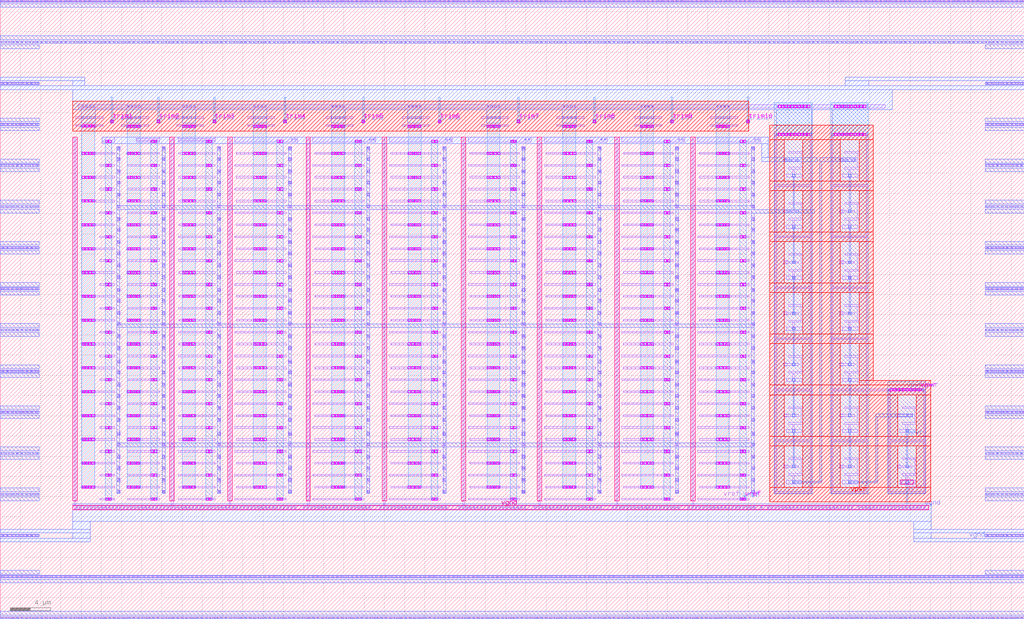
<source format=lef>
VERSION 5.7 ;
  NOWIREEXTENSIONATPIN ON ;
  DIVIDERCHAR "/" ;
  BUSBITCHARS "[]" ;
MACRO vref_gen_nmos_with_trim
  CLASS BLOCK ;
  FOREIGN vref_gen_nmos_with_trim ;
  ORIGIN 0.000 0.000 ;
  SIZE 101.280 BY 61.050 ;
  PIN trim9
    DIRECTION INPUT ;
    USE SIGNAL ;
    PORT
      LAYER li1 ;
        RECT 66.300 48.980 66.630 49.310 ;
      LAYER mcon ;
        RECT 66.380 49.060 66.550 49.230 ;
      LAYER met1 ;
        RECT 66.320 49.275 66.610 49.290 ;
        RECT 66.300 49.015 66.620 49.275 ;
        RECT 66.320 49.000 66.610 49.015 ;
      LAYER via ;
        RECT 66.330 49.015 66.590 49.275 ;
      LAYER met2 ;
        RECT 66.395 49.275 66.535 51.560 ;
        RECT 66.300 49.015 66.620 49.275 ;
    END
  END trim9
  PIN trim10
    DIRECTION INPUT ;
    USE SIGNAL ;
    PORT
      LAYER li1 ;
        RECT 73.810 48.980 74.140 49.310 ;
      LAYER mcon ;
        RECT 73.890 49.060 74.060 49.230 ;
      LAYER met1 ;
        RECT 73.830 49.275 74.120 49.290 ;
        RECT 73.810 49.015 74.130 49.275 ;
        RECT 73.830 49.000 74.120 49.015 ;
      LAYER via ;
        RECT 73.840 49.015 74.100 49.275 ;
      LAYER met2 ;
        RECT 73.905 49.275 74.045 51.560 ;
        RECT 73.810 49.015 74.130 49.275 ;
    END
  END trim10
  PIN trim8
    DIRECTION INPUT ;
    USE SIGNAL ;
    PORT
      LAYER li1 ;
        RECT 58.625 48.980 58.955 49.310 ;
      LAYER mcon ;
        RECT 58.705 49.060 58.875 49.230 ;
      LAYER met1 ;
        RECT 58.645 49.275 58.935 49.290 ;
        RECT 58.625 49.015 58.945 49.275 ;
        RECT 58.645 49.000 58.935 49.015 ;
      LAYER via ;
        RECT 58.655 49.015 58.915 49.275 ;
      LAYER met2 ;
        RECT 58.720 49.275 58.860 51.560 ;
        RECT 58.625 49.015 58.945 49.275 ;
    END
  END trim8
  PIN trim7
    DIRECTION INPUT ;
    USE SIGNAL ;
    PORT
      LAYER li1 ;
        RECT 51.115 48.980 51.445 49.310 ;
      LAYER mcon ;
        RECT 51.195 49.060 51.365 49.230 ;
      LAYER met1 ;
        RECT 51.135 49.275 51.425 49.290 ;
        RECT 51.115 49.015 51.435 49.275 ;
        RECT 51.135 49.000 51.425 49.015 ;
      LAYER via ;
        RECT 51.145 49.015 51.405 49.275 ;
      LAYER met2 ;
        RECT 51.210 49.275 51.350 51.560 ;
        RECT 51.115 49.015 51.435 49.275 ;
    END
  END trim7
  PIN trim6
    DIRECTION INPUT ;
    USE SIGNAL ;
    PORT
      LAYER li1 ;
        RECT 43.305 48.980 43.635 49.310 ;
      LAYER mcon ;
        RECT 43.385 49.060 43.555 49.230 ;
      LAYER met1 ;
        RECT 43.325 49.275 43.615 49.290 ;
        RECT 43.305 49.015 43.625 49.275 ;
        RECT 43.325 49.000 43.615 49.015 ;
      LAYER via ;
        RECT 43.335 49.015 43.595 49.275 ;
      LAYER met2 ;
        RECT 43.400 49.275 43.540 51.560 ;
        RECT 43.305 49.015 43.625 49.275 ;
    END
  END trim6
  PIN trim5
    DIRECTION INPUT ;
    USE SIGNAL ;
    PORT
      LAYER li1 ;
        RECT 35.750 48.980 36.080 49.310 ;
      LAYER mcon ;
        RECT 35.830 49.060 36.000 49.230 ;
      LAYER met1 ;
        RECT 35.770 49.275 36.060 49.290 ;
        RECT 35.750 49.015 36.070 49.275 ;
        RECT 35.770 49.000 36.060 49.015 ;
      LAYER via ;
        RECT 35.780 49.015 36.040 49.275 ;
      LAYER met2 ;
        RECT 35.845 49.275 35.985 51.560 ;
        RECT 35.750 49.015 36.070 49.275 ;
    END
  END trim5
  PIN trim4
    DIRECTION INPUT ;
    USE SIGNAL ;
    PORT
      LAYER li1 ;
        RECT 28.015 48.980 28.345 49.310 ;
      LAYER mcon ;
        RECT 28.095 49.060 28.265 49.230 ;
      LAYER met1 ;
        RECT 28.035 49.275 28.325 49.290 ;
        RECT 28.015 49.015 28.335 49.275 ;
        RECT 28.035 49.000 28.325 49.015 ;
      LAYER via ;
        RECT 28.045 49.015 28.305 49.275 ;
      LAYER met2 ;
        RECT 28.110 49.275 28.250 51.560 ;
        RECT 28.015 49.015 28.335 49.275 ;
    END
  END trim4
  PIN trim3
    DIRECTION INPUT ;
    USE SIGNAL ;
    PORT
      LAYER li1 ;
        RECT 21.025 48.980 21.355 49.310 ;
      LAYER mcon ;
        RECT 21.105 49.060 21.275 49.230 ;
      LAYER met1 ;
        RECT 21.045 49.275 21.335 49.290 ;
        RECT 21.025 49.015 21.345 49.275 ;
        RECT 21.045 49.000 21.335 49.015 ;
      LAYER via ;
        RECT 21.055 49.015 21.315 49.275 ;
      LAYER met2 ;
        RECT 21.115 49.275 21.255 51.560 ;
        RECT 21.025 49.015 21.345 49.275 ;
    END
  END trim3
  PIN trim2
    DIRECTION INPUT ;
    USE SIGNAL ;
    PORT
      LAYER li1 ;
        RECT 15.500 48.980 15.830 49.310 ;
      LAYER mcon ;
        RECT 15.580 49.060 15.750 49.230 ;
      LAYER met1 ;
        RECT 15.520 49.275 15.810 49.290 ;
        RECT 15.500 49.015 15.820 49.275 ;
        RECT 15.520 49.000 15.810 49.015 ;
      LAYER via ;
        RECT 15.530 49.015 15.790 49.275 ;
      LAYER met2 ;
        RECT 15.595 49.275 15.735 51.560 ;
        RECT 15.500 49.015 15.820 49.275 ;
    END
  END trim2
  PIN trim1
    DIRECTION INPUT ;
    USE SIGNAL ;
    PORT
      LAYER li1 ;
        RECT 10.895 48.980 11.225 49.310 ;
      LAYER mcon ;
        RECT 10.975 49.060 11.145 49.230 ;
      LAYER met1 ;
        RECT 10.915 49.275 11.205 49.290 ;
        RECT 10.895 49.015 11.215 49.275 ;
        RECT 10.915 49.000 11.205 49.015 ;
      LAYER via ;
        RECT 10.925 49.015 11.185 49.275 ;
      LAYER met2 ;
        RECT 10.980 49.275 11.120 51.560 ;
        RECT 10.895 49.015 11.215 49.275 ;
    END
  END trim1
  PIN vpwr
    DIRECTION INOUT ;
    USE POWER ;
    PORT
      LAYER nwell ;
        RECT 7.180 48.170 74.045 51.165 ;
        RECT 76.110 47.355 86.380 48.785 ;
        RECT 76.110 43.250 77.540 47.355 ;
        RECT 79.400 43.250 83.090 47.355 ;
        RECT 84.950 43.250 86.380 47.355 ;
        RECT 76.110 42.300 86.380 43.250 ;
        RECT 76.110 38.195 77.540 42.300 ;
        RECT 79.400 38.195 83.090 42.300 ;
        RECT 84.950 38.195 86.380 42.300 ;
        RECT 76.110 37.245 86.380 38.195 ;
        RECT 76.110 33.140 77.540 37.245 ;
        RECT 79.400 33.140 83.090 37.245 ;
        RECT 84.950 33.140 86.380 37.245 ;
        RECT 76.110 32.190 86.380 33.140 ;
        RECT 76.110 28.085 77.540 32.190 ;
        RECT 79.400 28.085 83.090 32.190 ;
        RECT 84.950 28.085 86.380 32.190 ;
        RECT 76.110 27.135 86.380 28.085 ;
        RECT 76.110 23.030 77.540 27.135 ;
        RECT 79.400 23.030 83.090 27.135 ;
        RECT 84.950 23.510 86.380 27.135 ;
        RECT 84.950 23.030 92.050 23.510 ;
        RECT 76.110 22.080 92.050 23.030 ;
        RECT 76.110 17.975 77.540 22.080 ;
        RECT 79.400 17.975 83.090 22.080 ;
        RECT 84.950 17.975 88.760 22.080 ;
        RECT 90.620 17.975 92.050 22.080 ;
        RECT 76.110 17.025 92.050 17.975 ;
        RECT 76.110 12.920 77.540 17.025 ;
        RECT 79.400 12.920 83.090 17.025 ;
        RECT 84.950 12.920 88.760 17.025 ;
        RECT 90.620 12.920 92.050 17.025 ;
        RECT 76.110 11.490 92.050 12.920 ;
      LAYER li1 ;
        RECT 7.700 50.465 87.545 50.795 ;
        RECT 7.490 49.430 10.200 49.600 ;
        RECT 11.975 49.430 14.685 49.600 ;
        RECT 17.435 49.430 20.145 49.600 ;
        RECT 24.460 49.430 27.170 49.600 ;
        RECT 32.195 49.430 34.905 49.600 ;
        RECT 39.750 49.430 42.460 49.600 ;
        RECT 47.560 49.430 50.270 49.600 ;
        RECT 55.070 49.430 57.780 49.600 ;
        RECT 62.745 49.430 65.455 49.600 ;
        RECT 70.255 49.430 72.965 49.600 ;
        RECT 76.635 47.745 80.295 47.915 ;
        RECT 76.635 42.860 76.805 47.745 ;
        RECT 80.125 42.860 80.295 47.745 ;
        RECT 76.635 42.690 80.295 42.860 ;
        RECT 76.635 37.805 76.805 42.690 ;
        RECT 80.125 37.805 80.295 42.690 ;
        RECT 76.635 37.635 80.295 37.805 ;
        RECT 76.635 32.750 76.805 37.635 ;
        RECT 80.125 32.750 80.295 37.635 ;
        RECT 76.635 32.580 80.295 32.750 ;
        RECT 76.635 27.695 76.805 32.580 ;
        RECT 80.125 27.695 80.295 32.580 ;
        RECT 76.635 27.525 80.295 27.695 ;
        RECT 76.635 22.640 76.805 27.525 ;
        RECT 80.125 22.640 80.295 27.525 ;
        RECT 76.635 22.470 80.295 22.640 ;
        RECT 76.635 17.585 76.805 22.470 ;
        RECT 80.125 17.585 80.295 22.470 ;
        RECT 76.635 17.415 80.295 17.585 ;
        RECT 76.635 12.505 76.805 17.415 ;
        RECT 80.125 12.505 80.295 17.415 ;
        RECT 76.635 12.335 80.295 12.505 ;
        RECT 82.185 47.745 85.845 47.915 ;
        RECT 82.185 42.860 82.355 47.745 ;
        RECT 85.675 42.860 85.845 47.745 ;
        RECT 82.185 42.690 85.845 42.860 ;
        RECT 82.185 37.805 82.355 42.690 ;
        RECT 85.675 37.805 85.845 42.690 ;
        RECT 82.185 37.635 85.845 37.805 ;
        RECT 82.185 32.750 82.355 37.635 ;
        RECT 85.675 32.750 85.845 37.635 ;
        RECT 82.185 32.580 85.845 32.750 ;
        RECT 82.185 27.695 82.355 32.580 ;
        RECT 85.675 27.695 85.845 32.580 ;
        RECT 82.185 27.525 85.845 27.695 ;
        RECT 82.185 22.640 82.355 27.525 ;
        RECT 85.675 22.640 85.845 27.525 ;
        RECT 82.185 22.470 91.515 22.640 ;
        RECT 82.185 17.585 82.355 22.470 ;
        RECT 85.675 17.585 85.845 22.470 ;
        RECT 82.185 17.415 85.845 17.585 ;
        RECT 82.185 12.505 82.355 17.415 ;
        RECT 85.675 12.505 85.845 17.415 ;
        RECT 82.185 12.335 85.845 12.505 ;
        RECT 87.855 17.585 88.025 22.470 ;
        RECT 91.345 17.585 91.515 22.470 ;
        RECT 87.855 17.415 91.515 17.585 ;
        RECT 87.855 12.505 88.025 17.415 ;
        RECT 91.345 12.505 91.515 17.415 ;
        RECT 87.855 12.335 91.515 12.505 ;
      LAYER mcon ;
        RECT 8.090 50.550 8.260 50.720 ;
        RECT 8.450 50.550 8.620 50.720 ;
        RECT 8.810 50.550 8.980 50.720 ;
        RECT 9.170 50.550 9.340 50.720 ;
        RECT 12.580 50.550 12.750 50.720 ;
        RECT 12.940 50.550 13.110 50.720 ;
        RECT 13.300 50.550 13.470 50.720 ;
        RECT 13.660 50.550 13.830 50.720 ;
        RECT 18.040 50.550 18.210 50.720 ;
        RECT 18.400 50.550 18.570 50.720 ;
        RECT 18.760 50.550 18.930 50.720 ;
        RECT 19.120 50.550 19.290 50.720 ;
        RECT 25.065 50.550 25.235 50.720 ;
        RECT 25.425 50.550 25.595 50.720 ;
        RECT 25.785 50.550 25.955 50.720 ;
        RECT 26.145 50.550 26.315 50.720 ;
        RECT 32.800 50.550 32.970 50.720 ;
        RECT 33.160 50.550 33.330 50.720 ;
        RECT 33.520 50.550 33.690 50.720 ;
        RECT 33.880 50.550 34.050 50.720 ;
        RECT 40.355 50.550 40.525 50.720 ;
        RECT 40.715 50.550 40.885 50.720 ;
        RECT 41.075 50.550 41.245 50.720 ;
        RECT 41.435 50.550 41.605 50.720 ;
        RECT 48.165 50.550 48.335 50.720 ;
        RECT 48.525 50.550 48.695 50.720 ;
        RECT 48.885 50.550 49.055 50.720 ;
        RECT 49.245 50.550 49.415 50.720 ;
        RECT 55.675 50.550 55.845 50.720 ;
        RECT 56.035 50.550 56.205 50.720 ;
        RECT 56.395 50.550 56.565 50.720 ;
        RECT 56.755 50.550 56.925 50.720 ;
        RECT 63.350 50.550 63.520 50.720 ;
        RECT 63.710 50.550 63.880 50.720 ;
        RECT 64.070 50.550 64.240 50.720 ;
        RECT 64.430 50.550 64.600 50.720 ;
        RECT 70.860 50.550 71.030 50.720 ;
        RECT 71.220 50.550 71.390 50.720 ;
        RECT 71.580 50.550 71.750 50.720 ;
        RECT 71.940 50.550 72.110 50.720 ;
        RECT 76.825 50.545 76.995 50.715 ;
        RECT 77.185 50.545 77.355 50.715 ;
        RECT 77.545 50.545 77.715 50.715 ;
        RECT 77.905 50.545 78.075 50.715 ;
        RECT 78.265 50.545 78.435 50.715 ;
        RECT 78.625 50.545 78.795 50.715 ;
        RECT 78.985 50.545 79.155 50.715 ;
        RECT 79.345 50.545 79.515 50.715 ;
        RECT 79.705 50.545 79.875 50.715 ;
        RECT 80.065 50.545 80.235 50.715 ;
        RECT 82.375 50.545 82.545 50.715 ;
        RECT 82.735 50.545 82.905 50.715 ;
        RECT 83.095 50.545 83.265 50.715 ;
        RECT 83.455 50.545 83.625 50.715 ;
        RECT 83.815 50.545 83.985 50.715 ;
        RECT 84.175 50.545 84.345 50.715 ;
        RECT 84.535 50.545 84.705 50.715 ;
        RECT 84.895 50.545 85.065 50.715 ;
        RECT 85.255 50.545 85.425 50.715 ;
        RECT 85.615 50.545 85.785 50.715 ;
        RECT 8.095 49.430 8.265 49.600 ;
        RECT 8.455 49.430 8.625 49.600 ;
        RECT 8.815 49.430 8.985 49.600 ;
        RECT 9.175 49.430 9.345 49.600 ;
        RECT 12.580 49.430 12.750 49.600 ;
        RECT 12.940 49.430 13.110 49.600 ;
        RECT 13.300 49.430 13.470 49.600 ;
        RECT 13.660 49.430 13.830 49.600 ;
        RECT 18.040 49.430 18.210 49.600 ;
        RECT 18.400 49.430 18.570 49.600 ;
        RECT 18.760 49.430 18.930 49.600 ;
        RECT 19.120 49.430 19.290 49.600 ;
        RECT 25.065 49.430 25.235 49.600 ;
        RECT 25.425 49.430 25.595 49.600 ;
        RECT 25.785 49.430 25.955 49.600 ;
        RECT 26.145 49.430 26.315 49.600 ;
        RECT 32.800 49.430 32.970 49.600 ;
        RECT 33.160 49.430 33.330 49.600 ;
        RECT 33.520 49.430 33.690 49.600 ;
        RECT 33.880 49.430 34.050 49.600 ;
        RECT 40.355 49.430 40.525 49.600 ;
        RECT 40.715 49.430 40.885 49.600 ;
        RECT 41.075 49.430 41.245 49.600 ;
        RECT 41.435 49.430 41.605 49.600 ;
        RECT 48.165 49.430 48.335 49.600 ;
        RECT 48.525 49.430 48.695 49.600 ;
        RECT 48.885 49.430 49.055 49.600 ;
        RECT 49.245 49.430 49.415 49.600 ;
        RECT 55.675 49.430 55.845 49.600 ;
        RECT 56.035 49.430 56.205 49.600 ;
        RECT 56.395 49.430 56.565 49.600 ;
        RECT 56.755 49.430 56.925 49.600 ;
        RECT 63.350 49.430 63.520 49.600 ;
        RECT 63.710 49.430 63.880 49.600 ;
        RECT 64.070 49.430 64.240 49.600 ;
        RECT 64.430 49.430 64.600 49.600 ;
        RECT 70.860 49.430 71.030 49.600 ;
        RECT 71.220 49.430 71.390 49.600 ;
        RECT 71.580 49.430 71.750 49.600 ;
        RECT 71.940 49.430 72.110 49.600 ;
        RECT 76.825 47.745 76.995 47.915 ;
        RECT 77.185 47.745 77.355 47.915 ;
        RECT 77.545 47.745 77.715 47.915 ;
        RECT 77.905 47.745 78.075 47.915 ;
        RECT 78.265 47.745 78.435 47.915 ;
        RECT 78.625 47.745 78.795 47.915 ;
        RECT 78.985 47.745 79.155 47.915 ;
        RECT 79.345 47.745 79.515 47.915 ;
        RECT 79.705 47.745 79.875 47.915 ;
        RECT 80.065 47.745 80.235 47.915 ;
        RECT 82.375 47.745 82.545 47.915 ;
        RECT 82.735 47.745 82.905 47.915 ;
        RECT 83.095 47.745 83.265 47.915 ;
        RECT 83.455 47.745 83.625 47.915 ;
        RECT 83.815 47.745 83.985 47.915 ;
        RECT 84.175 47.745 84.345 47.915 ;
        RECT 84.535 47.745 84.705 47.915 ;
        RECT 84.895 47.745 85.065 47.915 ;
        RECT 85.255 47.745 85.425 47.915 ;
        RECT 85.615 47.745 85.785 47.915 ;
        RECT 87.895 22.470 88.065 22.640 ;
        RECT 88.255 22.470 88.425 22.640 ;
        RECT 88.615 22.470 88.785 22.640 ;
        RECT 88.975 22.470 89.145 22.640 ;
        RECT 89.335 22.470 89.505 22.640 ;
        RECT 89.695 22.470 89.865 22.640 ;
        RECT 90.055 22.470 90.225 22.640 ;
        RECT 90.415 22.470 90.585 22.640 ;
        RECT 90.775 22.470 90.945 22.640 ;
        RECT 91.135 22.470 91.305 22.640 ;
      LAYER met1 ;
        RECT 0.000 53.165 8.370 53.535 ;
        RECT 7.180 52.655 8.370 53.165 ;
        RECT 83.565 53.165 101.280 53.535 ;
        RECT 83.565 52.655 85.935 53.165 ;
        RECT 0.000 52.285 101.280 52.655 ;
        RECT 7.180 50.295 88.230 52.285 ;
        RECT 8.030 48.965 9.400 50.295 ;
        RECT 12.520 48.965 13.890 50.295 ;
        RECT 17.980 48.965 19.350 50.295 ;
        RECT 25.005 48.965 26.375 50.295 ;
        RECT 32.740 48.965 34.110 50.295 ;
        RECT 40.295 48.965 41.665 50.295 ;
        RECT 48.105 48.965 49.475 50.295 ;
        RECT 55.615 48.965 56.985 50.295 ;
        RECT 63.290 48.965 64.660 50.295 ;
        RECT 70.800 48.965 72.170 50.295 ;
        RECT 76.765 47.715 80.295 50.295 ;
        RECT 82.315 47.715 85.845 50.295 ;
        RECT 87.975 22.670 91.175 22.700 ;
        RECT 87.835 22.440 91.365 22.670 ;
      LAYER via ;
        RECT 76.935 50.490 77.195 50.750 ;
        RECT 77.255 50.490 77.515 50.750 ;
        RECT 77.575 50.490 77.835 50.750 ;
        RECT 77.895 50.490 78.155 50.750 ;
        RECT 78.215 50.490 78.475 50.750 ;
        RECT 78.535 50.490 78.795 50.750 ;
        RECT 78.855 50.490 79.115 50.750 ;
        RECT 79.175 50.490 79.435 50.750 ;
        RECT 79.495 50.490 79.755 50.750 ;
        RECT 79.815 50.490 80.075 50.750 ;
        RECT 82.485 50.490 82.745 50.750 ;
        RECT 82.805 50.490 83.065 50.750 ;
        RECT 83.125 50.490 83.385 50.750 ;
        RECT 83.445 50.490 83.705 50.750 ;
        RECT 83.765 50.490 84.025 50.750 ;
        RECT 84.085 50.490 84.345 50.750 ;
        RECT 84.405 50.490 84.665 50.750 ;
        RECT 84.725 50.490 84.985 50.750 ;
        RECT 85.045 50.490 85.305 50.750 ;
        RECT 85.365 50.490 85.625 50.750 ;
        RECT 76.935 47.715 77.195 47.975 ;
        RECT 77.255 47.715 77.515 47.975 ;
        RECT 77.575 47.715 77.835 47.975 ;
        RECT 77.895 47.715 78.155 47.975 ;
        RECT 78.215 47.715 78.475 47.975 ;
        RECT 78.535 47.715 78.795 47.975 ;
        RECT 78.855 47.715 79.115 47.975 ;
        RECT 79.175 47.715 79.435 47.975 ;
        RECT 79.495 47.715 79.755 47.975 ;
        RECT 79.815 47.715 80.075 47.975 ;
        RECT 82.485 47.715 82.745 47.975 ;
        RECT 82.805 47.715 83.065 47.975 ;
        RECT 83.125 47.715 83.385 47.975 ;
        RECT 83.445 47.715 83.705 47.975 ;
        RECT 83.765 47.715 84.025 47.975 ;
        RECT 84.085 47.715 84.345 47.975 ;
        RECT 84.405 47.715 84.665 47.975 ;
        RECT 84.725 47.715 84.985 47.975 ;
        RECT 85.045 47.715 85.305 47.975 ;
        RECT 85.365 47.715 85.625 47.975 ;
        RECT 88.005 22.440 88.265 22.700 ;
        RECT 88.325 22.440 88.585 22.700 ;
        RECT 88.645 22.440 88.905 22.700 ;
        RECT 88.965 22.440 89.225 22.700 ;
        RECT 89.285 22.440 89.545 22.700 ;
        RECT 89.605 22.440 89.865 22.700 ;
        RECT 89.925 22.440 90.185 22.700 ;
        RECT 90.245 22.440 90.505 22.700 ;
        RECT 90.565 22.440 90.825 22.700 ;
        RECT 90.885 22.440 91.145 22.700 ;
      LAYER met2 ;
        RECT 76.580 12.280 80.330 51.015 ;
        RECT 82.130 12.280 85.880 51.015 ;
        RECT 87.800 12.280 91.550 23.395 ;
    END
  END vpwr
  PIN vref
    DIRECTION INOUT ;
    USE POWER ;
    PORT
      LAYER li1 ;
        RECT 10.105 47.070 11.315 47.580 ;
        RECT 13.475 47.410 15.795 47.580 ;
        RECT 17.600 47.410 21.255 47.580 ;
        RECT 13.475 47.240 15.800 47.410 ;
        RECT 17.600 47.240 21.260 47.410 ;
        RECT 13.485 47.070 15.795 47.240 ;
        RECT 17.600 47.070 21.255 47.240 ;
        RECT 23.185 47.070 29.425 47.580 ;
        RECT 30.920 47.070 37.160 47.580 ;
        RECT 38.475 47.070 44.715 47.580 ;
        RECT 46.285 47.070 52.525 47.580 ;
        RECT 53.795 47.070 60.035 47.580 ;
        RECT 61.470 47.070 67.710 47.580 ;
        RECT 68.980 47.070 75.220 47.580 ;
        RECT 77.515 45.385 77.845 45.465 ;
        RECT 77.515 45.215 78.990 45.385 ;
        RECT 77.515 45.135 77.845 45.215 ;
        RECT 9.825 44.710 11.310 44.880 ;
        RECT 12.560 44.710 15.795 44.880 ;
        RECT 17.600 44.710 21.255 44.880 ;
        RECT 23.185 44.710 28.280 44.880 ;
        RECT 30.920 44.710 36.015 44.880 ;
        RECT 38.475 44.710 43.570 44.880 ;
        RECT 46.285 44.710 51.380 44.880 ;
        RECT 53.795 44.710 58.890 44.880 ;
        RECT 61.470 44.710 66.565 44.880 ;
        RECT 68.980 44.710 74.075 44.880 ;
        RECT 9.825 42.350 11.310 42.520 ;
        RECT 12.560 42.350 15.795 42.520 ;
        RECT 17.600 42.350 21.255 42.520 ;
        RECT 23.185 42.350 28.280 42.520 ;
        RECT 30.920 42.350 36.015 42.520 ;
        RECT 38.475 42.350 43.570 42.520 ;
        RECT 46.285 42.350 51.380 42.520 ;
        RECT 53.795 42.350 58.890 42.520 ;
        RECT 61.470 42.350 66.565 42.520 ;
        RECT 68.980 42.350 74.075 42.520 ;
        RECT 9.825 39.990 11.310 40.160 ;
        RECT 12.560 39.990 15.795 40.160 ;
        RECT 17.600 39.990 21.255 40.160 ;
        RECT 23.185 39.990 28.280 40.160 ;
        RECT 30.920 39.990 36.015 40.160 ;
        RECT 38.475 39.990 43.570 40.160 ;
        RECT 46.285 39.990 51.380 40.160 ;
        RECT 53.795 39.990 58.890 40.160 ;
        RECT 61.470 39.990 66.565 40.160 ;
        RECT 68.980 39.990 74.075 40.160 ;
        RECT 9.825 37.630 11.310 37.800 ;
        RECT 12.560 37.630 15.795 37.800 ;
        RECT 17.600 37.630 21.255 37.800 ;
        RECT 23.185 37.630 28.280 37.800 ;
        RECT 30.920 37.630 36.015 37.800 ;
        RECT 38.475 37.630 43.570 37.800 ;
        RECT 46.285 37.630 51.380 37.800 ;
        RECT 53.795 37.630 58.890 37.800 ;
        RECT 61.470 37.630 66.565 37.800 ;
        RECT 68.980 37.630 74.075 37.800 ;
        RECT 9.825 35.270 11.310 35.440 ;
        RECT 12.560 35.270 15.795 35.440 ;
        RECT 17.600 35.270 21.255 35.440 ;
        RECT 23.185 35.270 28.280 35.440 ;
        RECT 30.920 35.270 36.015 35.440 ;
        RECT 38.475 35.270 43.570 35.440 ;
        RECT 46.285 35.270 51.380 35.440 ;
        RECT 53.795 35.270 58.890 35.440 ;
        RECT 61.470 35.270 66.565 35.440 ;
        RECT 68.980 35.270 74.075 35.440 ;
        RECT 9.825 32.910 11.310 33.080 ;
        RECT 12.560 32.910 15.795 33.080 ;
        RECT 17.600 32.910 21.255 33.080 ;
        RECT 23.185 32.910 28.280 33.080 ;
        RECT 30.920 32.910 36.015 33.080 ;
        RECT 38.475 32.910 43.570 33.080 ;
        RECT 46.285 32.910 51.380 33.080 ;
        RECT 53.795 32.910 58.890 33.080 ;
        RECT 61.470 32.910 66.565 33.080 ;
        RECT 68.980 32.910 74.075 33.080 ;
        RECT 9.825 30.550 11.310 30.720 ;
        RECT 12.560 30.550 15.795 30.720 ;
        RECT 17.600 30.550 21.255 30.720 ;
        RECT 23.185 30.550 28.280 30.720 ;
        RECT 30.920 30.550 36.015 30.720 ;
        RECT 38.475 30.550 43.570 30.720 ;
        RECT 46.285 30.550 51.380 30.720 ;
        RECT 53.795 30.550 58.890 30.720 ;
        RECT 61.470 30.550 66.565 30.720 ;
        RECT 68.980 30.550 74.075 30.720 ;
        RECT 9.825 28.190 11.310 28.360 ;
        RECT 12.560 28.190 15.795 28.360 ;
        RECT 17.600 28.190 21.255 28.360 ;
        RECT 23.185 28.190 28.280 28.360 ;
        RECT 30.920 28.190 36.015 28.360 ;
        RECT 38.475 28.190 43.570 28.360 ;
        RECT 46.285 28.190 51.380 28.360 ;
        RECT 53.795 28.190 58.890 28.360 ;
        RECT 61.470 28.190 66.565 28.360 ;
        RECT 68.980 28.190 74.075 28.360 ;
        RECT 9.825 25.830 11.310 26.000 ;
        RECT 12.560 25.830 15.795 26.000 ;
        RECT 17.600 25.830 21.255 26.000 ;
        RECT 23.185 25.830 28.280 26.000 ;
        RECT 30.920 25.830 36.015 26.000 ;
        RECT 38.475 25.830 43.570 26.000 ;
        RECT 46.285 25.830 51.380 26.000 ;
        RECT 53.795 25.830 58.890 26.000 ;
        RECT 61.470 25.830 66.565 26.000 ;
        RECT 68.980 25.830 74.075 26.000 ;
        RECT 9.825 23.470 11.310 23.640 ;
        RECT 12.560 23.470 15.795 23.640 ;
        RECT 17.600 23.470 21.255 23.640 ;
        RECT 23.185 23.470 28.280 23.640 ;
        RECT 30.920 23.470 36.015 23.640 ;
        RECT 38.475 23.470 43.570 23.640 ;
        RECT 46.285 23.470 51.380 23.640 ;
        RECT 53.795 23.470 58.890 23.640 ;
        RECT 61.470 23.470 66.565 23.640 ;
        RECT 68.980 23.470 74.075 23.640 ;
        RECT 9.825 21.110 11.310 21.280 ;
        RECT 12.560 21.110 15.795 21.280 ;
        RECT 17.600 21.110 21.255 21.280 ;
        RECT 23.185 21.110 28.280 21.280 ;
        RECT 30.920 21.110 36.015 21.280 ;
        RECT 38.475 21.110 43.570 21.280 ;
        RECT 46.285 21.110 51.380 21.280 ;
        RECT 53.795 21.110 58.890 21.280 ;
        RECT 61.470 21.110 66.565 21.280 ;
        RECT 68.980 21.110 74.075 21.280 ;
        RECT 9.825 18.750 11.310 18.920 ;
        RECT 12.560 18.750 15.795 18.920 ;
        RECT 17.600 18.750 21.255 18.920 ;
        RECT 23.185 18.750 28.280 18.920 ;
        RECT 30.920 18.750 36.015 18.920 ;
        RECT 38.475 18.750 43.570 18.920 ;
        RECT 46.285 18.750 51.380 18.920 ;
        RECT 53.795 18.750 58.890 18.920 ;
        RECT 61.470 18.750 66.565 18.920 ;
        RECT 68.980 18.750 74.075 18.920 ;
        RECT 9.825 16.390 11.310 16.560 ;
        RECT 12.560 16.390 15.795 16.560 ;
        RECT 17.600 16.390 21.255 16.560 ;
        RECT 23.185 16.390 28.280 16.560 ;
        RECT 30.920 16.390 36.015 16.560 ;
        RECT 38.475 16.390 43.570 16.560 ;
        RECT 46.285 16.390 51.380 16.560 ;
        RECT 53.795 16.390 58.890 16.560 ;
        RECT 61.470 16.390 66.565 16.560 ;
        RECT 68.980 16.390 74.075 16.560 ;
        RECT 9.825 14.030 11.310 14.200 ;
        RECT 12.560 14.030 15.795 14.200 ;
        RECT 17.600 14.030 21.255 14.200 ;
        RECT 23.185 14.030 28.280 14.200 ;
        RECT 30.920 14.030 36.015 14.200 ;
        RECT 38.475 14.030 43.570 14.200 ;
        RECT 46.285 14.030 51.380 14.200 ;
        RECT 53.795 14.030 58.890 14.200 ;
        RECT 61.470 14.030 66.565 14.200 ;
        RECT 68.980 14.030 74.075 14.200 ;
        RECT 9.825 11.670 11.310 11.840 ;
        RECT 12.560 11.670 15.795 11.840 ;
        RECT 17.600 11.670 21.255 11.840 ;
        RECT 23.185 11.670 28.280 11.840 ;
        RECT 30.920 11.670 36.015 11.840 ;
        RECT 38.475 11.670 43.570 11.840 ;
        RECT 46.285 11.670 51.380 11.840 ;
        RECT 53.795 11.670 58.890 11.840 ;
        RECT 61.470 11.670 66.565 11.840 ;
        RECT 68.980 11.670 74.075 11.840 ;
      LAYER mcon ;
        RECT 10.445 47.105 10.615 47.275 ;
        RECT 10.805 47.105 10.975 47.275 ;
        RECT 14.930 47.105 15.100 47.275 ;
        RECT 15.290 47.105 15.460 47.275 ;
        RECT 20.390 47.105 20.560 47.275 ;
        RECT 20.750 47.105 20.920 47.275 ;
        RECT 27.415 47.105 27.585 47.275 ;
        RECT 27.775 47.105 27.945 47.275 ;
        RECT 28.770 47.270 28.940 47.440 ;
        RECT 29.130 47.270 29.300 47.440 ;
        RECT 35.150 47.105 35.320 47.275 ;
        RECT 35.510 47.105 35.680 47.275 ;
        RECT 36.505 47.270 36.675 47.440 ;
        RECT 36.865 47.270 37.035 47.440 ;
        RECT 42.705 47.105 42.875 47.275 ;
        RECT 43.065 47.105 43.235 47.275 ;
        RECT 44.060 47.270 44.230 47.440 ;
        RECT 44.420 47.270 44.590 47.440 ;
        RECT 50.515 47.105 50.685 47.275 ;
        RECT 50.875 47.105 51.045 47.275 ;
        RECT 51.870 47.270 52.040 47.440 ;
        RECT 52.230 47.270 52.400 47.440 ;
        RECT 58.025 47.105 58.195 47.275 ;
        RECT 58.385 47.105 58.555 47.275 ;
        RECT 59.380 47.270 59.550 47.440 ;
        RECT 59.740 47.270 59.910 47.440 ;
        RECT 65.700 47.105 65.870 47.275 ;
        RECT 66.060 47.105 66.230 47.275 ;
        RECT 67.055 47.270 67.225 47.440 ;
        RECT 67.415 47.270 67.585 47.440 ;
        RECT 73.210 47.105 73.380 47.275 ;
        RECT 73.570 47.105 73.740 47.275 ;
        RECT 74.565 47.270 74.735 47.440 ;
        RECT 74.925 47.270 75.095 47.440 ;
        RECT 77.600 45.215 77.770 45.385 ;
        RECT 78.060 45.215 78.230 45.385 ;
        RECT 78.740 45.215 78.910 45.385 ;
        RECT 10.445 44.710 10.615 44.880 ;
        RECT 10.805 44.710 10.975 44.880 ;
        RECT 14.930 44.710 15.100 44.880 ;
        RECT 15.290 44.710 15.460 44.880 ;
        RECT 20.390 44.710 20.560 44.880 ;
        RECT 20.750 44.710 20.920 44.880 ;
        RECT 27.415 44.710 27.585 44.880 ;
        RECT 27.775 44.710 27.945 44.880 ;
        RECT 35.150 44.710 35.320 44.880 ;
        RECT 35.510 44.710 35.680 44.880 ;
        RECT 42.705 44.710 42.875 44.880 ;
        RECT 43.065 44.710 43.235 44.880 ;
        RECT 50.515 44.710 50.685 44.880 ;
        RECT 50.875 44.710 51.045 44.880 ;
        RECT 58.025 44.710 58.195 44.880 ;
        RECT 58.385 44.710 58.555 44.880 ;
        RECT 65.700 44.710 65.870 44.880 ;
        RECT 66.060 44.710 66.230 44.880 ;
        RECT 73.210 44.710 73.380 44.880 ;
        RECT 73.570 44.710 73.740 44.880 ;
        RECT 10.445 42.350 10.615 42.520 ;
        RECT 10.805 42.350 10.975 42.520 ;
        RECT 14.930 42.350 15.100 42.520 ;
        RECT 15.290 42.350 15.460 42.520 ;
        RECT 20.390 42.350 20.560 42.520 ;
        RECT 20.750 42.350 20.920 42.520 ;
        RECT 27.415 42.350 27.585 42.520 ;
        RECT 27.775 42.350 27.945 42.520 ;
        RECT 35.150 42.350 35.320 42.520 ;
        RECT 35.510 42.350 35.680 42.520 ;
        RECT 42.705 42.350 42.875 42.520 ;
        RECT 43.065 42.350 43.235 42.520 ;
        RECT 50.515 42.350 50.685 42.520 ;
        RECT 50.875 42.350 51.045 42.520 ;
        RECT 58.025 42.350 58.195 42.520 ;
        RECT 58.385 42.350 58.555 42.520 ;
        RECT 65.700 42.350 65.870 42.520 ;
        RECT 66.060 42.350 66.230 42.520 ;
        RECT 73.210 42.350 73.380 42.520 ;
        RECT 73.570 42.350 73.740 42.520 ;
        RECT 10.445 39.990 10.615 40.160 ;
        RECT 10.805 39.990 10.975 40.160 ;
        RECT 14.930 39.990 15.100 40.160 ;
        RECT 15.290 39.990 15.460 40.160 ;
        RECT 20.390 39.990 20.560 40.160 ;
        RECT 20.750 39.990 20.920 40.160 ;
        RECT 27.415 39.990 27.585 40.160 ;
        RECT 27.775 39.990 27.945 40.160 ;
        RECT 35.150 39.990 35.320 40.160 ;
        RECT 35.510 39.990 35.680 40.160 ;
        RECT 42.705 39.990 42.875 40.160 ;
        RECT 43.065 39.990 43.235 40.160 ;
        RECT 50.515 39.990 50.685 40.160 ;
        RECT 50.875 39.990 51.045 40.160 ;
        RECT 58.025 39.990 58.195 40.160 ;
        RECT 58.385 39.990 58.555 40.160 ;
        RECT 65.700 39.990 65.870 40.160 ;
        RECT 66.060 39.990 66.230 40.160 ;
        RECT 73.210 39.990 73.380 40.160 ;
        RECT 73.570 39.990 73.740 40.160 ;
        RECT 10.445 37.630 10.615 37.800 ;
        RECT 10.805 37.630 10.975 37.800 ;
        RECT 14.930 37.630 15.100 37.800 ;
        RECT 15.290 37.630 15.460 37.800 ;
        RECT 20.390 37.630 20.560 37.800 ;
        RECT 20.750 37.630 20.920 37.800 ;
        RECT 27.415 37.630 27.585 37.800 ;
        RECT 27.775 37.630 27.945 37.800 ;
        RECT 35.150 37.630 35.320 37.800 ;
        RECT 35.510 37.630 35.680 37.800 ;
        RECT 42.705 37.630 42.875 37.800 ;
        RECT 43.065 37.630 43.235 37.800 ;
        RECT 50.515 37.630 50.685 37.800 ;
        RECT 50.875 37.630 51.045 37.800 ;
        RECT 58.025 37.630 58.195 37.800 ;
        RECT 58.385 37.630 58.555 37.800 ;
        RECT 65.700 37.630 65.870 37.800 ;
        RECT 66.060 37.630 66.230 37.800 ;
        RECT 73.210 37.630 73.380 37.800 ;
        RECT 73.570 37.630 73.740 37.800 ;
        RECT 10.445 35.270 10.615 35.440 ;
        RECT 10.805 35.270 10.975 35.440 ;
        RECT 14.930 35.270 15.100 35.440 ;
        RECT 15.290 35.270 15.460 35.440 ;
        RECT 20.390 35.270 20.560 35.440 ;
        RECT 20.750 35.270 20.920 35.440 ;
        RECT 27.415 35.270 27.585 35.440 ;
        RECT 27.775 35.270 27.945 35.440 ;
        RECT 35.150 35.270 35.320 35.440 ;
        RECT 35.510 35.270 35.680 35.440 ;
        RECT 42.705 35.270 42.875 35.440 ;
        RECT 43.065 35.270 43.235 35.440 ;
        RECT 50.515 35.270 50.685 35.440 ;
        RECT 50.875 35.270 51.045 35.440 ;
        RECT 58.025 35.270 58.195 35.440 ;
        RECT 58.385 35.270 58.555 35.440 ;
        RECT 65.700 35.270 65.870 35.440 ;
        RECT 66.060 35.270 66.230 35.440 ;
        RECT 73.210 35.270 73.380 35.440 ;
        RECT 73.570 35.270 73.740 35.440 ;
        RECT 10.445 32.910 10.615 33.080 ;
        RECT 10.805 32.910 10.975 33.080 ;
        RECT 14.930 32.910 15.100 33.080 ;
        RECT 15.290 32.910 15.460 33.080 ;
        RECT 20.390 32.910 20.560 33.080 ;
        RECT 20.750 32.910 20.920 33.080 ;
        RECT 27.415 32.910 27.585 33.080 ;
        RECT 27.775 32.910 27.945 33.080 ;
        RECT 35.150 32.910 35.320 33.080 ;
        RECT 35.510 32.910 35.680 33.080 ;
        RECT 42.705 32.910 42.875 33.080 ;
        RECT 43.065 32.910 43.235 33.080 ;
        RECT 50.515 32.910 50.685 33.080 ;
        RECT 50.875 32.910 51.045 33.080 ;
        RECT 58.025 32.910 58.195 33.080 ;
        RECT 58.385 32.910 58.555 33.080 ;
        RECT 65.700 32.910 65.870 33.080 ;
        RECT 66.060 32.910 66.230 33.080 ;
        RECT 73.210 32.910 73.380 33.080 ;
        RECT 73.570 32.910 73.740 33.080 ;
        RECT 10.445 30.550 10.615 30.720 ;
        RECT 10.805 30.550 10.975 30.720 ;
        RECT 14.930 30.550 15.100 30.720 ;
        RECT 15.290 30.550 15.460 30.720 ;
        RECT 20.390 30.550 20.560 30.720 ;
        RECT 20.750 30.550 20.920 30.720 ;
        RECT 27.415 30.550 27.585 30.720 ;
        RECT 27.775 30.550 27.945 30.720 ;
        RECT 35.150 30.550 35.320 30.720 ;
        RECT 35.510 30.550 35.680 30.720 ;
        RECT 42.705 30.550 42.875 30.720 ;
        RECT 43.065 30.550 43.235 30.720 ;
        RECT 50.515 30.550 50.685 30.720 ;
        RECT 50.875 30.550 51.045 30.720 ;
        RECT 58.025 30.550 58.195 30.720 ;
        RECT 58.385 30.550 58.555 30.720 ;
        RECT 65.700 30.550 65.870 30.720 ;
        RECT 66.060 30.550 66.230 30.720 ;
        RECT 73.210 30.550 73.380 30.720 ;
        RECT 73.570 30.550 73.740 30.720 ;
        RECT 10.445 28.190 10.615 28.360 ;
        RECT 10.805 28.190 10.975 28.360 ;
        RECT 14.930 28.190 15.100 28.360 ;
        RECT 15.290 28.190 15.460 28.360 ;
        RECT 20.390 28.190 20.560 28.360 ;
        RECT 20.750 28.190 20.920 28.360 ;
        RECT 27.415 28.190 27.585 28.360 ;
        RECT 27.775 28.190 27.945 28.360 ;
        RECT 35.150 28.190 35.320 28.360 ;
        RECT 35.510 28.190 35.680 28.360 ;
        RECT 42.705 28.190 42.875 28.360 ;
        RECT 43.065 28.190 43.235 28.360 ;
        RECT 50.515 28.190 50.685 28.360 ;
        RECT 50.875 28.190 51.045 28.360 ;
        RECT 58.025 28.190 58.195 28.360 ;
        RECT 58.385 28.190 58.555 28.360 ;
        RECT 65.700 28.190 65.870 28.360 ;
        RECT 66.060 28.190 66.230 28.360 ;
        RECT 73.210 28.190 73.380 28.360 ;
        RECT 73.570 28.190 73.740 28.360 ;
        RECT 10.445 25.830 10.615 26.000 ;
        RECT 10.805 25.830 10.975 26.000 ;
        RECT 14.930 25.830 15.100 26.000 ;
        RECT 15.290 25.830 15.460 26.000 ;
        RECT 20.390 25.830 20.560 26.000 ;
        RECT 20.750 25.830 20.920 26.000 ;
        RECT 27.415 25.830 27.585 26.000 ;
        RECT 27.775 25.830 27.945 26.000 ;
        RECT 35.150 25.830 35.320 26.000 ;
        RECT 35.510 25.830 35.680 26.000 ;
        RECT 42.705 25.830 42.875 26.000 ;
        RECT 43.065 25.830 43.235 26.000 ;
        RECT 50.515 25.830 50.685 26.000 ;
        RECT 50.875 25.830 51.045 26.000 ;
        RECT 58.025 25.830 58.195 26.000 ;
        RECT 58.385 25.830 58.555 26.000 ;
        RECT 65.700 25.830 65.870 26.000 ;
        RECT 66.060 25.830 66.230 26.000 ;
        RECT 73.210 25.830 73.380 26.000 ;
        RECT 73.570 25.830 73.740 26.000 ;
        RECT 10.445 23.470 10.615 23.640 ;
        RECT 10.805 23.470 10.975 23.640 ;
        RECT 14.930 23.470 15.100 23.640 ;
        RECT 15.290 23.470 15.460 23.640 ;
        RECT 20.390 23.470 20.560 23.640 ;
        RECT 20.750 23.470 20.920 23.640 ;
        RECT 27.415 23.470 27.585 23.640 ;
        RECT 27.775 23.470 27.945 23.640 ;
        RECT 35.150 23.470 35.320 23.640 ;
        RECT 35.510 23.470 35.680 23.640 ;
        RECT 42.705 23.470 42.875 23.640 ;
        RECT 43.065 23.470 43.235 23.640 ;
        RECT 50.515 23.470 50.685 23.640 ;
        RECT 50.875 23.470 51.045 23.640 ;
        RECT 58.025 23.470 58.195 23.640 ;
        RECT 58.385 23.470 58.555 23.640 ;
        RECT 65.700 23.470 65.870 23.640 ;
        RECT 66.060 23.470 66.230 23.640 ;
        RECT 73.210 23.470 73.380 23.640 ;
        RECT 73.570 23.470 73.740 23.640 ;
        RECT 10.445 21.110 10.615 21.280 ;
        RECT 10.805 21.110 10.975 21.280 ;
        RECT 14.930 21.110 15.100 21.280 ;
        RECT 15.290 21.110 15.460 21.280 ;
        RECT 20.390 21.110 20.560 21.280 ;
        RECT 20.750 21.110 20.920 21.280 ;
        RECT 27.415 21.110 27.585 21.280 ;
        RECT 27.775 21.110 27.945 21.280 ;
        RECT 35.150 21.110 35.320 21.280 ;
        RECT 35.510 21.110 35.680 21.280 ;
        RECT 42.705 21.110 42.875 21.280 ;
        RECT 43.065 21.110 43.235 21.280 ;
        RECT 50.515 21.110 50.685 21.280 ;
        RECT 50.875 21.110 51.045 21.280 ;
        RECT 58.025 21.110 58.195 21.280 ;
        RECT 58.385 21.110 58.555 21.280 ;
        RECT 65.700 21.110 65.870 21.280 ;
        RECT 66.060 21.110 66.230 21.280 ;
        RECT 73.210 21.110 73.380 21.280 ;
        RECT 73.570 21.110 73.740 21.280 ;
        RECT 10.445 18.750 10.615 18.920 ;
        RECT 10.805 18.750 10.975 18.920 ;
        RECT 14.930 18.750 15.100 18.920 ;
        RECT 15.290 18.750 15.460 18.920 ;
        RECT 20.390 18.750 20.560 18.920 ;
        RECT 20.750 18.750 20.920 18.920 ;
        RECT 27.415 18.750 27.585 18.920 ;
        RECT 27.775 18.750 27.945 18.920 ;
        RECT 35.150 18.750 35.320 18.920 ;
        RECT 35.510 18.750 35.680 18.920 ;
        RECT 42.705 18.750 42.875 18.920 ;
        RECT 43.065 18.750 43.235 18.920 ;
        RECT 50.515 18.750 50.685 18.920 ;
        RECT 50.875 18.750 51.045 18.920 ;
        RECT 58.025 18.750 58.195 18.920 ;
        RECT 58.385 18.750 58.555 18.920 ;
        RECT 65.700 18.750 65.870 18.920 ;
        RECT 66.060 18.750 66.230 18.920 ;
        RECT 73.210 18.750 73.380 18.920 ;
        RECT 73.570 18.750 73.740 18.920 ;
        RECT 10.445 16.390 10.615 16.560 ;
        RECT 10.805 16.390 10.975 16.560 ;
        RECT 14.930 16.390 15.100 16.560 ;
        RECT 15.290 16.390 15.460 16.560 ;
        RECT 20.390 16.390 20.560 16.560 ;
        RECT 20.750 16.390 20.920 16.560 ;
        RECT 27.415 16.390 27.585 16.560 ;
        RECT 27.775 16.390 27.945 16.560 ;
        RECT 35.150 16.390 35.320 16.560 ;
        RECT 35.510 16.390 35.680 16.560 ;
        RECT 42.705 16.390 42.875 16.560 ;
        RECT 43.065 16.390 43.235 16.560 ;
        RECT 50.515 16.390 50.685 16.560 ;
        RECT 50.875 16.390 51.045 16.560 ;
        RECT 58.025 16.390 58.195 16.560 ;
        RECT 58.385 16.390 58.555 16.560 ;
        RECT 65.700 16.390 65.870 16.560 ;
        RECT 66.060 16.390 66.230 16.560 ;
        RECT 73.210 16.390 73.380 16.560 ;
        RECT 73.570 16.390 73.740 16.560 ;
        RECT 10.445 14.030 10.615 14.200 ;
        RECT 10.805 14.030 10.975 14.200 ;
        RECT 14.930 14.030 15.100 14.200 ;
        RECT 15.290 14.030 15.460 14.200 ;
        RECT 20.390 14.030 20.560 14.200 ;
        RECT 20.750 14.030 20.920 14.200 ;
        RECT 27.415 14.030 27.585 14.200 ;
        RECT 27.775 14.030 27.945 14.200 ;
        RECT 35.150 14.030 35.320 14.200 ;
        RECT 35.510 14.030 35.680 14.200 ;
        RECT 42.705 14.030 42.875 14.200 ;
        RECT 43.065 14.030 43.235 14.200 ;
        RECT 50.515 14.030 50.685 14.200 ;
        RECT 50.875 14.030 51.045 14.200 ;
        RECT 58.025 14.030 58.195 14.200 ;
        RECT 58.385 14.030 58.555 14.200 ;
        RECT 65.700 14.030 65.870 14.200 ;
        RECT 66.060 14.030 66.230 14.200 ;
        RECT 73.210 14.030 73.380 14.200 ;
        RECT 73.570 14.030 73.740 14.200 ;
        RECT 10.445 11.670 10.615 11.840 ;
        RECT 10.805 11.670 10.975 11.840 ;
        RECT 14.930 11.670 15.100 11.840 ;
        RECT 15.290 11.670 15.460 11.840 ;
        RECT 20.390 11.670 20.560 11.840 ;
        RECT 20.750 11.670 20.920 11.840 ;
        RECT 27.415 11.670 27.585 11.840 ;
        RECT 27.775 11.670 27.945 11.840 ;
        RECT 35.150 11.670 35.320 11.840 ;
        RECT 35.510 11.670 35.680 11.840 ;
        RECT 42.705 11.670 42.875 11.840 ;
        RECT 43.065 11.670 43.235 11.840 ;
        RECT 50.515 11.670 50.685 11.840 ;
        RECT 50.875 11.670 51.045 11.840 ;
        RECT 58.025 11.670 58.195 11.840 ;
        RECT 58.385 11.670 58.555 11.840 ;
        RECT 65.700 11.670 65.870 11.840 ;
        RECT 66.060 11.670 66.230 11.840 ;
        RECT 73.210 11.670 73.380 11.840 ;
        RECT 73.570 11.670 73.740 11.840 ;
      LAYER met1 ;
        RECT 10.105 46.920 75.990 47.580 ;
        RECT 75.340 45.535 75.990 46.920 ;
        RECT 75.340 45.165 80.840 45.535 ;
        RECT 75.350 45.155 80.840 45.165 ;
        RECT 10.385 44.680 11.035 44.910 ;
        RECT 14.870 44.680 15.520 44.910 ;
        RECT 20.330 44.680 20.980 44.910 ;
        RECT 27.355 44.680 28.005 44.910 ;
        RECT 35.090 44.680 35.740 44.910 ;
        RECT 42.645 44.680 43.295 44.910 ;
        RECT 50.455 44.680 51.105 44.910 ;
        RECT 57.965 44.680 58.615 44.910 ;
        RECT 65.640 44.680 66.290 44.910 ;
        RECT 73.150 44.680 73.800 44.910 ;
        RECT 10.385 44.650 11.025 44.680 ;
        RECT 14.870 44.650 15.510 44.680 ;
        RECT 20.330 44.650 20.970 44.680 ;
        RECT 27.355 44.650 27.995 44.680 ;
        RECT 35.090 44.650 35.730 44.680 ;
        RECT 42.645 44.650 43.285 44.680 ;
        RECT 50.455 44.650 51.095 44.680 ;
        RECT 57.965 44.650 58.605 44.680 ;
        RECT 65.640 44.650 66.280 44.680 ;
        RECT 73.150 44.650 73.790 44.680 ;
        RECT 10.385 42.550 11.025 42.560 ;
        RECT 14.870 42.550 15.510 42.560 ;
        RECT 20.330 42.550 20.970 42.560 ;
        RECT 27.355 42.550 27.995 42.560 ;
        RECT 35.090 42.550 35.730 42.560 ;
        RECT 42.645 42.550 43.285 42.560 ;
        RECT 50.455 42.550 51.095 42.560 ;
        RECT 57.965 42.550 58.605 42.560 ;
        RECT 65.640 42.550 66.280 42.560 ;
        RECT 73.150 42.550 73.790 42.560 ;
        RECT 10.385 42.320 11.035 42.550 ;
        RECT 14.870 42.320 15.520 42.550 ;
        RECT 20.330 42.320 20.980 42.550 ;
        RECT 27.355 42.320 28.005 42.550 ;
        RECT 35.090 42.320 35.740 42.550 ;
        RECT 42.645 42.320 43.295 42.550 ;
        RECT 50.455 42.320 51.105 42.550 ;
        RECT 57.965 42.320 58.615 42.550 ;
        RECT 65.640 42.320 66.290 42.550 ;
        RECT 73.150 42.320 73.800 42.550 ;
        RECT 10.385 42.300 11.025 42.320 ;
        RECT 14.870 42.300 15.510 42.320 ;
        RECT 20.330 42.300 20.970 42.320 ;
        RECT 27.355 42.300 27.995 42.320 ;
        RECT 35.090 42.300 35.730 42.320 ;
        RECT 42.645 42.300 43.285 42.320 ;
        RECT 50.455 42.300 51.095 42.320 ;
        RECT 57.965 42.300 58.605 42.320 ;
        RECT 65.640 42.300 66.280 42.320 ;
        RECT 73.150 42.300 73.790 42.320 ;
        RECT 10.385 40.190 11.025 40.200 ;
        RECT 14.870 40.190 15.510 40.200 ;
        RECT 20.330 40.190 20.970 40.200 ;
        RECT 27.355 40.190 27.995 40.200 ;
        RECT 35.090 40.190 35.730 40.200 ;
        RECT 42.645 40.190 43.285 40.200 ;
        RECT 50.455 40.190 51.095 40.200 ;
        RECT 57.965 40.190 58.605 40.200 ;
        RECT 65.640 40.190 66.280 40.200 ;
        RECT 73.150 40.190 73.790 40.200 ;
        RECT 10.385 39.960 11.035 40.190 ;
        RECT 14.870 39.960 15.520 40.190 ;
        RECT 20.330 39.960 20.980 40.190 ;
        RECT 27.355 39.960 28.005 40.190 ;
        RECT 35.090 39.960 35.740 40.190 ;
        RECT 42.645 39.960 43.295 40.190 ;
        RECT 50.455 39.960 51.105 40.190 ;
        RECT 57.965 39.960 58.615 40.190 ;
        RECT 65.640 39.960 66.290 40.190 ;
        RECT 73.150 39.960 73.800 40.190 ;
        RECT 10.385 39.940 11.025 39.960 ;
        RECT 14.870 39.940 15.510 39.960 ;
        RECT 20.330 39.940 20.970 39.960 ;
        RECT 27.355 39.940 27.995 39.960 ;
        RECT 35.090 39.940 35.730 39.960 ;
        RECT 42.645 39.940 43.285 39.960 ;
        RECT 50.455 39.940 51.095 39.960 ;
        RECT 57.965 39.940 58.605 39.960 ;
        RECT 65.640 39.940 66.280 39.960 ;
        RECT 73.150 39.940 73.790 39.960 ;
        RECT 10.385 37.830 11.025 37.845 ;
        RECT 14.870 37.830 15.510 37.845 ;
        RECT 20.330 37.830 20.970 37.845 ;
        RECT 27.355 37.830 27.995 37.845 ;
        RECT 35.090 37.830 35.730 37.845 ;
        RECT 42.645 37.830 43.285 37.845 ;
        RECT 50.455 37.830 51.095 37.845 ;
        RECT 57.965 37.830 58.605 37.845 ;
        RECT 65.640 37.830 66.280 37.845 ;
        RECT 73.150 37.830 73.790 37.845 ;
        RECT 10.385 37.600 11.035 37.830 ;
        RECT 14.870 37.600 15.520 37.830 ;
        RECT 20.330 37.600 20.980 37.830 ;
        RECT 27.355 37.600 28.005 37.830 ;
        RECT 35.090 37.600 35.740 37.830 ;
        RECT 42.645 37.600 43.295 37.830 ;
        RECT 50.455 37.600 51.105 37.830 ;
        RECT 57.965 37.600 58.615 37.830 ;
        RECT 65.640 37.600 66.290 37.830 ;
        RECT 73.150 37.600 73.800 37.830 ;
        RECT 10.385 37.585 11.025 37.600 ;
        RECT 14.870 37.585 15.510 37.600 ;
        RECT 20.330 37.585 20.970 37.600 ;
        RECT 27.355 37.585 27.995 37.600 ;
        RECT 35.090 37.585 35.730 37.600 ;
        RECT 42.645 37.585 43.285 37.600 ;
        RECT 50.455 37.585 51.095 37.600 ;
        RECT 57.965 37.585 58.605 37.600 ;
        RECT 65.640 37.585 66.280 37.600 ;
        RECT 73.150 37.585 73.790 37.600 ;
        RECT 10.385 35.470 11.025 35.485 ;
        RECT 14.870 35.470 15.510 35.485 ;
        RECT 20.330 35.470 20.970 35.485 ;
        RECT 27.355 35.470 27.995 35.485 ;
        RECT 35.090 35.470 35.730 35.485 ;
        RECT 42.645 35.470 43.285 35.485 ;
        RECT 50.455 35.470 51.095 35.485 ;
        RECT 57.965 35.470 58.605 35.485 ;
        RECT 65.640 35.470 66.280 35.485 ;
        RECT 73.150 35.470 73.790 35.485 ;
        RECT 10.385 35.240 11.035 35.470 ;
        RECT 14.870 35.240 15.520 35.470 ;
        RECT 20.330 35.240 20.980 35.470 ;
        RECT 27.355 35.240 28.005 35.470 ;
        RECT 35.090 35.240 35.740 35.470 ;
        RECT 42.645 35.240 43.295 35.470 ;
        RECT 50.455 35.240 51.105 35.470 ;
        RECT 57.965 35.240 58.615 35.470 ;
        RECT 65.640 35.240 66.290 35.470 ;
        RECT 73.150 35.240 73.800 35.470 ;
        RECT 10.385 35.225 11.025 35.240 ;
        RECT 14.870 35.225 15.510 35.240 ;
        RECT 20.330 35.225 20.970 35.240 ;
        RECT 27.355 35.225 27.995 35.240 ;
        RECT 35.090 35.225 35.730 35.240 ;
        RECT 42.645 35.225 43.285 35.240 ;
        RECT 50.455 35.225 51.095 35.240 ;
        RECT 57.965 35.225 58.605 35.240 ;
        RECT 65.640 35.225 66.280 35.240 ;
        RECT 73.150 35.225 73.790 35.240 ;
        RECT 10.385 33.110 11.025 33.120 ;
        RECT 14.870 33.110 15.510 33.120 ;
        RECT 20.330 33.110 20.970 33.120 ;
        RECT 27.355 33.110 27.995 33.120 ;
        RECT 35.090 33.110 35.730 33.120 ;
        RECT 42.645 33.110 43.285 33.120 ;
        RECT 50.455 33.110 51.095 33.120 ;
        RECT 57.965 33.110 58.605 33.120 ;
        RECT 65.640 33.110 66.280 33.120 ;
        RECT 73.150 33.110 73.790 33.120 ;
        RECT 10.385 32.880 11.035 33.110 ;
        RECT 14.870 32.880 15.520 33.110 ;
        RECT 20.330 32.880 20.980 33.110 ;
        RECT 27.355 32.880 28.005 33.110 ;
        RECT 35.090 32.880 35.740 33.110 ;
        RECT 42.645 32.880 43.295 33.110 ;
        RECT 50.455 32.880 51.105 33.110 ;
        RECT 57.965 32.880 58.615 33.110 ;
        RECT 65.640 32.880 66.290 33.110 ;
        RECT 73.150 32.880 73.800 33.110 ;
        RECT 10.385 32.860 11.025 32.880 ;
        RECT 14.870 32.860 15.510 32.880 ;
        RECT 20.330 32.860 20.970 32.880 ;
        RECT 27.355 32.860 27.995 32.880 ;
        RECT 35.090 32.860 35.730 32.880 ;
        RECT 42.645 32.860 43.285 32.880 ;
        RECT 50.455 32.860 51.095 32.880 ;
        RECT 57.965 32.860 58.605 32.880 ;
        RECT 65.640 32.860 66.280 32.880 ;
        RECT 73.150 32.860 73.790 32.880 ;
        RECT 10.385 30.750 11.025 30.765 ;
        RECT 14.870 30.750 15.510 30.765 ;
        RECT 20.330 30.750 20.970 30.765 ;
        RECT 27.355 30.750 27.995 30.765 ;
        RECT 35.090 30.750 35.730 30.765 ;
        RECT 42.645 30.750 43.285 30.765 ;
        RECT 50.455 30.750 51.095 30.765 ;
        RECT 57.965 30.750 58.605 30.765 ;
        RECT 65.640 30.750 66.280 30.765 ;
        RECT 73.150 30.750 73.790 30.765 ;
        RECT 10.385 30.520 11.035 30.750 ;
        RECT 14.870 30.520 15.520 30.750 ;
        RECT 20.330 30.520 20.980 30.750 ;
        RECT 27.355 30.520 28.005 30.750 ;
        RECT 35.090 30.520 35.740 30.750 ;
        RECT 42.645 30.520 43.295 30.750 ;
        RECT 50.455 30.520 51.105 30.750 ;
        RECT 57.965 30.520 58.615 30.750 ;
        RECT 65.640 30.520 66.290 30.750 ;
        RECT 73.150 30.520 73.800 30.750 ;
        RECT 10.385 30.505 11.025 30.520 ;
        RECT 14.870 30.505 15.510 30.520 ;
        RECT 20.330 30.505 20.970 30.520 ;
        RECT 27.355 30.505 27.995 30.520 ;
        RECT 35.090 30.505 35.730 30.520 ;
        RECT 42.645 30.505 43.285 30.520 ;
        RECT 50.455 30.505 51.095 30.520 ;
        RECT 57.965 30.505 58.605 30.520 ;
        RECT 65.640 30.505 66.280 30.520 ;
        RECT 73.150 30.505 73.790 30.520 ;
        RECT 10.385 28.390 11.025 28.405 ;
        RECT 14.870 28.390 15.510 28.405 ;
        RECT 20.330 28.390 20.970 28.405 ;
        RECT 27.355 28.390 27.995 28.405 ;
        RECT 35.090 28.390 35.730 28.405 ;
        RECT 42.645 28.390 43.285 28.405 ;
        RECT 50.455 28.390 51.095 28.405 ;
        RECT 57.965 28.390 58.605 28.405 ;
        RECT 65.640 28.390 66.280 28.405 ;
        RECT 73.150 28.390 73.790 28.405 ;
        RECT 10.385 28.160 11.035 28.390 ;
        RECT 14.870 28.160 15.520 28.390 ;
        RECT 20.330 28.160 20.980 28.390 ;
        RECT 27.355 28.160 28.005 28.390 ;
        RECT 35.090 28.160 35.740 28.390 ;
        RECT 42.645 28.160 43.295 28.390 ;
        RECT 50.455 28.160 51.105 28.390 ;
        RECT 57.965 28.160 58.615 28.390 ;
        RECT 65.640 28.160 66.290 28.390 ;
        RECT 73.150 28.160 73.800 28.390 ;
        RECT 10.385 28.145 11.025 28.160 ;
        RECT 14.870 28.145 15.510 28.160 ;
        RECT 20.330 28.145 20.970 28.160 ;
        RECT 27.355 28.145 27.995 28.160 ;
        RECT 35.090 28.145 35.730 28.160 ;
        RECT 42.645 28.145 43.285 28.160 ;
        RECT 50.455 28.145 51.095 28.160 ;
        RECT 57.965 28.145 58.605 28.160 ;
        RECT 65.640 28.145 66.280 28.160 ;
        RECT 73.150 28.145 73.790 28.160 ;
        RECT 10.385 26.030 11.025 26.040 ;
        RECT 14.870 26.030 15.510 26.040 ;
        RECT 20.330 26.030 20.970 26.040 ;
        RECT 27.355 26.030 27.995 26.040 ;
        RECT 35.090 26.030 35.730 26.040 ;
        RECT 42.645 26.030 43.285 26.040 ;
        RECT 50.455 26.030 51.095 26.040 ;
        RECT 57.965 26.030 58.605 26.040 ;
        RECT 65.640 26.030 66.280 26.040 ;
        RECT 73.150 26.030 73.790 26.040 ;
        RECT 10.385 25.800 11.035 26.030 ;
        RECT 14.870 25.800 15.520 26.030 ;
        RECT 20.330 25.800 20.980 26.030 ;
        RECT 27.355 25.800 28.005 26.030 ;
        RECT 35.090 25.800 35.740 26.030 ;
        RECT 42.645 25.800 43.295 26.030 ;
        RECT 50.455 25.800 51.105 26.030 ;
        RECT 57.965 25.800 58.615 26.030 ;
        RECT 65.640 25.800 66.290 26.030 ;
        RECT 73.150 25.800 73.800 26.030 ;
        RECT 10.385 25.780 11.025 25.800 ;
        RECT 14.870 25.780 15.510 25.800 ;
        RECT 20.330 25.780 20.970 25.800 ;
        RECT 27.355 25.780 27.995 25.800 ;
        RECT 35.090 25.780 35.730 25.800 ;
        RECT 42.645 25.780 43.285 25.800 ;
        RECT 50.455 25.780 51.095 25.800 ;
        RECT 57.965 25.780 58.605 25.800 ;
        RECT 65.640 25.780 66.280 25.800 ;
        RECT 73.150 25.780 73.790 25.800 ;
        RECT 10.385 23.670 11.025 23.680 ;
        RECT 14.870 23.670 15.510 23.680 ;
        RECT 20.330 23.670 20.970 23.680 ;
        RECT 27.355 23.670 27.995 23.680 ;
        RECT 35.090 23.670 35.730 23.680 ;
        RECT 42.645 23.670 43.285 23.680 ;
        RECT 50.455 23.670 51.095 23.680 ;
        RECT 57.965 23.670 58.605 23.680 ;
        RECT 65.640 23.670 66.280 23.680 ;
        RECT 73.150 23.670 73.790 23.680 ;
        RECT 10.385 23.440 11.035 23.670 ;
        RECT 14.870 23.440 15.520 23.670 ;
        RECT 20.330 23.440 20.980 23.670 ;
        RECT 27.355 23.440 28.005 23.670 ;
        RECT 35.090 23.440 35.740 23.670 ;
        RECT 42.645 23.440 43.295 23.670 ;
        RECT 50.455 23.440 51.105 23.670 ;
        RECT 57.965 23.440 58.615 23.670 ;
        RECT 65.640 23.440 66.290 23.670 ;
        RECT 73.150 23.440 73.800 23.670 ;
        RECT 10.385 23.420 11.025 23.440 ;
        RECT 14.870 23.420 15.510 23.440 ;
        RECT 20.330 23.420 20.970 23.440 ;
        RECT 27.355 23.420 27.995 23.440 ;
        RECT 35.090 23.420 35.730 23.440 ;
        RECT 42.645 23.420 43.285 23.440 ;
        RECT 50.455 23.420 51.095 23.440 ;
        RECT 57.965 23.420 58.605 23.440 ;
        RECT 65.640 23.420 66.280 23.440 ;
        RECT 73.150 23.420 73.790 23.440 ;
        RECT 10.385 21.310 11.025 21.325 ;
        RECT 14.870 21.310 15.510 21.325 ;
        RECT 20.330 21.310 20.970 21.325 ;
        RECT 27.355 21.310 27.995 21.325 ;
        RECT 35.090 21.310 35.730 21.325 ;
        RECT 42.645 21.310 43.285 21.325 ;
        RECT 50.455 21.310 51.095 21.325 ;
        RECT 57.965 21.310 58.605 21.325 ;
        RECT 65.640 21.310 66.280 21.325 ;
        RECT 73.150 21.310 73.790 21.325 ;
        RECT 10.385 21.080 11.035 21.310 ;
        RECT 14.870 21.080 15.520 21.310 ;
        RECT 20.330 21.080 20.980 21.310 ;
        RECT 27.355 21.080 28.005 21.310 ;
        RECT 35.090 21.080 35.740 21.310 ;
        RECT 42.645 21.080 43.295 21.310 ;
        RECT 50.455 21.080 51.105 21.310 ;
        RECT 57.965 21.080 58.615 21.310 ;
        RECT 65.640 21.080 66.290 21.310 ;
        RECT 73.150 21.080 73.800 21.310 ;
        RECT 10.385 21.065 11.025 21.080 ;
        RECT 14.870 21.065 15.510 21.080 ;
        RECT 20.330 21.065 20.970 21.080 ;
        RECT 27.355 21.065 27.995 21.080 ;
        RECT 35.090 21.065 35.730 21.080 ;
        RECT 42.645 21.065 43.285 21.080 ;
        RECT 50.455 21.065 51.095 21.080 ;
        RECT 57.965 21.065 58.605 21.080 ;
        RECT 65.640 21.065 66.280 21.080 ;
        RECT 73.150 21.065 73.790 21.080 ;
        RECT 10.385 18.950 11.025 18.965 ;
        RECT 14.870 18.950 15.510 18.965 ;
        RECT 20.330 18.950 20.970 18.965 ;
        RECT 27.355 18.950 27.995 18.965 ;
        RECT 35.090 18.950 35.730 18.965 ;
        RECT 42.645 18.950 43.285 18.965 ;
        RECT 50.455 18.950 51.095 18.965 ;
        RECT 57.965 18.950 58.605 18.965 ;
        RECT 65.640 18.950 66.280 18.965 ;
        RECT 73.150 18.950 73.790 18.965 ;
        RECT 10.385 18.720 11.035 18.950 ;
        RECT 14.870 18.720 15.520 18.950 ;
        RECT 20.330 18.720 20.980 18.950 ;
        RECT 27.355 18.720 28.005 18.950 ;
        RECT 35.090 18.720 35.740 18.950 ;
        RECT 42.645 18.720 43.295 18.950 ;
        RECT 50.455 18.720 51.105 18.950 ;
        RECT 57.965 18.720 58.615 18.950 ;
        RECT 65.640 18.720 66.290 18.950 ;
        RECT 73.150 18.720 73.800 18.950 ;
        RECT 10.385 18.705 11.025 18.720 ;
        RECT 14.870 18.705 15.510 18.720 ;
        RECT 20.330 18.705 20.970 18.720 ;
        RECT 27.355 18.705 27.995 18.720 ;
        RECT 35.090 18.705 35.730 18.720 ;
        RECT 42.645 18.705 43.285 18.720 ;
        RECT 50.455 18.705 51.095 18.720 ;
        RECT 57.965 18.705 58.605 18.720 ;
        RECT 65.640 18.705 66.280 18.720 ;
        RECT 73.150 18.705 73.790 18.720 ;
        RECT 10.385 16.590 11.025 16.600 ;
        RECT 14.870 16.590 15.510 16.600 ;
        RECT 20.330 16.590 20.970 16.600 ;
        RECT 27.355 16.590 27.995 16.600 ;
        RECT 35.090 16.590 35.730 16.600 ;
        RECT 42.645 16.590 43.285 16.600 ;
        RECT 50.455 16.590 51.095 16.600 ;
        RECT 57.965 16.590 58.605 16.600 ;
        RECT 65.640 16.590 66.280 16.600 ;
        RECT 73.150 16.590 73.790 16.600 ;
        RECT 10.385 16.360 11.035 16.590 ;
        RECT 14.870 16.360 15.520 16.590 ;
        RECT 20.330 16.360 20.980 16.590 ;
        RECT 27.355 16.360 28.005 16.590 ;
        RECT 35.090 16.360 35.740 16.590 ;
        RECT 42.645 16.360 43.295 16.590 ;
        RECT 50.455 16.360 51.105 16.590 ;
        RECT 57.965 16.360 58.615 16.590 ;
        RECT 65.640 16.360 66.290 16.590 ;
        RECT 73.150 16.360 73.800 16.590 ;
        RECT 10.385 16.340 11.025 16.360 ;
        RECT 14.870 16.340 15.510 16.360 ;
        RECT 20.330 16.340 20.970 16.360 ;
        RECT 27.355 16.340 27.995 16.360 ;
        RECT 35.090 16.340 35.730 16.360 ;
        RECT 42.645 16.340 43.285 16.360 ;
        RECT 50.455 16.340 51.095 16.360 ;
        RECT 57.965 16.340 58.605 16.360 ;
        RECT 65.640 16.340 66.280 16.360 ;
        RECT 73.150 16.340 73.790 16.360 ;
        RECT 10.385 14.230 11.025 14.240 ;
        RECT 14.870 14.230 15.510 14.240 ;
        RECT 20.330 14.230 20.970 14.240 ;
        RECT 27.355 14.230 27.995 14.240 ;
        RECT 35.090 14.230 35.730 14.240 ;
        RECT 42.645 14.230 43.285 14.240 ;
        RECT 50.455 14.230 51.095 14.240 ;
        RECT 57.965 14.230 58.605 14.240 ;
        RECT 65.640 14.230 66.280 14.240 ;
        RECT 73.150 14.230 73.790 14.240 ;
        RECT 10.385 14.000 11.035 14.230 ;
        RECT 14.870 14.000 15.520 14.230 ;
        RECT 20.330 14.000 20.980 14.230 ;
        RECT 27.355 14.000 28.005 14.230 ;
        RECT 35.090 14.000 35.740 14.230 ;
        RECT 42.645 14.000 43.295 14.230 ;
        RECT 50.455 14.000 51.105 14.230 ;
        RECT 57.965 14.000 58.615 14.230 ;
        RECT 65.640 14.000 66.290 14.230 ;
        RECT 73.150 14.000 73.800 14.230 ;
        RECT 10.385 13.980 11.025 14.000 ;
        RECT 14.870 13.980 15.510 14.000 ;
        RECT 20.330 13.980 20.970 14.000 ;
        RECT 27.355 13.980 27.995 14.000 ;
        RECT 35.090 13.980 35.730 14.000 ;
        RECT 42.645 13.980 43.285 14.000 ;
        RECT 50.455 13.980 51.095 14.000 ;
        RECT 57.965 13.980 58.605 14.000 ;
        RECT 65.640 13.980 66.280 14.000 ;
        RECT 73.150 13.980 73.790 14.000 ;
        RECT 10.385 11.870 11.025 11.880 ;
        RECT 14.870 11.870 15.510 11.880 ;
        RECT 20.330 11.870 20.970 11.880 ;
        RECT 27.355 11.870 27.995 11.880 ;
        RECT 35.090 11.870 35.730 11.880 ;
        RECT 42.645 11.870 43.285 11.880 ;
        RECT 50.455 11.870 51.095 11.880 ;
        RECT 57.965 11.870 58.605 11.880 ;
        RECT 65.640 11.870 66.280 11.880 ;
        RECT 73.150 11.870 73.790 11.880 ;
        RECT 10.385 11.640 11.035 11.870 ;
        RECT 14.870 11.640 15.520 11.870 ;
        RECT 20.330 11.640 20.980 11.870 ;
        RECT 27.355 11.640 28.005 11.870 ;
        RECT 35.090 11.640 35.740 11.870 ;
        RECT 42.645 11.640 43.295 11.870 ;
        RECT 50.455 11.640 51.105 11.870 ;
        RECT 57.965 11.640 58.615 11.870 ;
        RECT 65.640 11.640 66.290 11.870 ;
        RECT 73.150 11.640 73.800 11.870 ;
        RECT 10.385 11.620 11.025 11.640 ;
        RECT 14.870 11.620 15.510 11.640 ;
        RECT 20.330 11.620 20.970 11.640 ;
        RECT 27.355 11.620 27.995 11.640 ;
        RECT 35.090 11.620 35.730 11.640 ;
        RECT 42.645 11.620 43.285 11.640 ;
        RECT 50.455 11.620 51.095 11.640 ;
        RECT 57.965 11.620 58.605 11.640 ;
        RECT 65.640 11.620 66.280 11.640 ;
        RECT 73.150 11.620 73.790 11.640 ;
      LAYER via ;
        RECT 10.415 47.045 10.675 47.305 ;
        RECT 10.735 47.045 10.995 47.305 ;
        RECT 14.900 47.045 15.160 47.305 ;
        RECT 15.220 47.045 15.480 47.305 ;
        RECT 20.360 47.045 20.620 47.305 ;
        RECT 20.680 47.045 20.940 47.305 ;
        RECT 27.385 47.045 27.645 47.305 ;
        RECT 27.705 47.045 27.965 47.305 ;
        RECT 35.120 47.045 35.380 47.305 ;
        RECT 35.440 47.045 35.700 47.305 ;
        RECT 42.675 47.045 42.935 47.305 ;
        RECT 42.995 47.045 43.255 47.305 ;
        RECT 50.485 47.045 50.745 47.305 ;
        RECT 50.805 47.045 51.065 47.305 ;
        RECT 57.995 47.045 58.255 47.305 ;
        RECT 58.315 47.045 58.575 47.305 ;
        RECT 65.670 47.045 65.930 47.305 ;
        RECT 65.990 47.045 66.250 47.305 ;
        RECT 73.180 47.045 73.440 47.305 ;
        RECT 73.500 47.045 73.760 47.305 ;
        RECT 10.415 44.650 10.675 44.910 ;
        RECT 10.735 44.650 10.995 44.910 ;
        RECT 14.900 44.650 15.160 44.910 ;
        RECT 15.220 44.650 15.480 44.910 ;
        RECT 20.360 44.650 20.620 44.910 ;
        RECT 20.680 44.650 20.940 44.910 ;
        RECT 27.385 44.650 27.645 44.910 ;
        RECT 27.705 44.650 27.965 44.910 ;
        RECT 35.120 44.650 35.380 44.910 ;
        RECT 35.440 44.650 35.700 44.910 ;
        RECT 42.675 44.650 42.935 44.910 ;
        RECT 42.995 44.650 43.255 44.910 ;
        RECT 50.485 44.650 50.745 44.910 ;
        RECT 50.805 44.650 51.065 44.910 ;
        RECT 57.995 44.650 58.255 44.910 ;
        RECT 58.315 44.650 58.575 44.910 ;
        RECT 65.670 44.650 65.930 44.910 ;
        RECT 65.990 44.650 66.250 44.910 ;
        RECT 73.180 44.650 73.440 44.910 ;
        RECT 73.500 44.650 73.760 44.910 ;
        RECT 10.415 42.300 10.675 42.560 ;
        RECT 10.735 42.300 10.995 42.560 ;
        RECT 14.900 42.300 15.160 42.560 ;
        RECT 15.220 42.300 15.480 42.560 ;
        RECT 20.360 42.300 20.620 42.560 ;
        RECT 20.680 42.300 20.940 42.560 ;
        RECT 27.385 42.300 27.645 42.560 ;
        RECT 27.705 42.300 27.965 42.560 ;
        RECT 35.120 42.300 35.380 42.560 ;
        RECT 35.440 42.300 35.700 42.560 ;
        RECT 42.675 42.300 42.935 42.560 ;
        RECT 42.995 42.300 43.255 42.560 ;
        RECT 50.485 42.300 50.745 42.560 ;
        RECT 50.805 42.300 51.065 42.560 ;
        RECT 57.995 42.300 58.255 42.560 ;
        RECT 58.315 42.300 58.575 42.560 ;
        RECT 65.670 42.300 65.930 42.560 ;
        RECT 65.990 42.300 66.250 42.560 ;
        RECT 73.180 42.300 73.440 42.560 ;
        RECT 73.500 42.300 73.760 42.560 ;
        RECT 10.415 39.940 10.675 40.200 ;
        RECT 10.735 39.940 10.995 40.200 ;
        RECT 14.900 39.940 15.160 40.200 ;
        RECT 15.220 39.940 15.480 40.200 ;
        RECT 20.360 39.940 20.620 40.200 ;
        RECT 20.680 39.940 20.940 40.200 ;
        RECT 27.385 39.940 27.645 40.200 ;
        RECT 27.705 39.940 27.965 40.200 ;
        RECT 35.120 39.940 35.380 40.200 ;
        RECT 35.440 39.940 35.700 40.200 ;
        RECT 42.675 39.940 42.935 40.200 ;
        RECT 42.995 39.940 43.255 40.200 ;
        RECT 50.485 39.940 50.745 40.200 ;
        RECT 50.805 39.940 51.065 40.200 ;
        RECT 57.995 39.940 58.255 40.200 ;
        RECT 58.315 39.940 58.575 40.200 ;
        RECT 65.670 39.940 65.930 40.200 ;
        RECT 65.990 39.940 66.250 40.200 ;
        RECT 73.180 39.940 73.440 40.200 ;
        RECT 73.500 39.940 73.760 40.200 ;
        RECT 10.415 37.585 10.675 37.845 ;
        RECT 10.735 37.585 10.995 37.845 ;
        RECT 14.900 37.585 15.160 37.845 ;
        RECT 15.220 37.585 15.480 37.845 ;
        RECT 20.360 37.585 20.620 37.845 ;
        RECT 20.680 37.585 20.940 37.845 ;
        RECT 27.385 37.585 27.645 37.845 ;
        RECT 27.705 37.585 27.965 37.845 ;
        RECT 35.120 37.585 35.380 37.845 ;
        RECT 35.440 37.585 35.700 37.845 ;
        RECT 42.675 37.585 42.935 37.845 ;
        RECT 42.995 37.585 43.255 37.845 ;
        RECT 50.485 37.585 50.745 37.845 ;
        RECT 50.805 37.585 51.065 37.845 ;
        RECT 57.995 37.585 58.255 37.845 ;
        RECT 58.315 37.585 58.575 37.845 ;
        RECT 65.670 37.585 65.930 37.845 ;
        RECT 65.990 37.585 66.250 37.845 ;
        RECT 73.180 37.585 73.440 37.845 ;
        RECT 73.500 37.585 73.760 37.845 ;
        RECT 10.415 35.225 10.675 35.485 ;
        RECT 10.735 35.225 10.995 35.485 ;
        RECT 14.900 35.225 15.160 35.485 ;
        RECT 15.220 35.225 15.480 35.485 ;
        RECT 20.360 35.225 20.620 35.485 ;
        RECT 20.680 35.225 20.940 35.485 ;
        RECT 27.385 35.225 27.645 35.485 ;
        RECT 27.705 35.225 27.965 35.485 ;
        RECT 35.120 35.225 35.380 35.485 ;
        RECT 35.440 35.225 35.700 35.485 ;
        RECT 42.675 35.225 42.935 35.485 ;
        RECT 42.995 35.225 43.255 35.485 ;
        RECT 50.485 35.225 50.745 35.485 ;
        RECT 50.805 35.225 51.065 35.485 ;
        RECT 57.995 35.225 58.255 35.485 ;
        RECT 58.315 35.225 58.575 35.485 ;
        RECT 65.670 35.225 65.930 35.485 ;
        RECT 65.990 35.225 66.250 35.485 ;
        RECT 73.180 35.225 73.440 35.485 ;
        RECT 73.500 35.225 73.760 35.485 ;
        RECT 10.415 32.860 10.675 33.120 ;
        RECT 10.735 32.860 10.995 33.120 ;
        RECT 14.900 32.860 15.160 33.120 ;
        RECT 15.220 32.860 15.480 33.120 ;
        RECT 20.360 32.860 20.620 33.120 ;
        RECT 20.680 32.860 20.940 33.120 ;
        RECT 27.385 32.860 27.645 33.120 ;
        RECT 27.705 32.860 27.965 33.120 ;
        RECT 35.120 32.860 35.380 33.120 ;
        RECT 35.440 32.860 35.700 33.120 ;
        RECT 42.675 32.860 42.935 33.120 ;
        RECT 42.995 32.860 43.255 33.120 ;
        RECT 50.485 32.860 50.745 33.120 ;
        RECT 50.805 32.860 51.065 33.120 ;
        RECT 57.995 32.860 58.255 33.120 ;
        RECT 58.315 32.860 58.575 33.120 ;
        RECT 65.670 32.860 65.930 33.120 ;
        RECT 65.990 32.860 66.250 33.120 ;
        RECT 73.180 32.860 73.440 33.120 ;
        RECT 73.500 32.860 73.760 33.120 ;
        RECT 10.415 30.505 10.675 30.765 ;
        RECT 10.735 30.505 10.995 30.765 ;
        RECT 14.900 30.505 15.160 30.765 ;
        RECT 15.220 30.505 15.480 30.765 ;
        RECT 20.360 30.505 20.620 30.765 ;
        RECT 20.680 30.505 20.940 30.765 ;
        RECT 27.385 30.505 27.645 30.765 ;
        RECT 27.705 30.505 27.965 30.765 ;
        RECT 35.120 30.505 35.380 30.765 ;
        RECT 35.440 30.505 35.700 30.765 ;
        RECT 42.675 30.505 42.935 30.765 ;
        RECT 42.995 30.505 43.255 30.765 ;
        RECT 50.485 30.505 50.745 30.765 ;
        RECT 50.805 30.505 51.065 30.765 ;
        RECT 57.995 30.505 58.255 30.765 ;
        RECT 58.315 30.505 58.575 30.765 ;
        RECT 65.670 30.505 65.930 30.765 ;
        RECT 65.990 30.505 66.250 30.765 ;
        RECT 73.180 30.505 73.440 30.765 ;
        RECT 73.500 30.505 73.760 30.765 ;
        RECT 10.415 28.145 10.675 28.405 ;
        RECT 10.735 28.145 10.995 28.405 ;
        RECT 14.900 28.145 15.160 28.405 ;
        RECT 15.220 28.145 15.480 28.405 ;
        RECT 20.360 28.145 20.620 28.405 ;
        RECT 20.680 28.145 20.940 28.405 ;
        RECT 27.385 28.145 27.645 28.405 ;
        RECT 27.705 28.145 27.965 28.405 ;
        RECT 35.120 28.145 35.380 28.405 ;
        RECT 35.440 28.145 35.700 28.405 ;
        RECT 42.675 28.145 42.935 28.405 ;
        RECT 42.995 28.145 43.255 28.405 ;
        RECT 50.485 28.145 50.745 28.405 ;
        RECT 50.805 28.145 51.065 28.405 ;
        RECT 57.995 28.145 58.255 28.405 ;
        RECT 58.315 28.145 58.575 28.405 ;
        RECT 65.670 28.145 65.930 28.405 ;
        RECT 65.990 28.145 66.250 28.405 ;
        RECT 73.180 28.145 73.440 28.405 ;
        RECT 73.500 28.145 73.760 28.405 ;
        RECT 10.415 25.780 10.675 26.040 ;
        RECT 10.735 25.780 10.995 26.040 ;
        RECT 14.900 25.780 15.160 26.040 ;
        RECT 15.220 25.780 15.480 26.040 ;
        RECT 20.360 25.780 20.620 26.040 ;
        RECT 20.680 25.780 20.940 26.040 ;
        RECT 27.385 25.780 27.645 26.040 ;
        RECT 27.705 25.780 27.965 26.040 ;
        RECT 35.120 25.780 35.380 26.040 ;
        RECT 35.440 25.780 35.700 26.040 ;
        RECT 42.675 25.780 42.935 26.040 ;
        RECT 42.995 25.780 43.255 26.040 ;
        RECT 50.485 25.780 50.745 26.040 ;
        RECT 50.805 25.780 51.065 26.040 ;
        RECT 57.995 25.780 58.255 26.040 ;
        RECT 58.315 25.780 58.575 26.040 ;
        RECT 65.670 25.780 65.930 26.040 ;
        RECT 65.990 25.780 66.250 26.040 ;
        RECT 73.180 25.780 73.440 26.040 ;
        RECT 73.500 25.780 73.760 26.040 ;
        RECT 10.415 23.420 10.675 23.680 ;
        RECT 10.735 23.420 10.995 23.680 ;
        RECT 14.900 23.420 15.160 23.680 ;
        RECT 15.220 23.420 15.480 23.680 ;
        RECT 20.360 23.420 20.620 23.680 ;
        RECT 20.680 23.420 20.940 23.680 ;
        RECT 27.385 23.420 27.645 23.680 ;
        RECT 27.705 23.420 27.965 23.680 ;
        RECT 35.120 23.420 35.380 23.680 ;
        RECT 35.440 23.420 35.700 23.680 ;
        RECT 42.675 23.420 42.935 23.680 ;
        RECT 42.995 23.420 43.255 23.680 ;
        RECT 50.485 23.420 50.745 23.680 ;
        RECT 50.805 23.420 51.065 23.680 ;
        RECT 57.995 23.420 58.255 23.680 ;
        RECT 58.315 23.420 58.575 23.680 ;
        RECT 65.670 23.420 65.930 23.680 ;
        RECT 65.990 23.420 66.250 23.680 ;
        RECT 73.180 23.420 73.440 23.680 ;
        RECT 73.500 23.420 73.760 23.680 ;
        RECT 10.415 21.065 10.675 21.325 ;
        RECT 10.735 21.065 10.995 21.325 ;
        RECT 14.900 21.065 15.160 21.325 ;
        RECT 15.220 21.065 15.480 21.325 ;
        RECT 20.360 21.065 20.620 21.325 ;
        RECT 20.680 21.065 20.940 21.325 ;
        RECT 27.385 21.065 27.645 21.325 ;
        RECT 27.705 21.065 27.965 21.325 ;
        RECT 35.120 21.065 35.380 21.325 ;
        RECT 35.440 21.065 35.700 21.325 ;
        RECT 42.675 21.065 42.935 21.325 ;
        RECT 42.995 21.065 43.255 21.325 ;
        RECT 50.485 21.065 50.745 21.325 ;
        RECT 50.805 21.065 51.065 21.325 ;
        RECT 57.995 21.065 58.255 21.325 ;
        RECT 58.315 21.065 58.575 21.325 ;
        RECT 65.670 21.065 65.930 21.325 ;
        RECT 65.990 21.065 66.250 21.325 ;
        RECT 73.180 21.065 73.440 21.325 ;
        RECT 73.500 21.065 73.760 21.325 ;
        RECT 10.415 18.705 10.675 18.965 ;
        RECT 10.735 18.705 10.995 18.965 ;
        RECT 14.900 18.705 15.160 18.965 ;
        RECT 15.220 18.705 15.480 18.965 ;
        RECT 20.360 18.705 20.620 18.965 ;
        RECT 20.680 18.705 20.940 18.965 ;
        RECT 27.385 18.705 27.645 18.965 ;
        RECT 27.705 18.705 27.965 18.965 ;
        RECT 35.120 18.705 35.380 18.965 ;
        RECT 35.440 18.705 35.700 18.965 ;
        RECT 42.675 18.705 42.935 18.965 ;
        RECT 42.995 18.705 43.255 18.965 ;
        RECT 50.485 18.705 50.745 18.965 ;
        RECT 50.805 18.705 51.065 18.965 ;
        RECT 57.995 18.705 58.255 18.965 ;
        RECT 58.315 18.705 58.575 18.965 ;
        RECT 65.670 18.705 65.930 18.965 ;
        RECT 65.990 18.705 66.250 18.965 ;
        RECT 73.180 18.705 73.440 18.965 ;
        RECT 73.500 18.705 73.760 18.965 ;
        RECT 10.415 16.340 10.675 16.600 ;
        RECT 10.735 16.340 10.995 16.600 ;
        RECT 14.900 16.340 15.160 16.600 ;
        RECT 15.220 16.340 15.480 16.600 ;
        RECT 20.360 16.340 20.620 16.600 ;
        RECT 20.680 16.340 20.940 16.600 ;
        RECT 27.385 16.340 27.645 16.600 ;
        RECT 27.705 16.340 27.965 16.600 ;
        RECT 35.120 16.340 35.380 16.600 ;
        RECT 35.440 16.340 35.700 16.600 ;
        RECT 42.675 16.340 42.935 16.600 ;
        RECT 42.995 16.340 43.255 16.600 ;
        RECT 50.485 16.340 50.745 16.600 ;
        RECT 50.805 16.340 51.065 16.600 ;
        RECT 57.995 16.340 58.255 16.600 ;
        RECT 58.315 16.340 58.575 16.600 ;
        RECT 65.670 16.340 65.930 16.600 ;
        RECT 65.990 16.340 66.250 16.600 ;
        RECT 73.180 16.340 73.440 16.600 ;
        RECT 73.500 16.340 73.760 16.600 ;
        RECT 10.415 13.980 10.675 14.240 ;
        RECT 10.735 13.980 10.995 14.240 ;
        RECT 14.900 13.980 15.160 14.240 ;
        RECT 15.220 13.980 15.480 14.240 ;
        RECT 20.360 13.980 20.620 14.240 ;
        RECT 20.680 13.980 20.940 14.240 ;
        RECT 27.385 13.980 27.645 14.240 ;
        RECT 27.705 13.980 27.965 14.240 ;
        RECT 35.120 13.980 35.380 14.240 ;
        RECT 35.440 13.980 35.700 14.240 ;
        RECT 42.675 13.980 42.935 14.240 ;
        RECT 42.995 13.980 43.255 14.240 ;
        RECT 50.485 13.980 50.745 14.240 ;
        RECT 50.805 13.980 51.065 14.240 ;
        RECT 57.995 13.980 58.255 14.240 ;
        RECT 58.315 13.980 58.575 14.240 ;
        RECT 65.670 13.980 65.930 14.240 ;
        RECT 65.990 13.980 66.250 14.240 ;
        RECT 73.180 13.980 73.440 14.240 ;
        RECT 73.500 13.980 73.760 14.240 ;
        RECT 10.415 11.620 10.675 11.880 ;
        RECT 10.735 11.620 10.995 11.880 ;
        RECT 14.900 11.620 15.160 11.880 ;
        RECT 15.220 11.620 15.480 11.880 ;
        RECT 20.360 11.620 20.620 11.880 ;
        RECT 20.680 11.620 20.940 11.880 ;
        RECT 27.385 11.620 27.645 11.880 ;
        RECT 27.705 11.620 27.965 11.880 ;
        RECT 35.120 11.620 35.380 11.880 ;
        RECT 35.440 11.620 35.700 11.880 ;
        RECT 42.675 11.620 42.935 11.880 ;
        RECT 42.995 11.620 43.255 11.880 ;
        RECT 50.485 11.620 50.745 11.880 ;
        RECT 50.805 11.620 51.065 11.880 ;
        RECT 57.995 11.620 58.255 11.880 ;
        RECT 58.315 11.620 58.575 11.880 ;
        RECT 65.670 11.620 65.930 11.880 ;
        RECT 65.990 11.620 66.250 11.880 ;
        RECT 73.180 11.620 73.440 11.880 ;
        RECT 73.500 11.620 73.760 11.880 ;
      LAYER met2 ;
        RECT 10.385 11.760 11.035 47.305 ;
        RECT 14.870 11.760 15.520 47.305 ;
        RECT 20.330 11.760 20.980 47.305 ;
        RECT 27.355 11.760 28.005 47.305 ;
        RECT 35.090 11.760 35.740 47.305 ;
        RECT 42.645 11.760 43.295 47.305 ;
        RECT 50.455 11.760 51.105 47.305 ;
        RECT 57.965 11.760 58.615 47.305 ;
        RECT 65.640 11.760 66.290 47.305 ;
        RECT 73.150 11.760 73.800 47.305 ;
        RECT 10.385 11.620 11.025 11.760 ;
        RECT 14.870 11.620 15.510 11.760 ;
        RECT 20.330 11.620 20.970 11.760 ;
        RECT 27.355 11.620 27.995 11.760 ;
        RECT 35.090 11.620 35.730 11.760 ;
        RECT 42.645 11.620 43.285 11.760 ;
        RECT 50.455 11.620 51.095 11.760 ;
        RECT 57.965 11.620 58.605 11.760 ;
        RECT 65.640 11.620 66.280 11.760 ;
        RECT 73.150 11.620 73.790 11.760 ;
    END
  END vref
  PIN vgnd
    DIRECTION INOUT ;
    USE GROUND ;
    PORT
      LAYER pwell ;
        RECT 7.175 11.550 7.605 47.580 ;
        RECT 16.790 11.550 17.220 47.580 ;
        RECT 22.515 11.550 22.945 47.580 ;
        RECT 30.250 11.550 30.680 47.580 ;
        RECT 37.805 11.550 38.235 47.580 ;
        RECT 45.615 11.550 46.045 47.580 ;
        RECT 53.125 11.550 53.555 47.580 ;
        RECT 60.800 11.550 61.230 47.580 ;
        RECT 68.310 11.550 68.740 47.580 ;
        RECT 89.060 13.220 90.320 13.650 ;
        RECT 7.170 10.685 91.830 11.115 ;
      LAYER li1 ;
        RECT 7.305 11.065 7.475 47.410 ;
        RECT 16.920 11.065 17.090 47.410 ;
        RECT 22.645 11.065 22.815 47.410 ;
        RECT 30.380 11.065 30.550 47.410 ;
        RECT 37.935 11.065 38.105 47.410 ;
        RECT 45.745 11.065 45.915 47.410 ;
        RECT 53.255 11.065 53.425 47.410 ;
        RECT 60.930 11.065 61.100 47.410 ;
        RECT 68.440 11.065 68.610 47.410 ;
        RECT 89.200 15.665 90.620 15.835 ;
        RECT 90.450 14.275 90.620 15.665 ;
        RECT 89.200 14.105 90.620 14.275 ;
        RECT 89.595 13.600 89.765 14.105 ;
        RECT 88.965 13.270 90.495 13.600 ;
        RECT 7.305 10.735 91.825 11.065 ;
      LAYER mcon ;
        RECT 89.625 13.350 89.795 13.520 ;
        RECT 7.475 10.815 7.645 10.985 ;
        RECT 7.835 10.815 8.005 10.985 ;
        RECT 8.195 10.815 8.365 10.985 ;
        RECT 8.555 10.815 8.725 10.985 ;
        RECT 8.915 10.815 9.085 10.985 ;
        RECT 9.275 10.815 9.445 10.985 ;
        RECT 9.635 10.815 9.805 10.985 ;
        RECT 9.995 10.815 10.165 10.985 ;
        RECT 10.355 10.815 10.525 10.985 ;
        RECT 10.715 10.815 10.885 10.985 ;
        RECT 11.075 10.815 11.245 10.985 ;
        RECT 11.435 10.815 11.605 10.985 ;
        RECT 11.795 10.815 11.965 10.985 ;
        RECT 12.155 10.815 12.325 10.985 ;
        RECT 12.515 10.815 12.685 10.985 ;
        RECT 12.875 10.815 13.045 10.985 ;
        RECT 13.235 10.815 13.405 10.985 ;
        RECT 13.595 10.815 13.765 10.985 ;
        RECT 13.955 10.815 14.125 10.985 ;
        RECT 14.315 10.815 14.485 10.985 ;
        RECT 14.675 10.815 14.845 10.985 ;
        RECT 15.035 10.815 15.205 10.985 ;
        RECT 15.395 10.815 15.565 10.985 ;
        RECT 15.755 10.815 15.925 10.985 ;
        RECT 16.115 10.815 16.285 10.985 ;
        RECT 16.475 10.815 16.645 10.985 ;
        RECT 16.835 10.815 17.005 10.985 ;
        RECT 17.195 10.815 17.365 10.985 ;
        RECT 17.555 10.815 17.725 10.985 ;
        RECT 17.915 10.815 18.085 10.985 ;
        RECT 18.275 10.815 18.445 10.985 ;
        RECT 18.635 10.815 18.805 10.985 ;
        RECT 18.995 10.815 19.165 10.985 ;
        RECT 19.355 10.815 19.525 10.985 ;
        RECT 19.715 10.815 19.885 10.985 ;
        RECT 20.075 10.815 20.245 10.985 ;
        RECT 20.435 10.815 20.605 10.985 ;
        RECT 20.795 10.815 20.965 10.985 ;
        RECT 21.155 10.815 21.325 10.985 ;
        RECT 21.515 10.815 21.685 10.985 ;
        RECT 21.875 10.815 22.045 10.985 ;
        RECT 22.235 10.815 22.405 10.985 ;
        RECT 22.595 10.815 22.765 10.985 ;
        RECT 22.955 10.815 23.125 10.985 ;
        RECT 23.315 10.815 23.485 10.985 ;
        RECT 23.675 10.815 23.845 10.985 ;
        RECT 24.035 10.815 24.205 10.985 ;
        RECT 24.395 10.815 24.565 10.985 ;
        RECT 24.755 10.815 24.925 10.985 ;
        RECT 25.115 10.815 25.285 10.985 ;
        RECT 25.475 10.815 25.645 10.985 ;
        RECT 25.835 10.815 26.005 10.985 ;
        RECT 26.195 10.815 26.365 10.985 ;
        RECT 26.555 10.815 26.725 10.985 ;
        RECT 26.915 10.815 27.085 10.985 ;
        RECT 27.275 10.815 27.445 10.985 ;
        RECT 27.635 10.815 27.805 10.985 ;
        RECT 27.995 10.815 28.165 10.985 ;
        RECT 28.355 10.815 28.525 10.985 ;
        RECT 28.715 10.815 28.885 10.985 ;
        RECT 29.075 10.815 29.245 10.985 ;
        RECT 29.970 10.815 30.140 10.985 ;
        RECT 30.330 10.815 30.500 10.985 ;
        RECT 30.690 10.815 30.860 10.985 ;
        RECT 31.050 10.815 31.220 10.985 ;
        RECT 31.410 10.815 31.580 10.985 ;
        RECT 31.770 10.815 31.940 10.985 ;
        RECT 32.130 10.815 32.300 10.985 ;
        RECT 32.490 10.815 32.660 10.985 ;
        RECT 32.850 10.815 33.020 10.985 ;
        RECT 33.210 10.815 33.380 10.985 ;
        RECT 33.570 10.815 33.740 10.985 ;
        RECT 33.930 10.815 34.100 10.985 ;
        RECT 34.290 10.815 34.460 10.985 ;
        RECT 34.650 10.815 34.820 10.985 ;
        RECT 35.010 10.815 35.180 10.985 ;
        RECT 35.370 10.815 35.540 10.985 ;
        RECT 35.730 10.815 35.900 10.985 ;
        RECT 36.090 10.815 36.260 10.985 ;
        RECT 36.450 10.815 36.620 10.985 ;
        RECT 37.525 10.815 37.695 10.985 ;
        RECT 37.885 10.815 38.055 10.985 ;
        RECT 38.245 10.815 38.415 10.985 ;
        RECT 38.605 10.815 38.775 10.985 ;
        RECT 38.965 10.815 39.135 10.985 ;
        RECT 39.325 10.815 39.495 10.985 ;
        RECT 39.685 10.815 39.855 10.985 ;
        RECT 40.045 10.815 40.215 10.985 ;
        RECT 40.405 10.815 40.575 10.985 ;
        RECT 40.765 10.815 40.935 10.985 ;
        RECT 41.125 10.815 41.295 10.985 ;
        RECT 41.485 10.815 41.655 10.985 ;
        RECT 41.845 10.815 42.015 10.985 ;
        RECT 42.205 10.815 42.375 10.985 ;
        RECT 42.565 10.815 42.735 10.985 ;
        RECT 42.925 10.815 43.095 10.985 ;
        RECT 43.285 10.815 43.455 10.985 ;
        RECT 43.645 10.815 43.815 10.985 ;
        RECT 44.005 10.815 44.175 10.985 ;
        RECT 45.335 10.815 45.505 10.985 ;
        RECT 45.695 10.815 45.865 10.985 ;
        RECT 46.055 10.815 46.225 10.985 ;
        RECT 46.415 10.815 46.585 10.985 ;
        RECT 46.775 10.815 46.945 10.985 ;
        RECT 47.135 10.815 47.305 10.985 ;
        RECT 47.495 10.815 47.665 10.985 ;
        RECT 47.855 10.815 48.025 10.985 ;
        RECT 48.215 10.815 48.385 10.985 ;
        RECT 48.575 10.815 48.745 10.985 ;
        RECT 48.935 10.815 49.105 10.985 ;
        RECT 49.295 10.815 49.465 10.985 ;
        RECT 49.655 10.815 49.825 10.985 ;
        RECT 50.015 10.815 50.185 10.985 ;
        RECT 50.375 10.815 50.545 10.985 ;
        RECT 50.735 10.815 50.905 10.985 ;
        RECT 51.095 10.815 51.265 10.985 ;
        RECT 51.455 10.815 51.625 10.985 ;
        RECT 51.815 10.815 51.985 10.985 ;
        RECT 52.845 10.815 53.015 10.985 ;
        RECT 53.205 10.815 53.375 10.985 ;
        RECT 53.565 10.815 53.735 10.985 ;
        RECT 53.925 10.815 54.095 10.985 ;
        RECT 54.285 10.815 54.455 10.985 ;
        RECT 54.645 10.815 54.815 10.985 ;
        RECT 55.005 10.815 55.175 10.985 ;
        RECT 55.365 10.815 55.535 10.985 ;
        RECT 55.725 10.815 55.895 10.985 ;
        RECT 56.085 10.815 56.255 10.985 ;
        RECT 56.445 10.815 56.615 10.985 ;
        RECT 56.805 10.815 56.975 10.985 ;
        RECT 57.165 10.815 57.335 10.985 ;
        RECT 57.525 10.815 57.695 10.985 ;
        RECT 57.885 10.815 58.055 10.985 ;
        RECT 58.245 10.815 58.415 10.985 ;
        RECT 58.605 10.815 58.775 10.985 ;
        RECT 58.965 10.815 59.135 10.985 ;
        RECT 59.325 10.815 59.495 10.985 ;
        RECT 60.520 10.815 60.690 10.985 ;
        RECT 60.880 10.815 61.050 10.985 ;
        RECT 61.240 10.815 61.410 10.985 ;
        RECT 61.600 10.815 61.770 10.985 ;
        RECT 61.960 10.815 62.130 10.985 ;
        RECT 62.320 10.815 62.490 10.985 ;
        RECT 62.680 10.815 62.850 10.985 ;
        RECT 63.040 10.815 63.210 10.985 ;
        RECT 63.400 10.815 63.570 10.985 ;
        RECT 63.760 10.815 63.930 10.985 ;
        RECT 64.120 10.815 64.290 10.985 ;
        RECT 64.480 10.815 64.650 10.985 ;
        RECT 64.840 10.815 65.010 10.985 ;
        RECT 65.200 10.815 65.370 10.985 ;
        RECT 65.560 10.815 65.730 10.985 ;
        RECT 65.920 10.815 66.090 10.985 ;
        RECT 66.280 10.815 66.450 10.985 ;
        RECT 66.640 10.815 66.810 10.985 ;
        RECT 67.000 10.815 67.170 10.985 ;
        RECT 68.030 10.815 68.200 10.985 ;
        RECT 68.390 10.815 68.560 10.985 ;
        RECT 68.750 10.815 68.920 10.985 ;
        RECT 69.110 10.815 69.280 10.985 ;
        RECT 69.470 10.815 69.640 10.985 ;
        RECT 69.830 10.815 70.000 10.985 ;
        RECT 70.190 10.815 70.360 10.985 ;
        RECT 70.550 10.815 70.720 10.985 ;
        RECT 70.910 10.815 71.080 10.985 ;
        RECT 71.270 10.815 71.440 10.985 ;
        RECT 71.630 10.815 71.800 10.985 ;
        RECT 71.990 10.815 72.160 10.985 ;
        RECT 72.350 10.815 72.520 10.985 ;
        RECT 72.710 10.815 72.880 10.985 ;
        RECT 73.070 10.815 73.240 10.985 ;
        RECT 73.430 10.815 73.600 10.985 ;
        RECT 73.790 10.815 73.960 10.985 ;
        RECT 74.150 10.815 74.320 10.985 ;
        RECT 74.510 10.815 74.680 10.985 ;
        RECT 75.210 10.815 75.380 10.985 ;
        RECT 75.875 10.815 76.045 10.985 ;
        RECT 76.235 10.815 76.405 10.985 ;
        RECT 76.595 10.815 76.765 10.985 ;
        RECT 76.955 10.815 77.125 10.985 ;
        RECT 77.315 10.815 77.485 10.985 ;
        RECT 77.675 10.815 77.845 10.985 ;
        RECT 78.035 10.815 78.205 10.985 ;
        RECT 78.395 10.815 78.565 10.985 ;
        RECT 78.755 10.815 78.925 10.985 ;
        RECT 79.115 10.815 79.285 10.985 ;
        RECT 79.475 10.815 79.645 10.985 ;
        RECT 79.835 10.815 80.005 10.985 ;
        RECT 80.195 10.815 80.365 10.985 ;
        RECT 80.555 10.815 80.725 10.985 ;
        RECT 80.915 10.815 81.085 10.985 ;
        RECT 81.275 10.815 81.445 10.985 ;
        RECT 81.635 10.815 81.805 10.985 ;
        RECT 81.995 10.815 82.165 10.985 ;
        RECT 82.355 10.815 82.525 10.985 ;
        RECT 82.715 10.815 82.885 10.985 ;
        RECT 83.075 10.815 83.245 10.985 ;
        RECT 83.435 10.815 83.605 10.985 ;
        RECT 83.795 10.815 83.965 10.985 ;
        RECT 84.155 10.815 84.325 10.985 ;
        RECT 84.855 10.815 85.025 10.985 ;
        RECT 85.215 10.815 85.385 10.985 ;
        RECT 85.575 10.815 85.745 10.985 ;
        RECT 85.935 10.815 86.105 10.985 ;
        RECT 86.295 10.815 86.465 10.985 ;
        RECT 86.655 10.815 86.825 10.985 ;
        RECT 87.015 10.815 87.185 10.985 ;
        RECT 87.375 10.815 87.545 10.985 ;
        RECT 87.735 10.815 87.905 10.985 ;
        RECT 88.095 10.815 88.265 10.985 ;
        RECT 88.455 10.815 88.625 10.985 ;
        RECT 88.815 10.815 88.985 10.985 ;
        RECT 89.175 10.815 89.345 10.985 ;
        RECT 89.535 10.815 89.705 10.985 ;
        RECT 89.895 10.815 90.065 10.985 ;
        RECT 90.255 10.815 90.425 10.985 ;
        RECT 90.615 10.815 90.785 10.985 ;
        RECT 90.975 10.815 91.145 10.985 ;
        RECT 91.335 10.815 91.505 10.985 ;
      LAYER met1 ;
        RECT 89.565 13.290 89.855 13.580 ;
        RECT 89.640 11.280 89.780 13.290 ;
        RECT 7.180 9.550 92.090 11.280 ;
        RECT 7.180 8.765 8.920 9.550 ;
        RECT 0.000 8.395 8.920 8.765 ;
        RECT 7.180 7.885 8.920 8.395 ;
        RECT 0.000 7.515 8.920 7.885 ;
        RECT 90.350 8.765 92.090 9.550 ;
        RECT 90.350 8.395 101.280 8.765 ;
        RECT 90.350 7.885 92.090 8.395 ;
        RECT 90.350 7.515 101.280 7.885 ;
    END
  END vgnd
  OBS
      LAYER li1 ;
        RECT 0.000 60.965 101.280 61.135 ;
        RECT 0.000 56.895 101.280 57.065 ;
        RECT 0.000 52.825 3.840 52.995 ;
        RECT 97.440 52.825 101.280 52.995 ;
        RECT 0.000 48.755 3.840 48.925 ;
        RECT 7.490 48.650 10.200 48.820 ;
        RECT 11.975 48.650 14.685 48.820 ;
        RECT 17.435 48.650 20.145 48.820 ;
        RECT 24.460 48.650 27.170 48.820 ;
        RECT 32.195 48.650 34.905 48.820 ;
        RECT 39.750 48.650 42.460 48.820 ;
        RECT 47.560 48.650 50.270 48.820 ;
        RECT 55.070 48.650 57.780 48.820 ;
        RECT 62.745 48.650 65.455 48.820 ;
        RECT 70.255 48.650 72.965 48.820 ;
        RECT 97.440 48.755 101.280 48.925 ;
        RECT 7.965 48.545 9.510 48.650 ;
        RECT 12.480 48.525 13.890 48.650 ;
        RECT 17.980 48.525 19.350 48.650 ;
        RECT 25.005 48.500 26.375 48.650 ;
        RECT 32.740 48.500 34.110 48.650 ;
        RECT 40.295 48.500 41.665 48.650 ;
        RECT 48.105 48.500 49.475 48.650 ;
        RECT 55.615 48.500 56.985 48.650 ;
        RECT 63.290 48.500 64.660 48.650 ;
        RECT 70.800 48.500 72.170 48.650 ;
        RECT 11.525 46.295 11.855 46.625 ;
        RECT 16.010 46.295 16.340 46.625 ;
        RECT 21.470 46.295 21.800 46.625 ;
        RECT 28.495 46.295 28.825 46.625 ;
        RECT 36.230 46.295 36.560 46.625 ;
        RECT 43.785 46.295 44.115 46.625 ;
        RECT 51.595 46.295 51.925 46.625 ;
        RECT 59.105 46.295 59.435 46.625 ;
        RECT 66.780 46.295 67.110 46.625 ;
        RECT 74.290 46.295 74.620 46.625 ;
        RECT 8.045 45.890 11.310 46.060 ;
        RECT 12.530 45.890 15.795 46.060 ;
        RECT 17.645 45.890 21.255 46.060 ;
        RECT 23.360 45.890 28.280 46.060 ;
        RECT 31.095 45.890 36.015 46.060 ;
        RECT 38.650 45.890 43.570 46.060 ;
        RECT 46.460 45.890 51.380 46.060 ;
        RECT 53.970 45.890 58.890 46.060 ;
        RECT 61.645 45.890 66.565 46.060 ;
        RECT 69.155 45.890 74.075 46.060 ;
        RECT 77.980 45.995 79.400 46.165 ;
        RECT 83.530 45.995 84.950 46.165 ;
        RECT 8.095 45.885 9.345 45.890 ;
        RECT 12.580 45.885 13.830 45.890 ;
        RECT 18.040 45.885 19.290 45.890 ;
        RECT 25.065 45.885 26.315 45.890 ;
        RECT 32.800 45.885 34.050 45.890 ;
        RECT 40.355 45.885 41.605 45.890 ;
        RECT 48.165 45.885 49.415 45.890 ;
        RECT 55.675 45.885 56.925 45.890 ;
        RECT 63.350 45.885 64.600 45.890 ;
        RECT 70.860 45.885 72.110 45.890 ;
        RECT 11.525 45.245 11.855 45.575 ;
        RECT 16.010 45.245 16.340 45.575 ;
        RECT 21.470 45.245 21.800 45.575 ;
        RECT 28.495 45.245 28.825 45.575 ;
        RECT 36.230 45.245 36.560 45.575 ;
        RECT 43.785 45.245 44.115 45.575 ;
        RECT 51.595 45.245 51.925 45.575 ;
        RECT 59.105 45.245 59.435 45.575 ;
        RECT 66.780 45.245 67.110 45.575 ;
        RECT 74.290 45.245 74.620 45.575 ;
        RECT 0.000 44.685 3.840 44.855 ;
        RECT 79.230 44.605 79.400 45.995 ;
        RECT 83.065 45.385 83.395 45.465 ;
        RECT 83.065 45.215 84.540 45.385 ;
        RECT 83.065 45.135 83.395 45.215 ;
        RECT 84.780 44.605 84.950 45.995 ;
        RECT 97.440 44.685 101.280 44.855 ;
        RECT 77.980 44.435 79.400 44.605 ;
        RECT 83.530 44.435 84.950 44.605 ;
        RECT 11.525 44.020 11.855 44.350 ;
        RECT 16.010 44.020 16.340 44.350 ;
        RECT 21.470 44.020 21.800 44.350 ;
        RECT 28.495 44.020 28.825 44.350 ;
        RECT 36.230 44.020 36.560 44.350 ;
        RECT 43.785 44.020 44.115 44.350 ;
        RECT 51.595 44.020 51.925 44.350 ;
        RECT 59.105 44.020 59.435 44.350 ;
        RECT 66.780 44.020 67.110 44.350 ;
        RECT 74.290 44.020 74.620 44.350 ;
        RECT 78.375 43.930 78.545 44.435 ;
        RECT 83.925 43.930 84.095 44.435 ;
        RECT 8.045 43.530 11.310 43.700 ;
        RECT 12.530 43.530 15.795 43.700 ;
        RECT 17.645 43.530 21.255 43.700 ;
        RECT 23.360 43.530 28.280 43.700 ;
        RECT 31.095 43.530 36.015 43.700 ;
        RECT 38.650 43.530 43.570 43.700 ;
        RECT 46.460 43.530 51.380 43.700 ;
        RECT 53.970 43.530 58.890 43.700 ;
        RECT 61.645 43.530 66.565 43.700 ;
        RECT 69.155 43.530 74.075 43.700 ;
        RECT 77.745 43.600 79.275 43.930 ;
        RECT 83.295 43.600 84.825 43.930 ;
        RECT 8.095 43.525 9.345 43.530 ;
        RECT 12.580 43.525 13.830 43.530 ;
        RECT 18.040 43.525 19.290 43.530 ;
        RECT 25.065 43.525 26.315 43.530 ;
        RECT 32.800 43.525 34.050 43.530 ;
        RECT 40.355 43.525 41.605 43.530 ;
        RECT 48.165 43.525 49.415 43.530 ;
        RECT 55.675 43.525 56.925 43.530 ;
        RECT 63.350 43.525 64.600 43.530 ;
        RECT 70.860 43.525 72.110 43.530 ;
        RECT 11.525 42.910 11.855 43.240 ;
        RECT 16.010 42.910 16.340 43.240 ;
        RECT 21.470 42.910 21.800 43.240 ;
        RECT 28.495 42.910 28.825 43.240 ;
        RECT 36.230 42.910 36.560 43.240 ;
        RECT 43.785 42.910 44.115 43.240 ;
        RECT 51.595 42.910 51.925 43.240 ;
        RECT 59.105 42.910 59.435 43.240 ;
        RECT 66.780 42.910 67.110 43.240 ;
        RECT 74.290 42.910 74.620 43.240 ;
        RECT 11.525 41.725 11.855 42.055 ;
        RECT 16.010 41.725 16.340 42.055 ;
        RECT 21.470 41.725 21.800 42.055 ;
        RECT 28.495 41.725 28.825 42.055 ;
        RECT 36.230 41.725 36.560 42.055 ;
        RECT 43.785 41.725 44.115 42.055 ;
        RECT 51.595 41.725 51.925 42.055 ;
        RECT 59.105 41.725 59.435 42.055 ;
        RECT 66.780 41.725 67.110 42.055 ;
        RECT 74.290 41.725 74.620 42.055 ;
        RECT 8.045 41.170 11.310 41.340 ;
        RECT 12.530 41.170 15.795 41.340 ;
        RECT 17.645 41.170 21.255 41.340 ;
        RECT 23.360 41.170 28.280 41.340 ;
        RECT 31.095 41.170 36.015 41.340 ;
        RECT 38.650 41.170 43.570 41.340 ;
        RECT 46.460 41.170 51.380 41.340 ;
        RECT 53.970 41.170 58.890 41.340 ;
        RECT 61.645 41.170 66.565 41.340 ;
        RECT 69.155 41.170 74.075 41.340 ;
        RECT 77.980 40.940 79.400 41.110 ;
        RECT 83.530 40.940 84.950 41.110 ;
        RECT 0.000 40.615 3.840 40.785 ;
        RECT 11.525 40.545 11.855 40.875 ;
        RECT 16.010 40.545 16.340 40.875 ;
        RECT 21.470 40.545 21.800 40.875 ;
        RECT 28.495 40.545 28.825 40.875 ;
        RECT 36.230 40.545 36.560 40.875 ;
        RECT 43.785 40.545 44.115 40.875 ;
        RECT 51.595 40.545 51.925 40.875 ;
        RECT 59.105 40.545 59.435 40.875 ;
        RECT 66.780 40.545 67.110 40.875 ;
        RECT 74.290 40.545 74.620 40.875 ;
        RECT 77.515 40.330 77.845 40.410 ;
        RECT 77.515 40.160 78.990 40.330 ;
        RECT 77.515 40.080 77.845 40.160 ;
        RECT 11.525 39.305 11.855 39.635 ;
        RECT 16.010 39.305 16.340 39.635 ;
        RECT 21.470 39.305 21.800 39.635 ;
        RECT 28.495 39.305 28.825 39.635 ;
        RECT 36.230 39.305 36.560 39.635 ;
        RECT 43.785 39.305 44.115 39.635 ;
        RECT 51.595 39.305 51.925 39.635 ;
        RECT 59.105 39.305 59.435 39.635 ;
        RECT 66.780 39.305 67.110 39.635 ;
        RECT 74.290 39.305 74.620 39.635 ;
        RECT 79.230 39.550 79.400 40.940 ;
        RECT 83.065 40.330 83.395 40.410 ;
        RECT 83.065 40.160 84.540 40.330 ;
        RECT 83.065 40.080 83.395 40.160 ;
        RECT 84.780 39.550 84.950 40.940 ;
        RECT 97.440 40.615 101.280 40.785 ;
        RECT 77.980 39.380 79.400 39.550 ;
        RECT 83.530 39.380 84.950 39.550 ;
        RECT 8.045 38.810 11.310 38.980 ;
        RECT 12.530 38.810 15.795 38.980 ;
        RECT 17.645 38.810 21.255 38.980 ;
        RECT 23.360 38.810 28.280 38.980 ;
        RECT 31.095 38.810 36.015 38.980 ;
        RECT 38.650 38.810 43.570 38.980 ;
        RECT 46.460 38.810 51.380 38.980 ;
        RECT 53.970 38.810 58.890 38.980 ;
        RECT 61.645 38.810 66.565 38.980 ;
        RECT 69.155 38.810 74.075 38.980 ;
        RECT 78.375 38.875 78.545 39.380 ;
        RECT 83.925 38.875 84.095 39.380 ;
        RECT 11.525 38.255 11.855 38.585 ;
        RECT 16.010 38.255 16.340 38.585 ;
        RECT 21.470 38.255 21.800 38.585 ;
        RECT 28.495 38.255 28.825 38.585 ;
        RECT 36.230 38.255 36.560 38.585 ;
        RECT 43.785 38.255 44.115 38.585 ;
        RECT 51.595 38.255 51.925 38.585 ;
        RECT 59.105 38.255 59.435 38.585 ;
        RECT 66.780 38.255 67.110 38.585 ;
        RECT 74.290 38.255 74.620 38.585 ;
        RECT 77.745 38.545 79.275 38.875 ;
        RECT 83.295 38.545 84.825 38.875 ;
        RECT 11.525 37.030 11.855 37.360 ;
        RECT 16.010 37.030 16.340 37.360 ;
        RECT 21.470 37.030 21.800 37.360 ;
        RECT 28.495 37.030 28.825 37.360 ;
        RECT 36.230 37.030 36.560 37.360 ;
        RECT 43.785 37.030 44.115 37.360 ;
        RECT 51.595 37.030 51.925 37.360 ;
        RECT 59.105 37.030 59.435 37.360 ;
        RECT 66.780 37.030 67.110 37.360 ;
        RECT 74.290 37.030 74.620 37.360 ;
        RECT 0.000 36.545 3.840 36.715 ;
        RECT 8.045 36.450 11.310 36.620 ;
        RECT 12.530 36.450 15.795 36.620 ;
        RECT 17.645 36.450 21.255 36.620 ;
        RECT 23.360 36.450 28.280 36.620 ;
        RECT 31.095 36.450 36.015 36.620 ;
        RECT 38.650 36.450 43.570 36.620 ;
        RECT 46.460 36.450 51.380 36.620 ;
        RECT 53.970 36.450 58.890 36.620 ;
        RECT 61.645 36.450 66.565 36.620 ;
        RECT 69.155 36.450 74.075 36.620 ;
        RECT 97.440 36.545 101.280 36.715 ;
        RECT 11.525 35.920 11.855 36.250 ;
        RECT 16.010 35.920 16.340 36.250 ;
        RECT 21.470 35.920 21.800 36.250 ;
        RECT 28.495 35.920 28.825 36.250 ;
        RECT 36.230 35.920 36.560 36.250 ;
        RECT 43.785 35.920 44.115 36.250 ;
        RECT 51.595 35.920 51.925 36.250 ;
        RECT 59.105 35.920 59.435 36.250 ;
        RECT 66.780 35.920 67.110 36.250 ;
        RECT 74.290 35.920 74.620 36.250 ;
        RECT 77.980 35.885 79.400 36.055 ;
        RECT 83.530 35.885 84.950 36.055 ;
        RECT 77.515 35.275 77.845 35.355 ;
        RECT 77.515 35.105 78.990 35.275 ;
        RECT 11.525 34.735 11.855 35.065 ;
        RECT 16.010 34.735 16.340 35.065 ;
        RECT 21.470 34.735 21.800 35.065 ;
        RECT 28.495 34.735 28.825 35.065 ;
        RECT 36.230 34.735 36.560 35.065 ;
        RECT 43.785 34.735 44.115 35.065 ;
        RECT 51.595 34.735 51.925 35.065 ;
        RECT 59.105 34.735 59.435 35.065 ;
        RECT 66.780 34.735 67.110 35.065 ;
        RECT 74.290 34.735 74.620 35.065 ;
        RECT 77.515 35.025 77.845 35.105 ;
        RECT 79.230 34.495 79.400 35.885 ;
        RECT 83.065 35.275 83.395 35.355 ;
        RECT 83.065 35.105 84.540 35.275 ;
        RECT 83.065 35.025 83.395 35.105 ;
        RECT 84.780 34.495 84.950 35.885 ;
        RECT 77.980 34.325 79.400 34.495 ;
        RECT 83.530 34.325 84.950 34.495 ;
        RECT 8.045 34.090 11.310 34.260 ;
        RECT 12.530 34.090 15.795 34.260 ;
        RECT 17.645 34.090 21.255 34.260 ;
        RECT 23.360 34.090 28.280 34.260 ;
        RECT 31.095 34.090 36.015 34.260 ;
        RECT 38.650 34.090 43.570 34.260 ;
        RECT 46.460 34.090 51.380 34.260 ;
        RECT 53.970 34.090 58.890 34.260 ;
        RECT 61.645 34.090 66.565 34.260 ;
        RECT 69.155 34.090 74.075 34.260 ;
        RECT 11.525 33.555 11.855 33.885 ;
        RECT 16.010 33.555 16.340 33.885 ;
        RECT 21.470 33.555 21.800 33.885 ;
        RECT 28.495 33.555 28.825 33.885 ;
        RECT 36.230 33.555 36.560 33.885 ;
        RECT 43.785 33.555 44.115 33.885 ;
        RECT 51.595 33.555 51.925 33.885 ;
        RECT 59.105 33.555 59.435 33.885 ;
        RECT 66.780 33.555 67.110 33.885 ;
        RECT 74.290 33.555 74.620 33.885 ;
        RECT 78.375 33.820 78.545 34.325 ;
        RECT 83.925 33.820 84.095 34.325 ;
        RECT 77.745 33.490 79.275 33.820 ;
        RECT 83.295 33.490 84.825 33.820 ;
        RECT 0.000 32.475 3.840 32.645 ;
        RECT 11.525 32.280 11.855 32.610 ;
        RECT 16.010 32.280 16.340 32.610 ;
        RECT 21.470 32.280 21.800 32.610 ;
        RECT 28.495 32.280 28.825 32.610 ;
        RECT 36.230 32.280 36.560 32.610 ;
        RECT 43.785 32.280 44.115 32.610 ;
        RECT 51.595 32.280 51.925 32.610 ;
        RECT 59.105 32.280 59.435 32.610 ;
        RECT 66.780 32.280 67.110 32.610 ;
        RECT 74.290 32.280 74.620 32.610 ;
        RECT 97.440 32.475 101.280 32.645 ;
        RECT 8.045 31.730 11.310 31.900 ;
        RECT 12.530 31.730 15.795 31.900 ;
        RECT 17.645 31.730 21.255 31.900 ;
        RECT 23.360 31.730 28.280 31.900 ;
        RECT 31.095 31.730 36.015 31.900 ;
        RECT 38.650 31.730 43.570 31.900 ;
        RECT 46.460 31.730 51.380 31.900 ;
        RECT 53.970 31.730 58.890 31.900 ;
        RECT 61.645 31.730 66.565 31.900 ;
        RECT 69.155 31.730 74.075 31.900 ;
        RECT 11.525 31.230 11.855 31.560 ;
        RECT 16.010 31.230 16.340 31.560 ;
        RECT 21.470 31.230 21.800 31.560 ;
        RECT 28.495 31.230 28.825 31.560 ;
        RECT 36.230 31.230 36.560 31.560 ;
        RECT 43.785 31.230 44.115 31.560 ;
        RECT 51.595 31.230 51.925 31.560 ;
        RECT 59.105 31.230 59.435 31.560 ;
        RECT 66.780 31.230 67.110 31.560 ;
        RECT 74.290 31.230 74.620 31.560 ;
        RECT 77.980 30.830 79.400 31.000 ;
        RECT 83.530 30.830 84.950 31.000 ;
        RECT 11.525 30.005 11.855 30.335 ;
        RECT 16.010 30.005 16.340 30.335 ;
        RECT 21.470 30.005 21.800 30.335 ;
        RECT 28.495 30.005 28.825 30.335 ;
        RECT 36.230 30.005 36.560 30.335 ;
        RECT 43.785 30.005 44.115 30.335 ;
        RECT 51.595 30.005 51.925 30.335 ;
        RECT 59.105 30.005 59.435 30.335 ;
        RECT 66.780 30.005 67.110 30.335 ;
        RECT 74.290 30.005 74.620 30.335 ;
        RECT 77.515 30.220 77.845 30.300 ;
        RECT 77.515 30.050 78.990 30.220 ;
        RECT 77.515 29.970 77.845 30.050 ;
        RECT 8.045 29.370 11.310 29.540 ;
        RECT 12.530 29.370 15.795 29.540 ;
        RECT 17.645 29.370 21.255 29.540 ;
        RECT 23.360 29.370 28.280 29.540 ;
        RECT 31.095 29.370 36.015 29.540 ;
        RECT 38.650 29.370 43.570 29.540 ;
        RECT 46.460 29.370 51.380 29.540 ;
        RECT 53.970 29.370 58.890 29.540 ;
        RECT 61.645 29.370 66.565 29.540 ;
        RECT 69.155 29.370 74.075 29.540 ;
        RECT 79.230 29.440 79.400 30.830 ;
        RECT 83.065 30.220 83.395 30.300 ;
        RECT 83.065 30.050 84.540 30.220 ;
        RECT 83.065 29.970 83.395 30.050 ;
        RECT 84.780 29.440 84.950 30.830 ;
        RECT 77.980 29.270 79.400 29.440 ;
        RECT 83.530 29.270 84.950 29.440 ;
        RECT 11.525 28.895 11.855 29.225 ;
        RECT 16.010 28.895 16.340 29.225 ;
        RECT 21.470 28.895 21.800 29.225 ;
        RECT 28.495 28.895 28.825 29.225 ;
        RECT 36.230 28.895 36.560 29.225 ;
        RECT 43.785 28.895 44.115 29.225 ;
        RECT 51.595 28.895 51.925 29.225 ;
        RECT 59.105 28.895 59.435 29.225 ;
        RECT 66.780 28.895 67.110 29.225 ;
        RECT 74.290 28.895 74.620 29.225 ;
        RECT 78.375 28.765 78.545 29.270 ;
        RECT 83.925 28.765 84.095 29.270 ;
        RECT 0.000 28.405 3.840 28.575 ;
        RECT 77.745 28.435 79.275 28.765 ;
        RECT 83.295 28.435 84.825 28.765 ;
        RECT 97.440 28.405 101.280 28.575 ;
        RECT 11.525 27.710 11.855 28.040 ;
        RECT 16.010 27.710 16.340 28.040 ;
        RECT 21.470 27.710 21.800 28.040 ;
        RECT 28.495 27.710 28.825 28.040 ;
        RECT 36.230 27.710 36.560 28.040 ;
        RECT 43.785 27.710 44.115 28.040 ;
        RECT 51.595 27.710 51.925 28.040 ;
        RECT 59.105 27.710 59.435 28.040 ;
        RECT 66.780 27.710 67.110 28.040 ;
        RECT 74.290 27.710 74.620 28.040 ;
        RECT 8.045 27.010 11.310 27.180 ;
        RECT 12.530 27.010 15.795 27.180 ;
        RECT 17.645 27.010 21.255 27.180 ;
        RECT 23.360 27.010 28.280 27.180 ;
        RECT 31.095 27.010 36.015 27.180 ;
        RECT 38.650 27.010 43.570 27.180 ;
        RECT 46.460 27.010 51.380 27.180 ;
        RECT 53.970 27.010 58.890 27.180 ;
        RECT 61.645 27.010 66.565 27.180 ;
        RECT 69.155 27.010 74.075 27.180 ;
        RECT 11.525 26.530 11.855 26.860 ;
        RECT 16.010 26.530 16.340 26.860 ;
        RECT 21.470 26.530 21.800 26.860 ;
        RECT 28.495 26.530 28.825 26.860 ;
        RECT 36.230 26.530 36.560 26.860 ;
        RECT 43.785 26.530 44.115 26.860 ;
        RECT 51.595 26.530 51.925 26.860 ;
        RECT 59.105 26.530 59.435 26.860 ;
        RECT 66.780 26.530 67.110 26.860 ;
        RECT 74.290 26.530 74.620 26.860 ;
        RECT 77.980 25.775 79.400 25.945 ;
        RECT 83.530 25.775 84.950 25.945 ;
        RECT 11.525 25.175 11.855 25.505 ;
        RECT 16.010 25.175 16.340 25.505 ;
        RECT 21.470 25.175 21.800 25.505 ;
        RECT 28.495 25.175 28.825 25.505 ;
        RECT 36.230 25.175 36.560 25.505 ;
        RECT 43.785 25.175 44.115 25.505 ;
        RECT 51.595 25.175 51.925 25.505 ;
        RECT 59.105 25.175 59.435 25.505 ;
        RECT 66.780 25.175 67.110 25.505 ;
        RECT 74.290 25.175 74.620 25.505 ;
        RECT 77.515 25.165 77.845 25.245 ;
        RECT 77.515 24.995 78.990 25.165 ;
        RECT 77.515 24.915 77.845 24.995 ;
        RECT 8.045 24.650 11.310 24.820 ;
        RECT 12.530 24.650 15.795 24.820 ;
        RECT 17.645 24.650 21.255 24.820 ;
        RECT 23.360 24.650 28.280 24.820 ;
        RECT 31.095 24.650 36.015 24.820 ;
        RECT 38.650 24.650 43.570 24.820 ;
        RECT 46.460 24.650 51.380 24.820 ;
        RECT 53.970 24.650 58.890 24.820 ;
        RECT 61.645 24.650 66.565 24.820 ;
        RECT 69.155 24.650 74.075 24.820 ;
        RECT 0.000 24.335 3.840 24.505 ;
        RECT 11.525 24.125 11.855 24.455 ;
        RECT 16.010 24.125 16.340 24.455 ;
        RECT 21.470 24.125 21.800 24.455 ;
        RECT 28.495 24.125 28.825 24.455 ;
        RECT 36.230 24.125 36.560 24.455 ;
        RECT 43.785 24.125 44.115 24.455 ;
        RECT 51.595 24.125 51.925 24.455 ;
        RECT 59.105 24.125 59.435 24.455 ;
        RECT 66.780 24.125 67.110 24.455 ;
        RECT 74.290 24.125 74.620 24.455 ;
        RECT 79.230 24.385 79.400 25.775 ;
        RECT 83.065 25.165 83.395 25.245 ;
        RECT 83.065 24.995 84.540 25.165 ;
        RECT 83.065 24.915 83.395 24.995 ;
        RECT 84.780 24.385 84.950 25.775 ;
        RECT 77.980 24.215 79.400 24.385 ;
        RECT 83.530 24.215 84.950 24.385 ;
        RECT 97.440 24.335 101.280 24.505 ;
        RECT 78.375 23.710 78.545 24.215 ;
        RECT 83.925 23.710 84.095 24.215 ;
        RECT 77.745 23.380 79.275 23.710 ;
        RECT 83.295 23.380 84.825 23.710 ;
        RECT 11.525 22.900 11.855 23.230 ;
        RECT 16.010 22.900 16.340 23.230 ;
        RECT 21.470 22.900 21.800 23.230 ;
        RECT 28.495 22.900 28.825 23.230 ;
        RECT 36.230 22.900 36.560 23.230 ;
        RECT 43.785 22.900 44.115 23.230 ;
        RECT 51.595 22.900 51.925 23.230 ;
        RECT 59.105 22.900 59.435 23.230 ;
        RECT 66.780 22.900 67.110 23.230 ;
        RECT 74.290 22.900 74.620 23.230 ;
        RECT 8.045 22.290 11.310 22.460 ;
        RECT 12.530 22.290 15.795 22.460 ;
        RECT 17.645 22.290 21.255 22.460 ;
        RECT 23.360 22.290 28.280 22.460 ;
        RECT 31.095 22.290 36.015 22.460 ;
        RECT 38.650 22.290 43.570 22.460 ;
        RECT 46.460 22.290 51.380 22.460 ;
        RECT 53.970 22.290 58.890 22.460 ;
        RECT 61.645 22.290 66.565 22.460 ;
        RECT 69.155 22.290 74.075 22.460 ;
        RECT 11.525 21.790 11.855 22.120 ;
        RECT 16.010 21.790 16.340 22.120 ;
        RECT 21.470 21.790 21.800 22.120 ;
        RECT 28.495 21.790 28.825 22.120 ;
        RECT 36.230 21.790 36.560 22.120 ;
        RECT 43.785 21.790 44.115 22.120 ;
        RECT 51.595 21.790 51.925 22.120 ;
        RECT 59.105 21.790 59.435 22.120 ;
        RECT 66.780 21.790 67.110 22.120 ;
        RECT 74.290 21.790 74.620 22.120 ;
        RECT 11.525 20.605 11.855 20.935 ;
        RECT 16.010 20.605 16.340 20.935 ;
        RECT 21.470 20.605 21.800 20.935 ;
        RECT 28.495 20.605 28.825 20.935 ;
        RECT 36.230 20.605 36.560 20.935 ;
        RECT 43.785 20.605 44.115 20.935 ;
        RECT 51.595 20.605 51.925 20.935 ;
        RECT 59.105 20.605 59.435 20.935 ;
        RECT 66.780 20.605 67.110 20.935 ;
        RECT 74.290 20.605 74.620 20.935 ;
        RECT 77.980 20.720 79.400 20.890 ;
        RECT 83.530 20.720 84.950 20.890 ;
        RECT 89.200 20.720 90.620 20.890 ;
        RECT 0.000 20.265 3.840 20.435 ;
        RECT 77.515 20.110 77.845 20.190 ;
        RECT 8.045 19.930 11.310 20.100 ;
        RECT 12.530 19.930 15.795 20.100 ;
        RECT 17.645 19.930 21.255 20.100 ;
        RECT 23.360 19.930 28.280 20.100 ;
        RECT 31.095 19.930 36.015 20.100 ;
        RECT 38.650 19.930 43.570 20.100 ;
        RECT 46.460 19.930 51.380 20.100 ;
        RECT 53.970 19.930 58.890 20.100 ;
        RECT 61.645 19.930 66.565 20.100 ;
        RECT 69.155 19.930 74.075 20.100 ;
        RECT 77.515 19.940 78.990 20.110 ;
        RECT 77.515 19.860 77.845 19.940 ;
        RECT 11.525 19.425 11.855 19.755 ;
        RECT 16.010 19.425 16.340 19.755 ;
        RECT 21.470 19.425 21.800 19.755 ;
        RECT 28.495 19.425 28.825 19.755 ;
        RECT 36.230 19.425 36.560 19.755 ;
        RECT 43.785 19.425 44.115 19.755 ;
        RECT 51.595 19.425 51.925 19.755 ;
        RECT 59.105 19.425 59.435 19.755 ;
        RECT 66.780 19.425 67.110 19.755 ;
        RECT 74.290 19.425 74.620 19.755 ;
        RECT 79.230 19.330 79.400 20.720 ;
        RECT 83.065 20.110 83.395 20.190 ;
        RECT 83.065 19.940 84.540 20.110 ;
        RECT 83.065 19.860 83.395 19.940 ;
        RECT 84.780 19.330 84.950 20.720 ;
        RECT 88.735 20.110 89.065 20.190 ;
        RECT 88.735 19.940 90.210 20.110 ;
        RECT 88.735 19.860 89.065 19.940 ;
        RECT 90.450 19.330 90.620 20.720 ;
        RECT 97.440 20.265 101.280 20.435 ;
        RECT 77.980 19.160 79.400 19.330 ;
        RECT 83.530 19.160 84.950 19.330 ;
        RECT 89.200 19.160 90.620 19.330 ;
        RECT 78.375 18.655 78.545 19.160 ;
        RECT 83.925 18.655 84.095 19.160 ;
        RECT 89.595 18.655 89.765 19.160 ;
        RECT 11.525 18.045 11.855 18.375 ;
        RECT 16.010 18.045 16.340 18.375 ;
        RECT 21.470 18.045 21.800 18.375 ;
        RECT 28.495 18.045 28.825 18.375 ;
        RECT 36.230 18.045 36.560 18.375 ;
        RECT 43.785 18.045 44.115 18.375 ;
        RECT 51.595 18.045 51.925 18.375 ;
        RECT 59.105 18.045 59.435 18.375 ;
        RECT 66.780 18.045 67.110 18.375 ;
        RECT 74.290 18.045 74.620 18.375 ;
        RECT 77.745 18.325 79.275 18.655 ;
        RECT 83.295 18.325 84.825 18.655 ;
        RECT 88.965 18.325 90.495 18.655 ;
        RECT 8.045 17.570 11.310 17.740 ;
        RECT 12.530 17.570 15.795 17.740 ;
        RECT 17.645 17.570 21.255 17.740 ;
        RECT 23.360 17.570 28.280 17.740 ;
        RECT 31.095 17.570 36.015 17.740 ;
        RECT 38.650 17.570 43.570 17.740 ;
        RECT 46.460 17.570 51.380 17.740 ;
        RECT 53.970 17.570 58.890 17.740 ;
        RECT 61.645 17.570 66.565 17.740 ;
        RECT 69.155 17.570 74.075 17.740 ;
        RECT 11.525 16.995 11.855 17.325 ;
        RECT 16.010 16.995 16.340 17.325 ;
        RECT 21.470 16.995 21.800 17.325 ;
        RECT 28.495 16.995 28.825 17.325 ;
        RECT 36.230 16.995 36.560 17.325 ;
        RECT 43.785 16.995 44.115 17.325 ;
        RECT 51.595 16.995 51.925 17.325 ;
        RECT 59.105 16.995 59.435 17.325 ;
        RECT 66.780 16.995 67.110 17.325 ;
        RECT 74.290 16.995 74.620 17.325 ;
        RECT 0.000 16.195 3.840 16.365 ;
        RECT 97.440 16.195 101.280 16.365 ;
        RECT 11.525 15.770 11.855 16.100 ;
        RECT 16.010 15.770 16.340 16.100 ;
        RECT 21.470 15.770 21.800 16.100 ;
        RECT 28.495 15.770 28.825 16.100 ;
        RECT 36.230 15.770 36.560 16.100 ;
        RECT 43.785 15.770 44.115 16.100 ;
        RECT 51.595 15.770 51.925 16.100 ;
        RECT 59.105 15.770 59.435 16.100 ;
        RECT 66.780 15.770 67.110 16.100 ;
        RECT 74.290 15.770 74.620 16.100 ;
        RECT 77.980 15.665 79.400 15.835 ;
        RECT 83.530 15.665 84.950 15.835 ;
        RECT 8.045 15.210 11.310 15.380 ;
        RECT 12.530 15.210 15.795 15.380 ;
        RECT 17.645 15.210 21.255 15.380 ;
        RECT 23.360 15.210 28.280 15.380 ;
        RECT 31.095 15.210 36.015 15.380 ;
        RECT 38.650 15.210 43.570 15.380 ;
        RECT 46.460 15.210 51.380 15.380 ;
        RECT 53.970 15.210 58.890 15.380 ;
        RECT 61.645 15.210 66.565 15.380 ;
        RECT 69.155 15.210 74.075 15.380 ;
        RECT 77.515 15.055 77.845 15.135 ;
        RECT 11.525 14.660 11.855 14.990 ;
        RECT 16.010 14.660 16.340 14.990 ;
        RECT 21.470 14.660 21.800 14.990 ;
        RECT 28.495 14.660 28.825 14.990 ;
        RECT 36.230 14.660 36.560 14.990 ;
        RECT 43.785 14.660 44.115 14.990 ;
        RECT 51.595 14.660 51.925 14.990 ;
        RECT 59.105 14.660 59.435 14.990 ;
        RECT 66.780 14.660 67.110 14.990 ;
        RECT 74.290 14.660 74.620 14.990 ;
        RECT 77.515 14.885 78.990 15.055 ;
        RECT 77.515 14.805 77.845 14.885 ;
        RECT 79.230 14.275 79.400 15.665 ;
        RECT 83.065 15.055 83.395 15.135 ;
        RECT 83.065 14.885 84.540 15.055 ;
        RECT 83.065 14.805 83.395 14.885 ;
        RECT 84.780 14.275 84.950 15.665 ;
        RECT 88.735 15.055 89.065 15.135 ;
        RECT 88.735 14.885 90.210 15.055 ;
        RECT 88.735 14.805 89.065 14.885 ;
        RECT 77.980 14.105 79.400 14.275 ;
        RECT 83.530 14.105 84.950 14.275 ;
        RECT 11.525 13.475 11.855 13.805 ;
        RECT 16.010 13.475 16.340 13.805 ;
        RECT 21.470 13.475 21.800 13.805 ;
        RECT 28.495 13.475 28.825 13.805 ;
        RECT 36.230 13.475 36.560 13.805 ;
        RECT 43.785 13.475 44.115 13.805 ;
        RECT 51.595 13.475 51.925 13.805 ;
        RECT 59.105 13.475 59.435 13.805 ;
        RECT 66.780 13.475 67.110 13.805 ;
        RECT 74.290 13.475 74.620 13.805 ;
        RECT 78.375 13.600 78.545 14.105 ;
        RECT 83.925 13.600 84.095 14.105 ;
        RECT 77.745 13.270 79.275 13.600 ;
        RECT 83.295 13.270 84.825 13.600 ;
        RECT 8.045 12.850 11.310 13.020 ;
        RECT 12.530 12.850 15.795 13.020 ;
        RECT 17.645 12.850 21.255 13.020 ;
        RECT 23.360 12.850 28.280 13.020 ;
        RECT 31.095 12.850 36.015 13.020 ;
        RECT 38.650 12.850 43.570 13.020 ;
        RECT 46.460 12.850 51.380 13.020 ;
        RECT 53.970 12.850 58.890 13.020 ;
        RECT 61.645 12.850 66.565 13.020 ;
        RECT 69.155 12.850 74.075 13.020 ;
        RECT 11.525 12.295 11.855 12.625 ;
        RECT 16.010 12.295 16.340 12.625 ;
        RECT 21.470 12.295 21.800 12.625 ;
        RECT 28.495 12.295 28.825 12.625 ;
        RECT 36.230 12.295 36.560 12.625 ;
        RECT 43.785 12.295 44.115 12.625 ;
        RECT 51.595 12.295 51.925 12.625 ;
        RECT 59.105 12.295 59.435 12.625 ;
        RECT 66.780 12.295 67.110 12.625 ;
        RECT 74.290 12.295 74.620 12.625 ;
        RECT 0.000 12.125 3.840 12.295 ;
        RECT 97.440 12.125 101.280 12.295 ;
        RECT 0.000 8.055 3.840 8.225 ;
        RECT 97.440 8.055 101.280 8.225 ;
        RECT 0.000 3.985 101.280 4.155 ;
        RECT 0.000 -0.085 101.280 0.085 ;
      LAYER mcon ;
        RECT 0.155 60.965 0.325 61.135 ;
        RECT 0.635 60.965 0.805 61.135 ;
        RECT 1.115 60.965 1.285 61.135 ;
        RECT 1.595 60.965 1.765 61.135 ;
        RECT 2.075 60.965 2.245 61.135 ;
        RECT 2.555 60.965 2.725 61.135 ;
        RECT 3.035 60.965 3.205 61.135 ;
        RECT 3.515 60.965 3.685 61.135 ;
        RECT 3.995 60.965 4.165 61.135 ;
        RECT 4.475 60.965 4.645 61.135 ;
        RECT 4.955 60.965 5.125 61.135 ;
        RECT 5.435 60.965 5.605 61.135 ;
        RECT 5.915 60.965 6.085 61.135 ;
        RECT 6.395 60.965 6.565 61.135 ;
        RECT 6.875 60.965 7.045 61.135 ;
        RECT 7.355 60.965 7.525 61.135 ;
        RECT 7.835 60.965 8.005 61.135 ;
        RECT 8.315 60.965 8.485 61.135 ;
        RECT 8.795 60.965 8.965 61.135 ;
        RECT 9.275 60.965 9.445 61.135 ;
        RECT 9.755 60.965 9.925 61.135 ;
        RECT 10.235 60.965 10.405 61.135 ;
        RECT 10.715 60.965 10.885 61.135 ;
        RECT 11.195 60.965 11.365 61.135 ;
        RECT 11.675 60.965 11.845 61.135 ;
        RECT 12.155 60.965 12.325 61.135 ;
        RECT 12.635 60.965 12.805 61.135 ;
        RECT 13.115 60.965 13.285 61.135 ;
        RECT 13.595 60.965 13.765 61.135 ;
        RECT 14.075 60.965 14.245 61.135 ;
        RECT 14.555 60.965 14.725 61.135 ;
        RECT 15.035 60.965 15.205 61.135 ;
        RECT 15.515 60.965 15.685 61.135 ;
        RECT 15.995 60.965 16.165 61.135 ;
        RECT 16.475 60.965 16.645 61.135 ;
        RECT 16.955 60.965 17.125 61.135 ;
        RECT 17.435 60.965 17.605 61.135 ;
        RECT 17.915 60.965 18.085 61.135 ;
        RECT 18.395 60.965 18.565 61.135 ;
        RECT 18.875 60.965 19.045 61.135 ;
        RECT 19.355 60.965 19.525 61.135 ;
        RECT 19.835 60.965 20.005 61.135 ;
        RECT 20.315 60.965 20.485 61.135 ;
        RECT 20.795 60.965 20.965 61.135 ;
        RECT 21.275 60.965 21.445 61.135 ;
        RECT 21.755 60.965 21.925 61.135 ;
        RECT 22.235 60.965 22.405 61.135 ;
        RECT 22.715 60.965 22.885 61.135 ;
        RECT 23.195 60.965 23.365 61.135 ;
        RECT 23.675 60.965 23.845 61.135 ;
        RECT 24.155 60.965 24.325 61.135 ;
        RECT 24.635 60.965 24.805 61.135 ;
        RECT 25.115 60.965 25.285 61.135 ;
        RECT 25.595 60.965 25.765 61.135 ;
        RECT 26.075 60.965 26.245 61.135 ;
        RECT 26.555 60.965 26.725 61.135 ;
        RECT 27.035 60.965 27.205 61.135 ;
        RECT 27.515 60.965 27.685 61.135 ;
        RECT 27.995 60.965 28.165 61.135 ;
        RECT 28.475 60.965 28.645 61.135 ;
        RECT 28.955 60.965 29.125 61.135 ;
        RECT 29.435 60.965 29.605 61.135 ;
        RECT 29.915 60.965 30.085 61.135 ;
        RECT 30.395 60.965 30.565 61.135 ;
        RECT 30.875 60.965 31.045 61.135 ;
        RECT 31.355 60.965 31.525 61.135 ;
        RECT 31.835 60.965 32.005 61.135 ;
        RECT 32.315 60.965 32.485 61.135 ;
        RECT 32.795 60.965 32.965 61.135 ;
        RECT 33.275 60.965 33.445 61.135 ;
        RECT 33.755 60.965 33.925 61.135 ;
        RECT 34.235 60.965 34.405 61.135 ;
        RECT 34.715 60.965 34.885 61.135 ;
        RECT 35.195 60.965 35.365 61.135 ;
        RECT 35.675 60.965 35.845 61.135 ;
        RECT 36.155 60.965 36.325 61.135 ;
        RECT 36.635 60.965 36.805 61.135 ;
        RECT 37.115 60.965 37.285 61.135 ;
        RECT 37.595 60.965 37.765 61.135 ;
        RECT 38.075 60.965 38.245 61.135 ;
        RECT 38.555 60.965 38.725 61.135 ;
        RECT 39.035 60.965 39.205 61.135 ;
        RECT 39.515 60.965 39.685 61.135 ;
        RECT 39.995 60.965 40.165 61.135 ;
        RECT 40.475 60.965 40.645 61.135 ;
        RECT 40.955 60.965 41.125 61.135 ;
        RECT 41.435 60.965 41.605 61.135 ;
        RECT 41.915 60.965 42.085 61.135 ;
        RECT 42.395 60.965 42.565 61.135 ;
        RECT 42.875 60.965 43.045 61.135 ;
        RECT 43.355 60.965 43.525 61.135 ;
        RECT 43.835 60.965 44.005 61.135 ;
        RECT 44.315 60.965 44.485 61.135 ;
        RECT 44.795 60.965 44.965 61.135 ;
        RECT 45.275 60.965 45.445 61.135 ;
        RECT 45.755 60.965 45.925 61.135 ;
        RECT 46.235 60.965 46.405 61.135 ;
        RECT 46.715 60.965 46.885 61.135 ;
        RECT 47.195 60.965 47.365 61.135 ;
        RECT 47.675 60.965 47.845 61.135 ;
        RECT 48.155 60.965 48.325 61.135 ;
        RECT 48.635 60.965 48.805 61.135 ;
        RECT 49.115 60.965 49.285 61.135 ;
        RECT 49.595 60.965 49.765 61.135 ;
        RECT 50.075 60.965 50.245 61.135 ;
        RECT 50.555 60.965 50.725 61.135 ;
        RECT 51.035 60.965 51.205 61.135 ;
        RECT 51.515 60.965 51.685 61.135 ;
        RECT 51.995 60.965 52.165 61.135 ;
        RECT 52.475 60.965 52.645 61.135 ;
        RECT 52.955 60.965 53.125 61.135 ;
        RECT 53.435 60.965 53.605 61.135 ;
        RECT 53.915 60.965 54.085 61.135 ;
        RECT 54.395 60.965 54.565 61.135 ;
        RECT 54.875 60.965 55.045 61.135 ;
        RECT 55.355 60.965 55.525 61.135 ;
        RECT 55.835 60.965 56.005 61.135 ;
        RECT 56.315 60.965 56.485 61.135 ;
        RECT 56.795 60.965 56.965 61.135 ;
        RECT 57.275 60.965 57.445 61.135 ;
        RECT 57.755 60.965 57.925 61.135 ;
        RECT 58.235 60.965 58.405 61.135 ;
        RECT 58.715 60.965 58.885 61.135 ;
        RECT 59.195 60.965 59.365 61.135 ;
        RECT 59.675 60.965 59.845 61.135 ;
        RECT 60.155 60.965 60.325 61.135 ;
        RECT 60.635 60.965 60.805 61.135 ;
        RECT 61.115 60.965 61.285 61.135 ;
        RECT 61.595 60.965 61.765 61.135 ;
        RECT 62.075 60.965 62.245 61.135 ;
        RECT 62.555 60.965 62.725 61.135 ;
        RECT 63.035 60.965 63.205 61.135 ;
        RECT 63.515 60.965 63.685 61.135 ;
        RECT 63.995 60.965 64.165 61.135 ;
        RECT 64.475 60.965 64.645 61.135 ;
        RECT 64.955 60.965 65.125 61.135 ;
        RECT 65.435 60.965 65.605 61.135 ;
        RECT 65.915 60.965 66.085 61.135 ;
        RECT 66.395 60.965 66.565 61.135 ;
        RECT 66.875 60.965 67.045 61.135 ;
        RECT 67.355 60.965 67.525 61.135 ;
        RECT 67.835 60.965 68.005 61.135 ;
        RECT 68.315 60.965 68.485 61.135 ;
        RECT 68.795 60.965 68.965 61.135 ;
        RECT 69.275 60.965 69.445 61.135 ;
        RECT 69.755 60.965 69.925 61.135 ;
        RECT 70.235 60.965 70.405 61.135 ;
        RECT 70.715 60.965 70.885 61.135 ;
        RECT 71.195 60.965 71.365 61.135 ;
        RECT 71.675 60.965 71.845 61.135 ;
        RECT 72.155 60.965 72.325 61.135 ;
        RECT 72.635 60.965 72.805 61.135 ;
        RECT 73.115 60.965 73.285 61.135 ;
        RECT 73.595 60.965 73.765 61.135 ;
        RECT 74.075 60.965 74.245 61.135 ;
        RECT 74.555 60.965 74.725 61.135 ;
        RECT 75.035 60.965 75.205 61.135 ;
        RECT 75.515 60.965 75.685 61.135 ;
        RECT 75.995 60.965 76.165 61.135 ;
        RECT 76.475 60.965 76.645 61.135 ;
        RECT 76.955 60.965 77.125 61.135 ;
        RECT 77.435 60.965 77.605 61.135 ;
        RECT 77.915 60.965 78.085 61.135 ;
        RECT 78.395 60.965 78.565 61.135 ;
        RECT 78.875 60.965 79.045 61.135 ;
        RECT 79.355 60.965 79.525 61.135 ;
        RECT 79.835 60.965 80.005 61.135 ;
        RECT 80.315 60.965 80.485 61.135 ;
        RECT 80.795 60.965 80.965 61.135 ;
        RECT 81.275 60.965 81.445 61.135 ;
        RECT 81.755 60.965 81.925 61.135 ;
        RECT 82.235 60.965 82.405 61.135 ;
        RECT 82.715 60.965 82.885 61.135 ;
        RECT 83.195 60.965 83.365 61.135 ;
        RECT 83.675 60.965 83.845 61.135 ;
        RECT 84.155 60.965 84.325 61.135 ;
        RECT 84.635 60.965 84.805 61.135 ;
        RECT 85.115 60.965 85.285 61.135 ;
        RECT 85.595 60.965 85.765 61.135 ;
        RECT 86.075 60.965 86.245 61.135 ;
        RECT 86.555 60.965 86.725 61.135 ;
        RECT 87.035 60.965 87.205 61.135 ;
        RECT 87.515 60.965 87.685 61.135 ;
        RECT 87.995 60.965 88.165 61.135 ;
        RECT 88.475 60.965 88.645 61.135 ;
        RECT 88.955 60.965 89.125 61.135 ;
        RECT 89.435 60.965 89.605 61.135 ;
        RECT 89.915 60.965 90.085 61.135 ;
        RECT 90.395 60.965 90.565 61.135 ;
        RECT 90.875 60.965 91.045 61.135 ;
        RECT 91.355 60.965 91.525 61.135 ;
        RECT 91.835 60.965 92.005 61.135 ;
        RECT 92.315 60.965 92.485 61.135 ;
        RECT 92.795 60.965 92.965 61.135 ;
        RECT 93.275 60.965 93.445 61.135 ;
        RECT 93.755 60.965 93.925 61.135 ;
        RECT 94.235 60.965 94.405 61.135 ;
        RECT 94.715 60.965 94.885 61.135 ;
        RECT 95.195 60.965 95.365 61.135 ;
        RECT 95.675 60.965 95.845 61.135 ;
        RECT 96.155 60.965 96.325 61.135 ;
        RECT 96.635 60.965 96.805 61.135 ;
        RECT 97.115 60.965 97.285 61.135 ;
        RECT 97.595 60.965 97.765 61.135 ;
        RECT 98.075 60.965 98.245 61.135 ;
        RECT 98.555 60.965 98.725 61.135 ;
        RECT 99.035 60.965 99.205 61.135 ;
        RECT 99.515 60.965 99.685 61.135 ;
        RECT 99.995 60.965 100.165 61.135 ;
        RECT 100.475 60.965 100.645 61.135 ;
        RECT 100.955 60.965 101.125 61.135 ;
        RECT 0.155 56.895 0.325 57.065 ;
        RECT 0.635 56.895 0.805 57.065 ;
        RECT 1.115 56.895 1.285 57.065 ;
        RECT 1.595 56.895 1.765 57.065 ;
        RECT 2.075 56.895 2.245 57.065 ;
        RECT 2.555 56.895 2.725 57.065 ;
        RECT 3.035 56.895 3.205 57.065 ;
        RECT 3.515 56.895 3.685 57.065 ;
        RECT 3.995 56.895 4.165 57.065 ;
        RECT 4.475 56.895 4.645 57.065 ;
        RECT 4.955 56.895 5.125 57.065 ;
        RECT 5.435 56.895 5.605 57.065 ;
        RECT 5.915 56.895 6.085 57.065 ;
        RECT 6.395 56.895 6.565 57.065 ;
        RECT 6.875 56.895 7.045 57.065 ;
        RECT 7.355 56.895 7.525 57.065 ;
        RECT 7.835 56.895 8.005 57.065 ;
        RECT 8.315 56.895 8.485 57.065 ;
        RECT 8.795 56.895 8.965 57.065 ;
        RECT 9.275 56.895 9.445 57.065 ;
        RECT 9.755 56.895 9.925 57.065 ;
        RECT 10.235 56.895 10.405 57.065 ;
        RECT 10.715 56.895 10.885 57.065 ;
        RECT 11.195 56.895 11.365 57.065 ;
        RECT 11.675 56.895 11.845 57.065 ;
        RECT 12.155 56.895 12.325 57.065 ;
        RECT 12.635 56.895 12.805 57.065 ;
        RECT 13.115 56.895 13.285 57.065 ;
        RECT 13.595 56.895 13.765 57.065 ;
        RECT 14.075 56.895 14.245 57.065 ;
        RECT 14.555 56.895 14.725 57.065 ;
        RECT 15.035 56.895 15.205 57.065 ;
        RECT 15.515 56.895 15.685 57.065 ;
        RECT 15.995 56.895 16.165 57.065 ;
        RECT 16.475 56.895 16.645 57.065 ;
        RECT 16.955 56.895 17.125 57.065 ;
        RECT 17.435 56.895 17.605 57.065 ;
        RECT 17.915 56.895 18.085 57.065 ;
        RECT 18.395 56.895 18.565 57.065 ;
        RECT 18.875 56.895 19.045 57.065 ;
        RECT 19.355 56.895 19.525 57.065 ;
        RECT 19.835 56.895 20.005 57.065 ;
        RECT 20.315 56.895 20.485 57.065 ;
        RECT 20.795 56.895 20.965 57.065 ;
        RECT 21.275 56.895 21.445 57.065 ;
        RECT 21.755 56.895 21.925 57.065 ;
        RECT 22.235 56.895 22.405 57.065 ;
        RECT 22.715 56.895 22.885 57.065 ;
        RECT 23.195 56.895 23.365 57.065 ;
        RECT 23.675 56.895 23.845 57.065 ;
        RECT 24.155 56.895 24.325 57.065 ;
        RECT 24.635 56.895 24.805 57.065 ;
        RECT 25.115 56.895 25.285 57.065 ;
        RECT 25.595 56.895 25.765 57.065 ;
        RECT 26.075 56.895 26.245 57.065 ;
        RECT 26.555 56.895 26.725 57.065 ;
        RECT 27.035 56.895 27.205 57.065 ;
        RECT 27.515 56.895 27.685 57.065 ;
        RECT 27.995 56.895 28.165 57.065 ;
        RECT 28.475 56.895 28.645 57.065 ;
        RECT 28.955 56.895 29.125 57.065 ;
        RECT 29.435 56.895 29.605 57.065 ;
        RECT 29.915 56.895 30.085 57.065 ;
        RECT 30.395 56.895 30.565 57.065 ;
        RECT 30.875 56.895 31.045 57.065 ;
        RECT 31.355 56.895 31.525 57.065 ;
        RECT 31.835 56.895 32.005 57.065 ;
        RECT 32.315 56.895 32.485 57.065 ;
        RECT 32.795 56.895 32.965 57.065 ;
        RECT 33.275 56.895 33.445 57.065 ;
        RECT 33.755 56.895 33.925 57.065 ;
        RECT 34.235 56.895 34.405 57.065 ;
        RECT 34.715 56.895 34.885 57.065 ;
        RECT 35.195 56.895 35.365 57.065 ;
        RECT 35.675 56.895 35.845 57.065 ;
        RECT 36.155 56.895 36.325 57.065 ;
        RECT 36.635 56.895 36.805 57.065 ;
        RECT 37.115 56.895 37.285 57.065 ;
        RECT 37.595 56.895 37.765 57.065 ;
        RECT 38.075 56.895 38.245 57.065 ;
        RECT 38.555 56.895 38.725 57.065 ;
        RECT 39.035 56.895 39.205 57.065 ;
        RECT 39.515 56.895 39.685 57.065 ;
        RECT 39.995 56.895 40.165 57.065 ;
        RECT 40.475 56.895 40.645 57.065 ;
        RECT 40.955 56.895 41.125 57.065 ;
        RECT 41.435 56.895 41.605 57.065 ;
        RECT 41.915 56.895 42.085 57.065 ;
        RECT 42.395 56.895 42.565 57.065 ;
        RECT 42.875 56.895 43.045 57.065 ;
        RECT 43.355 56.895 43.525 57.065 ;
        RECT 43.835 56.895 44.005 57.065 ;
        RECT 44.315 56.895 44.485 57.065 ;
        RECT 44.795 56.895 44.965 57.065 ;
        RECT 45.275 56.895 45.445 57.065 ;
        RECT 45.755 56.895 45.925 57.065 ;
        RECT 46.235 56.895 46.405 57.065 ;
        RECT 46.715 56.895 46.885 57.065 ;
        RECT 47.195 56.895 47.365 57.065 ;
        RECT 47.675 56.895 47.845 57.065 ;
        RECT 48.155 56.895 48.325 57.065 ;
        RECT 48.635 56.895 48.805 57.065 ;
        RECT 49.115 56.895 49.285 57.065 ;
        RECT 49.595 56.895 49.765 57.065 ;
        RECT 50.075 56.895 50.245 57.065 ;
        RECT 50.555 56.895 50.725 57.065 ;
        RECT 51.035 56.895 51.205 57.065 ;
        RECT 51.515 56.895 51.685 57.065 ;
        RECT 51.995 56.895 52.165 57.065 ;
        RECT 52.475 56.895 52.645 57.065 ;
        RECT 52.955 56.895 53.125 57.065 ;
        RECT 53.435 56.895 53.605 57.065 ;
        RECT 53.915 56.895 54.085 57.065 ;
        RECT 54.395 56.895 54.565 57.065 ;
        RECT 54.875 56.895 55.045 57.065 ;
        RECT 55.355 56.895 55.525 57.065 ;
        RECT 55.835 56.895 56.005 57.065 ;
        RECT 56.315 56.895 56.485 57.065 ;
        RECT 56.795 56.895 56.965 57.065 ;
        RECT 57.275 56.895 57.445 57.065 ;
        RECT 57.755 56.895 57.925 57.065 ;
        RECT 58.235 56.895 58.405 57.065 ;
        RECT 58.715 56.895 58.885 57.065 ;
        RECT 59.195 56.895 59.365 57.065 ;
        RECT 59.675 56.895 59.845 57.065 ;
        RECT 60.155 56.895 60.325 57.065 ;
        RECT 60.635 56.895 60.805 57.065 ;
        RECT 61.115 56.895 61.285 57.065 ;
        RECT 61.595 56.895 61.765 57.065 ;
        RECT 62.075 56.895 62.245 57.065 ;
        RECT 62.555 56.895 62.725 57.065 ;
        RECT 63.035 56.895 63.205 57.065 ;
        RECT 63.515 56.895 63.685 57.065 ;
        RECT 63.995 56.895 64.165 57.065 ;
        RECT 64.475 56.895 64.645 57.065 ;
        RECT 64.955 56.895 65.125 57.065 ;
        RECT 65.435 56.895 65.605 57.065 ;
        RECT 65.915 56.895 66.085 57.065 ;
        RECT 66.395 56.895 66.565 57.065 ;
        RECT 66.875 56.895 67.045 57.065 ;
        RECT 67.355 56.895 67.525 57.065 ;
        RECT 67.835 56.895 68.005 57.065 ;
        RECT 68.315 56.895 68.485 57.065 ;
        RECT 68.795 56.895 68.965 57.065 ;
        RECT 69.275 56.895 69.445 57.065 ;
        RECT 69.755 56.895 69.925 57.065 ;
        RECT 70.235 56.895 70.405 57.065 ;
        RECT 70.715 56.895 70.885 57.065 ;
        RECT 71.195 56.895 71.365 57.065 ;
        RECT 71.675 56.895 71.845 57.065 ;
        RECT 72.155 56.895 72.325 57.065 ;
        RECT 72.635 56.895 72.805 57.065 ;
        RECT 73.115 56.895 73.285 57.065 ;
        RECT 73.595 56.895 73.765 57.065 ;
        RECT 74.075 56.895 74.245 57.065 ;
        RECT 74.555 56.895 74.725 57.065 ;
        RECT 75.035 56.895 75.205 57.065 ;
        RECT 75.515 56.895 75.685 57.065 ;
        RECT 75.995 56.895 76.165 57.065 ;
        RECT 76.475 56.895 76.645 57.065 ;
        RECT 76.955 56.895 77.125 57.065 ;
        RECT 77.435 56.895 77.605 57.065 ;
        RECT 77.915 56.895 78.085 57.065 ;
        RECT 78.395 56.895 78.565 57.065 ;
        RECT 78.875 56.895 79.045 57.065 ;
        RECT 79.355 56.895 79.525 57.065 ;
        RECT 79.835 56.895 80.005 57.065 ;
        RECT 80.315 56.895 80.485 57.065 ;
        RECT 80.795 56.895 80.965 57.065 ;
        RECT 81.275 56.895 81.445 57.065 ;
        RECT 81.755 56.895 81.925 57.065 ;
        RECT 82.235 56.895 82.405 57.065 ;
        RECT 82.715 56.895 82.885 57.065 ;
        RECT 83.195 56.895 83.365 57.065 ;
        RECT 83.675 56.895 83.845 57.065 ;
        RECT 84.155 56.895 84.325 57.065 ;
        RECT 84.635 56.895 84.805 57.065 ;
        RECT 85.115 56.895 85.285 57.065 ;
        RECT 85.595 56.895 85.765 57.065 ;
        RECT 86.075 56.895 86.245 57.065 ;
        RECT 86.555 56.895 86.725 57.065 ;
        RECT 87.035 56.895 87.205 57.065 ;
        RECT 87.515 56.895 87.685 57.065 ;
        RECT 87.995 56.895 88.165 57.065 ;
        RECT 88.475 56.895 88.645 57.065 ;
        RECT 88.955 56.895 89.125 57.065 ;
        RECT 89.435 56.895 89.605 57.065 ;
        RECT 89.915 56.895 90.085 57.065 ;
        RECT 90.395 56.895 90.565 57.065 ;
        RECT 90.875 56.895 91.045 57.065 ;
        RECT 91.355 56.895 91.525 57.065 ;
        RECT 91.835 56.895 92.005 57.065 ;
        RECT 92.315 56.895 92.485 57.065 ;
        RECT 92.795 56.895 92.965 57.065 ;
        RECT 93.275 56.895 93.445 57.065 ;
        RECT 93.755 56.895 93.925 57.065 ;
        RECT 94.235 56.895 94.405 57.065 ;
        RECT 94.715 56.895 94.885 57.065 ;
        RECT 95.195 56.895 95.365 57.065 ;
        RECT 95.675 56.895 95.845 57.065 ;
        RECT 96.155 56.895 96.325 57.065 ;
        RECT 96.635 56.895 96.805 57.065 ;
        RECT 97.115 56.895 97.285 57.065 ;
        RECT 97.595 56.895 97.765 57.065 ;
        RECT 98.075 56.895 98.245 57.065 ;
        RECT 98.555 56.895 98.725 57.065 ;
        RECT 99.035 56.895 99.205 57.065 ;
        RECT 99.515 56.895 99.685 57.065 ;
        RECT 99.995 56.895 100.165 57.065 ;
        RECT 100.475 56.895 100.645 57.065 ;
        RECT 100.955 56.895 101.125 57.065 ;
        RECT 0.155 52.825 0.325 52.995 ;
        RECT 0.635 52.825 0.805 52.995 ;
        RECT 1.115 52.825 1.285 52.995 ;
        RECT 1.595 52.825 1.765 52.995 ;
        RECT 2.075 52.825 2.245 52.995 ;
        RECT 2.555 52.825 2.725 52.995 ;
        RECT 3.035 52.825 3.205 52.995 ;
        RECT 3.515 52.825 3.685 52.995 ;
        RECT 97.595 52.825 97.765 52.995 ;
        RECT 98.075 52.825 98.245 52.995 ;
        RECT 98.555 52.825 98.725 52.995 ;
        RECT 99.035 52.825 99.205 52.995 ;
        RECT 99.515 52.825 99.685 52.995 ;
        RECT 99.995 52.825 100.165 52.995 ;
        RECT 100.475 52.825 100.645 52.995 ;
        RECT 100.955 52.825 101.125 52.995 ;
        RECT 0.155 48.755 0.325 48.925 ;
        RECT 0.635 48.755 0.805 48.925 ;
        RECT 1.115 48.755 1.285 48.925 ;
        RECT 1.595 48.755 1.765 48.925 ;
        RECT 2.075 48.755 2.245 48.925 ;
        RECT 2.555 48.755 2.725 48.925 ;
        RECT 3.035 48.755 3.205 48.925 ;
        RECT 3.515 48.755 3.685 48.925 ;
        RECT 8.095 48.600 8.265 48.770 ;
        RECT 8.455 48.600 8.625 48.770 ;
        RECT 8.815 48.600 8.985 48.770 ;
        RECT 9.175 48.600 9.345 48.770 ;
        RECT 12.580 48.565 12.750 48.735 ;
        RECT 12.940 48.565 13.110 48.735 ;
        RECT 13.300 48.565 13.470 48.735 ;
        RECT 13.660 48.565 13.830 48.735 ;
        RECT 18.040 48.565 18.210 48.735 ;
        RECT 18.400 48.565 18.570 48.735 ;
        RECT 18.760 48.565 18.930 48.735 ;
        RECT 19.120 48.565 19.290 48.735 ;
        RECT 25.065 48.565 25.235 48.735 ;
        RECT 25.425 48.565 25.595 48.735 ;
        RECT 25.785 48.565 25.955 48.735 ;
        RECT 26.145 48.565 26.315 48.735 ;
        RECT 32.800 48.565 32.970 48.735 ;
        RECT 33.160 48.565 33.330 48.735 ;
        RECT 33.520 48.565 33.690 48.735 ;
        RECT 33.880 48.565 34.050 48.735 ;
        RECT 40.355 48.565 40.525 48.735 ;
        RECT 40.715 48.565 40.885 48.735 ;
        RECT 41.075 48.565 41.245 48.735 ;
        RECT 41.435 48.565 41.605 48.735 ;
        RECT 48.165 48.565 48.335 48.735 ;
        RECT 48.525 48.565 48.695 48.735 ;
        RECT 48.885 48.565 49.055 48.735 ;
        RECT 49.245 48.565 49.415 48.735 ;
        RECT 55.675 48.565 55.845 48.735 ;
        RECT 56.035 48.565 56.205 48.735 ;
        RECT 56.395 48.565 56.565 48.735 ;
        RECT 56.755 48.565 56.925 48.735 ;
        RECT 63.350 48.565 63.520 48.735 ;
        RECT 63.710 48.565 63.880 48.735 ;
        RECT 64.070 48.565 64.240 48.735 ;
        RECT 64.430 48.565 64.600 48.735 ;
        RECT 97.595 48.755 97.765 48.925 ;
        RECT 98.075 48.755 98.245 48.925 ;
        RECT 98.555 48.755 98.725 48.925 ;
        RECT 99.035 48.755 99.205 48.925 ;
        RECT 99.515 48.755 99.685 48.925 ;
        RECT 99.995 48.755 100.165 48.925 ;
        RECT 100.475 48.755 100.645 48.925 ;
        RECT 100.955 48.755 101.125 48.925 ;
        RECT 70.860 48.565 71.030 48.735 ;
        RECT 71.220 48.565 71.390 48.735 ;
        RECT 71.580 48.565 71.750 48.735 ;
        RECT 71.940 48.565 72.110 48.735 ;
        RECT 11.605 46.375 11.775 46.545 ;
        RECT 16.090 46.375 16.260 46.545 ;
        RECT 21.550 46.375 21.720 46.545 ;
        RECT 28.575 46.375 28.745 46.545 ;
        RECT 36.310 46.375 36.480 46.545 ;
        RECT 43.865 46.375 44.035 46.545 ;
        RECT 51.675 46.375 51.845 46.545 ;
        RECT 59.185 46.375 59.355 46.545 ;
        RECT 66.860 46.375 67.030 46.545 ;
        RECT 74.370 46.375 74.540 46.545 ;
        RECT 8.455 45.885 8.625 46.055 ;
        RECT 8.815 45.885 8.985 46.055 ;
        RECT 9.175 45.885 9.345 46.055 ;
        RECT 12.940 45.885 13.110 46.055 ;
        RECT 13.300 45.885 13.470 46.055 ;
        RECT 13.660 45.885 13.830 46.055 ;
        RECT 18.400 45.885 18.570 46.055 ;
        RECT 18.760 45.885 18.930 46.055 ;
        RECT 19.120 45.885 19.290 46.055 ;
        RECT 25.425 45.885 25.595 46.055 ;
        RECT 25.785 45.885 25.955 46.055 ;
        RECT 26.145 45.885 26.315 46.055 ;
        RECT 33.160 45.885 33.330 46.055 ;
        RECT 33.520 45.885 33.690 46.055 ;
        RECT 33.880 45.885 34.050 46.055 ;
        RECT 40.715 45.885 40.885 46.055 ;
        RECT 41.075 45.885 41.245 46.055 ;
        RECT 41.435 45.885 41.605 46.055 ;
        RECT 48.525 45.885 48.695 46.055 ;
        RECT 48.885 45.885 49.055 46.055 ;
        RECT 49.245 45.885 49.415 46.055 ;
        RECT 56.035 45.885 56.205 46.055 ;
        RECT 56.395 45.885 56.565 46.055 ;
        RECT 56.755 45.885 56.925 46.055 ;
        RECT 63.710 45.885 63.880 46.055 ;
        RECT 64.070 45.885 64.240 46.055 ;
        RECT 64.430 45.885 64.600 46.055 ;
        RECT 71.220 45.885 71.390 46.055 ;
        RECT 71.580 45.885 71.750 46.055 ;
        RECT 71.940 45.885 72.110 46.055 ;
        RECT 11.605 45.320 11.775 45.490 ;
        RECT 16.090 45.320 16.260 45.490 ;
        RECT 21.550 45.320 21.720 45.490 ;
        RECT 28.575 45.320 28.745 45.490 ;
        RECT 36.310 45.320 36.480 45.490 ;
        RECT 43.865 45.320 44.035 45.490 ;
        RECT 51.675 45.320 51.845 45.490 ;
        RECT 59.185 45.320 59.355 45.490 ;
        RECT 66.860 45.320 67.030 45.490 ;
        RECT 74.370 45.320 74.540 45.490 ;
        RECT 0.155 44.685 0.325 44.855 ;
        RECT 0.635 44.685 0.805 44.855 ;
        RECT 1.115 44.685 1.285 44.855 ;
        RECT 1.595 44.685 1.765 44.855 ;
        RECT 2.075 44.685 2.245 44.855 ;
        RECT 2.555 44.685 2.725 44.855 ;
        RECT 3.035 44.685 3.205 44.855 ;
        RECT 3.515 44.685 3.685 44.855 ;
        RECT 83.150 45.215 83.320 45.385 ;
        RECT 83.610 45.215 83.780 45.385 ;
        RECT 84.290 45.215 84.460 45.385 ;
        RECT 97.595 44.685 97.765 44.855 ;
        RECT 98.075 44.685 98.245 44.855 ;
        RECT 98.555 44.685 98.725 44.855 ;
        RECT 99.035 44.685 99.205 44.855 ;
        RECT 99.515 44.685 99.685 44.855 ;
        RECT 99.995 44.685 100.165 44.855 ;
        RECT 100.475 44.685 100.645 44.855 ;
        RECT 100.955 44.685 101.125 44.855 ;
        RECT 11.605 44.100 11.775 44.270 ;
        RECT 16.090 44.100 16.260 44.270 ;
        RECT 21.550 44.100 21.720 44.270 ;
        RECT 28.575 44.100 28.745 44.270 ;
        RECT 36.310 44.100 36.480 44.270 ;
        RECT 43.865 44.100 44.035 44.270 ;
        RECT 51.675 44.100 51.845 44.270 ;
        RECT 59.185 44.100 59.355 44.270 ;
        RECT 66.860 44.100 67.030 44.270 ;
        RECT 74.370 44.100 74.540 44.270 ;
        RECT 8.455 43.525 8.625 43.695 ;
        RECT 8.815 43.525 8.985 43.695 ;
        RECT 9.175 43.525 9.345 43.695 ;
        RECT 12.940 43.525 13.110 43.695 ;
        RECT 13.300 43.525 13.470 43.695 ;
        RECT 13.660 43.525 13.830 43.695 ;
        RECT 18.400 43.525 18.570 43.695 ;
        RECT 18.760 43.525 18.930 43.695 ;
        RECT 19.120 43.525 19.290 43.695 ;
        RECT 25.425 43.525 25.595 43.695 ;
        RECT 25.785 43.525 25.955 43.695 ;
        RECT 26.145 43.525 26.315 43.695 ;
        RECT 33.160 43.525 33.330 43.695 ;
        RECT 33.520 43.525 33.690 43.695 ;
        RECT 33.880 43.525 34.050 43.695 ;
        RECT 40.715 43.525 40.885 43.695 ;
        RECT 41.075 43.525 41.245 43.695 ;
        RECT 41.435 43.525 41.605 43.695 ;
        RECT 48.525 43.525 48.695 43.695 ;
        RECT 48.885 43.525 49.055 43.695 ;
        RECT 49.245 43.525 49.415 43.695 ;
        RECT 56.035 43.525 56.205 43.695 ;
        RECT 56.395 43.525 56.565 43.695 ;
        RECT 56.755 43.525 56.925 43.695 ;
        RECT 63.710 43.525 63.880 43.695 ;
        RECT 64.070 43.525 64.240 43.695 ;
        RECT 64.430 43.525 64.600 43.695 ;
        RECT 71.220 43.525 71.390 43.695 ;
        RECT 71.580 43.525 71.750 43.695 ;
        RECT 71.940 43.525 72.110 43.695 ;
        RECT 78.405 43.680 78.575 43.850 ;
        RECT 83.955 43.680 84.125 43.850 ;
        RECT 11.605 42.990 11.775 43.160 ;
        RECT 16.090 42.990 16.260 43.160 ;
        RECT 21.550 42.990 21.720 43.160 ;
        RECT 28.575 42.990 28.745 43.160 ;
        RECT 36.310 42.990 36.480 43.160 ;
        RECT 43.865 42.990 44.035 43.160 ;
        RECT 51.675 42.990 51.845 43.160 ;
        RECT 59.185 42.990 59.355 43.160 ;
        RECT 66.860 42.990 67.030 43.160 ;
        RECT 74.370 42.990 74.540 43.160 ;
        RECT 11.605 41.810 11.775 41.980 ;
        RECT 16.090 41.810 16.260 41.980 ;
        RECT 21.550 41.810 21.720 41.980 ;
        RECT 28.575 41.810 28.745 41.980 ;
        RECT 36.310 41.810 36.480 41.980 ;
        RECT 43.865 41.810 44.035 41.980 ;
        RECT 51.675 41.810 51.845 41.980 ;
        RECT 59.185 41.810 59.355 41.980 ;
        RECT 66.860 41.810 67.030 41.980 ;
        RECT 74.370 41.810 74.540 41.980 ;
        RECT 8.095 41.170 8.265 41.340 ;
        RECT 8.455 41.170 8.625 41.340 ;
        RECT 8.815 41.170 8.985 41.340 ;
        RECT 9.175 41.170 9.345 41.340 ;
        RECT 12.580 41.170 12.750 41.340 ;
        RECT 12.940 41.170 13.110 41.340 ;
        RECT 13.300 41.170 13.470 41.340 ;
        RECT 13.660 41.170 13.830 41.340 ;
        RECT 18.040 41.170 18.210 41.340 ;
        RECT 18.400 41.170 18.570 41.340 ;
        RECT 18.760 41.170 18.930 41.340 ;
        RECT 19.120 41.170 19.290 41.340 ;
        RECT 25.065 41.170 25.235 41.340 ;
        RECT 25.425 41.170 25.595 41.340 ;
        RECT 25.785 41.170 25.955 41.340 ;
        RECT 26.145 41.170 26.315 41.340 ;
        RECT 32.800 41.170 32.970 41.340 ;
        RECT 33.160 41.170 33.330 41.340 ;
        RECT 33.520 41.170 33.690 41.340 ;
        RECT 33.880 41.170 34.050 41.340 ;
        RECT 40.355 41.170 40.525 41.340 ;
        RECT 40.715 41.170 40.885 41.340 ;
        RECT 41.075 41.170 41.245 41.340 ;
        RECT 41.435 41.170 41.605 41.340 ;
        RECT 48.165 41.170 48.335 41.340 ;
        RECT 48.525 41.170 48.695 41.340 ;
        RECT 48.885 41.170 49.055 41.340 ;
        RECT 49.245 41.170 49.415 41.340 ;
        RECT 55.675 41.170 55.845 41.340 ;
        RECT 56.035 41.170 56.205 41.340 ;
        RECT 56.395 41.170 56.565 41.340 ;
        RECT 56.755 41.170 56.925 41.340 ;
        RECT 63.350 41.170 63.520 41.340 ;
        RECT 63.710 41.170 63.880 41.340 ;
        RECT 64.070 41.170 64.240 41.340 ;
        RECT 64.430 41.170 64.600 41.340 ;
        RECT 70.860 41.170 71.030 41.340 ;
        RECT 71.220 41.170 71.390 41.340 ;
        RECT 71.580 41.170 71.750 41.340 ;
        RECT 71.940 41.170 72.110 41.340 ;
        RECT 0.155 40.615 0.325 40.785 ;
        RECT 0.635 40.615 0.805 40.785 ;
        RECT 1.115 40.615 1.285 40.785 ;
        RECT 1.595 40.615 1.765 40.785 ;
        RECT 2.075 40.615 2.245 40.785 ;
        RECT 2.555 40.615 2.725 40.785 ;
        RECT 3.035 40.615 3.205 40.785 ;
        RECT 3.515 40.615 3.685 40.785 ;
        RECT 11.605 40.630 11.775 40.800 ;
        RECT 16.090 40.630 16.260 40.800 ;
        RECT 21.550 40.630 21.720 40.800 ;
        RECT 28.575 40.630 28.745 40.800 ;
        RECT 36.310 40.630 36.480 40.800 ;
        RECT 43.865 40.630 44.035 40.800 ;
        RECT 51.675 40.630 51.845 40.800 ;
        RECT 59.185 40.630 59.355 40.800 ;
        RECT 66.860 40.630 67.030 40.800 ;
        RECT 74.370 40.630 74.540 40.800 ;
        RECT 78.055 40.160 78.225 40.330 ;
        RECT 78.750 40.160 78.920 40.330 ;
        RECT 11.605 39.385 11.775 39.555 ;
        RECT 16.090 39.385 16.260 39.555 ;
        RECT 21.550 39.385 21.720 39.555 ;
        RECT 28.575 39.385 28.745 39.555 ;
        RECT 36.310 39.385 36.480 39.555 ;
        RECT 43.865 39.385 44.035 39.555 ;
        RECT 51.675 39.385 51.845 39.555 ;
        RECT 59.185 39.385 59.355 39.555 ;
        RECT 66.860 39.385 67.030 39.555 ;
        RECT 74.370 39.385 74.540 39.555 ;
        RECT 83.950 40.160 84.120 40.330 ;
        RECT 97.595 40.615 97.765 40.785 ;
        RECT 98.075 40.615 98.245 40.785 ;
        RECT 98.555 40.615 98.725 40.785 ;
        RECT 99.035 40.615 99.205 40.785 ;
        RECT 99.515 40.615 99.685 40.785 ;
        RECT 99.995 40.615 100.165 40.785 ;
        RECT 100.475 40.615 100.645 40.785 ;
        RECT 100.955 40.615 101.125 40.785 ;
        RECT 8.095 38.810 8.265 38.980 ;
        RECT 8.455 38.810 8.625 38.980 ;
        RECT 8.815 38.810 8.985 38.980 ;
        RECT 9.175 38.810 9.345 38.980 ;
        RECT 12.580 38.810 12.750 38.980 ;
        RECT 12.940 38.810 13.110 38.980 ;
        RECT 13.300 38.810 13.470 38.980 ;
        RECT 13.660 38.810 13.830 38.980 ;
        RECT 18.040 38.810 18.210 38.980 ;
        RECT 18.400 38.810 18.570 38.980 ;
        RECT 18.760 38.810 18.930 38.980 ;
        RECT 19.120 38.810 19.290 38.980 ;
        RECT 25.065 38.810 25.235 38.980 ;
        RECT 25.425 38.810 25.595 38.980 ;
        RECT 25.785 38.810 25.955 38.980 ;
        RECT 26.145 38.810 26.315 38.980 ;
        RECT 32.800 38.810 32.970 38.980 ;
        RECT 33.160 38.810 33.330 38.980 ;
        RECT 33.520 38.810 33.690 38.980 ;
        RECT 33.880 38.810 34.050 38.980 ;
        RECT 40.355 38.810 40.525 38.980 ;
        RECT 40.715 38.810 40.885 38.980 ;
        RECT 41.075 38.810 41.245 38.980 ;
        RECT 41.435 38.810 41.605 38.980 ;
        RECT 48.165 38.810 48.335 38.980 ;
        RECT 48.525 38.810 48.695 38.980 ;
        RECT 48.885 38.810 49.055 38.980 ;
        RECT 49.245 38.810 49.415 38.980 ;
        RECT 55.675 38.810 55.845 38.980 ;
        RECT 56.035 38.810 56.205 38.980 ;
        RECT 56.395 38.810 56.565 38.980 ;
        RECT 56.755 38.810 56.925 38.980 ;
        RECT 63.350 38.810 63.520 38.980 ;
        RECT 63.710 38.810 63.880 38.980 ;
        RECT 64.070 38.810 64.240 38.980 ;
        RECT 64.430 38.810 64.600 38.980 ;
        RECT 70.860 38.810 71.030 38.980 ;
        RECT 71.220 38.810 71.390 38.980 ;
        RECT 71.580 38.810 71.750 38.980 ;
        RECT 71.940 38.810 72.110 38.980 ;
        RECT 78.405 38.625 78.575 38.795 ;
        RECT 11.605 38.330 11.775 38.500 ;
        RECT 16.090 38.330 16.260 38.500 ;
        RECT 21.550 38.330 21.720 38.500 ;
        RECT 28.575 38.330 28.745 38.500 ;
        RECT 36.310 38.330 36.480 38.500 ;
        RECT 43.865 38.330 44.035 38.500 ;
        RECT 51.675 38.330 51.845 38.500 ;
        RECT 59.185 38.330 59.355 38.500 ;
        RECT 66.860 38.330 67.030 38.500 ;
        RECT 83.955 38.625 84.125 38.795 ;
        RECT 74.370 38.330 74.540 38.500 ;
        RECT 11.605 37.110 11.775 37.280 ;
        RECT 16.090 37.110 16.260 37.280 ;
        RECT 21.550 37.110 21.720 37.280 ;
        RECT 28.575 37.110 28.745 37.280 ;
        RECT 36.310 37.110 36.480 37.280 ;
        RECT 43.865 37.110 44.035 37.280 ;
        RECT 51.675 37.110 51.845 37.280 ;
        RECT 59.185 37.110 59.355 37.280 ;
        RECT 66.860 37.110 67.030 37.280 ;
        RECT 74.370 37.110 74.540 37.280 ;
        RECT 0.155 36.545 0.325 36.715 ;
        RECT 0.635 36.545 0.805 36.715 ;
        RECT 1.115 36.545 1.285 36.715 ;
        RECT 1.595 36.545 1.765 36.715 ;
        RECT 2.075 36.545 2.245 36.715 ;
        RECT 2.555 36.545 2.725 36.715 ;
        RECT 3.035 36.545 3.205 36.715 ;
        RECT 3.515 36.545 3.685 36.715 ;
        RECT 8.095 36.450 8.265 36.620 ;
        RECT 8.455 36.450 8.625 36.620 ;
        RECT 8.815 36.450 8.985 36.620 ;
        RECT 9.175 36.450 9.345 36.620 ;
        RECT 12.580 36.450 12.750 36.620 ;
        RECT 12.940 36.450 13.110 36.620 ;
        RECT 13.300 36.450 13.470 36.620 ;
        RECT 13.660 36.450 13.830 36.620 ;
        RECT 18.040 36.450 18.210 36.620 ;
        RECT 18.400 36.450 18.570 36.620 ;
        RECT 18.760 36.450 18.930 36.620 ;
        RECT 19.120 36.450 19.290 36.620 ;
        RECT 25.065 36.450 25.235 36.620 ;
        RECT 25.425 36.450 25.595 36.620 ;
        RECT 25.785 36.450 25.955 36.620 ;
        RECT 26.145 36.450 26.315 36.620 ;
        RECT 32.800 36.450 32.970 36.620 ;
        RECT 33.160 36.450 33.330 36.620 ;
        RECT 33.520 36.450 33.690 36.620 ;
        RECT 33.880 36.450 34.050 36.620 ;
        RECT 40.355 36.450 40.525 36.620 ;
        RECT 40.715 36.450 40.885 36.620 ;
        RECT 41.075 36.450 41.245 36.620 ;
        RECT 41.435 36.450 41.605 36.620 ;
        RECT 48.165 36.450 48.335 36.620 ;
        RECT 48.525 36.450 48.695 36.620 ;
        RECT 48.885 36.450 49.055 36.620 ;
        RECT 49.245 36.450 49.415 36.620 ;
        RECT 55.675 36.450 55.845 36.620 ;
        RECT 56.035 36.450 56.205 36.620 ;
        RECT 56.395 36.450 56.565 36.620 ;
        RECT 56.755 36.450 56.925 36.620 ;
        RECT 63.350 36.450 63.520 36.620 ;
        RECT 63.710 36.450 63.880 36.620 ;
        RECT 64.070 36.450 64.240 36.620 ;
        RECT 64.430 36.450 64.600 36.620 ;
        RECT 70.860 36.450 71.030 36.620 ;
        RECT 71.220 36.450 71.390 36.620 ;
        RECT 71.580 36.450 71.750 36.620 ;
        RECT 71.940 36.450 72.110 36.620 ;
        RECT 97.595 36.545 97.765 36.715 ;
        RECT 98.075 36.545 98.245 36.715 ;
        RECT 98.555 36.545 98.725 36.715 ;
        RECT 99.035 36.545 99.205 36.715 ;
        RECT 99.515 36.545 99.685 36.715 ;
        RECT 99.995 36.545 100.165 36.715 ;
        RECT 100.475 36.545 100.645 36.715 ;
        RECT 100.955 36.545 101.125 36.715 ;
        RECT 11.605 36.000 11.775 36.170 ;
        RECT 16.090 36.000 16.260 36.170 ;
        RECT 21.550 36.000 21.720 36.170 ;
        RECT 28.575 36.000 28.745 36.170 ;
        RECT 36.310 36.000 36.480 36.170 ;
        RECT 43.865 36.000 44.035 36.170 ;
        RECT 51.675 36.000 51.845 36.170 ;
        RECT 59.185 36.000 59.355 36.170 ;
        RECT 66.860 36.000 67.030 36.170 ;
        RECT 74.370 36.000 74.540 36.170 ;
        RECT 78.405 35.105 78.575 35.275 ;
        RECT 11.605 34.820 11.775 34.990 ;
        RECT 16.090 34.820 16.260 34.990 ;
        RECT 21.550 34.820 21.720 34.990 ;
        RECT 28.575 34.820 28.745 34.990 ;
        RECT 36.310 34.820 36.480 34.990 ;
        RECT 43.865 34.820 44.035 34.990 ;
        RECT 51.675 34.820 51.845 34.990 ;
        RECT 59.185 34.820 59.355 34.990 ;
        RECT 66.860 34.820 67.030 34.990 ;
        RECT 74.370 34.820 74.540 34.990 ;
        RECT 83.955 35.105 84.125 35.275 ;
        RECT 8.095 34.090 8.265 34.260 ;
        RECT 8.455 34.090 8.625 34.260 ;
        RECT 8.815 34.090 8.985 34.260 ;
        RECT 9.175 34.090 9.345 34.260 ;
        RECT 12.580 34.090 12.750 34.260 ;
        RECT 12.940 34.090 13.110 34.260 ;
        RECT 13.300 34.090 13.470 34.260 ;
        RECT 13.660 34.090 13.830 34.260 ;
        RECT 18.040 34.090 18.210 34.260 ;
        RECT 18.400 34.090 18.570 34.260 ;
        RECT 18.760 34.090 18.930 34.260 ;
        RECT 19.120 34.090 19.290 34.260 ;
        RECT 25.065 34.090 25.235 34.260 ;
        RECT 25.425 34.090 25.595 34.260 ;
        RECT 25.785 34.090 25.955 34.260 ;
        RECT 26.145 34.090 26.315 34.260 ;
        RECT 32.800 34.090 32.970 34.260 ;
        RECT 33.160 34.090 33.330 34.260 ;
        RECT 33.520 34.090 33.690 34.260 ;
        RECT 33.880 34.090 34.050 34.260 ;
        RECT 40.355 34.090 40.525 34.260 ;
        RECT 40.715 34.090 40.885 34.260 ;
        RECT 41.075 34.090 41.245 34.260 ;
        RECT 41.435 34.090 41.605 34.260 ;
        RECT 48.165 34.090 48.335 34.260 ;
        RECT 48.525 34.090 48.695 34.260 ;
        RECT 48.885 34.090 49.055 34.260 ;
        RECT 49.245 34.090 49.415 34.260 ;
        RECT 55.675 34.090 55.845 34.260 ;
        RECT 56.035 34.090 56.205 34.260 ;
        RECT 56.395 34.090 56.565 34.260 ;
        RECT 56.755 34.090 56.925 34.260 ;
        RECT 63.350 34.090 63.520 34.260 ;
        RECT 63.710 34.090 63.880 34.260 ;
        RECT 64.070 34.090 64.240 34.260 ;
        RECT 64.430 34.090 64.600 34.260 ;
        RECT 70.860 34.090 71.030 34.260 ;
        RECT 71.220 34.090 71.390 34.260 ;
        RECT 71.580 34.090 71.750 34.260 ;
        RECT 71.940 34.090 72.110 34.260 ;
        RECT 11.605 33.640 11.775 33.810 ;
        RECT 16.090 33.640 16.260 33.810 ;
        RECT 21.550 33.640 21.720 33.810 ;
        RECT 28.575 33.640 28.745 33.810 ;
        RECT 36.310 33.640 36.480 33.810 ;
        RECT 43.865 33.640 44.035 33.810 ;
        RECT 51.675 33.640 51.845 33.810 ;
        RECT 59.185 33.640 59.355 33.810 ;
        RECT 66.860 33.640 67.030 33.810 ;
        RECT 74.370 33.640 74.540 33.810 ;
        RECT 78.405 33.570 78.575 33.740 ;
        RECT 83.955 33.570 84.125 33.740 ;
        RECT 0.155 32.475 0.325 32.645 ;
        RECT 0.635 32.475 0.805 32.645 ;
        RECT 1.115 32.475 1.285 32.645 ;
        RECT 1.595 32.475 1.765 32.645 ;
        RECT 2.075 32.475 2.245 32.645 ;
        RECT 2.555 32.475 2.725 32.645 ;
        RECT 3.035 32.475 3.205 32.645 ;
        RECT 3.515 32.475 3.685 32.645 ;
        RECT 11.605 32.360 11.775 32.530 ;
        RECT 16.090 32.360 16.260 32.530 ;
        RECT 21.550 32.360 21.720 32.530 ;
        RECT 28.575 32.360 28.745 32.530 ;
        RECT 36.310 32.360 36.480 32.530 ;
        RECT 43.865 32.360 44.035 32.530 ;
        RECT 51.675 32.360 51.845 32.530 ;
        RECT 59.185 32.360 59.355 32.530 ;
        RECT 66.860 32.360 67.030 32.530 ;
        RECT 74.370 32.360 74.540 32.530 ;
        RECT 97.595 32.475 97.765 32.645 ;
        RECT 98.075 32.475 98.245 32.645 ;
        RECT 98.555 32.475 98.725 32.645 ;
        RECT 99.035 32.475 99.205 32.645 ;
        RECT 99.515 32.475 99.685 32.645 ;
        RECT 99.995 32.475 100.165 32.645 ;
        RECT 100.475 32.475 100.645 32.645 ;
        RECT 100.955 32.475 101.125 32.645 ;
        RECT 8.095 31.730 8.265 31.900 ;
        RECT 8.455 31.730 8.625 31.900 ;
        RECT 8.815 31.730 8.985 31.900 ;
        RECT 9.175 31.730 9.345 31.900 ;
        RECT 12.580 31.730 12.750 31.900 ;
        RECT 12.940 31.730 13.110 31.900 ;
        RECT 13.300 31.730 13.470 31.900 ;
        RECT 13.660 31.730 13.830 31.900 ;
        RECT 18.040 31.730 18.210 31.900 ;
        RECT 18.400 31.730 18.570 31.900 ;
        RECT 18.760 31.730 18.930 31.900 ;
        RECT 19.120 31.730 19.290 31.900 ;
        RECT 25.065 31.730 25.235 31.900 ;
        RECT 25.425 31.730 25.595 31.900 ;
        RECT 25.785 31.730 25.955 31.900 ;
        RECT 26.145 31.730 26.315 31.900 ;
        RECT 32.800 31.730 32.970 31.900 ;
        RECT 33.160 31.730 33.330 31.900 ;
        RECT 33.520 31.730 33.690 31.900 ;
        RECT 33.880 31.730 34.050 31.900 ;
        RECT 40.355 31.730 40.525 31.900 ;
        RECT 40.715 31.730 40.885 31.900 ;
        RECT 41.075 31.730 41.245 31.900 ;
        RECT 41.435 31.730 41.605 31.900 ;
        RECT 48.165 31.730 48.335 31.900 ;
        RECT 48.525 31.730 48.695 31.900 ;
        RECT 48.885 31.730 49.055 31.900 ;
        RECT 49.245 31.730 49.415 31.900 ;
        RECT 55.675 31.730 55.845 31.900 ;
        RECT 56.035 31.730 56.205 31.900 ;
        RECT 56.395 31.730 56.565 31.900 ;
        RECT 56.755 31.730 56.925 31.900 ;
        RECT 63.350 31.730 63.520 31.900 ;
        RECT 63.710 31.730 63.880 31.900 ;
        RECT 64.070 31.730 64.240 31.900 ;
        RECT 64.430 31.730 64.600 31.900 ;
        RECT 70.860 31.730 71.030 31.900 ;
        RECT 71.220 31.730 71.390 31.900 ;
        RECT 71.580 31.730 71.750 31.900 ;
        RECT 71.940 31.730 72.110 31.900 ;
        RECT 11.605 31.305 11.775 31.475 ;
        RECT 16.090 31.305 16.260 31.475 ;
        RECT 21.550 31.305 21.720 31.475 ;
        RECT 28.575 31.305 28.745 31.475 ;
        RECT 36.310 31.305 36.480 31.475 ;
        RECT 43.865 31.305 44.035 31.475 ;
        RECT 51.675 31.305 51.845 31.475 ;
        RECT 59.185 31.305 59.355 31.475 ;
        RECT 66.860 31.305 67.030 31.475 ;
        RECT 74.370 31.305 74.540 31.475 ;
        RECT 11.605 30.085 11.775 30.255 ;
        RECT 16.090 30.085 16.260 30.255 ;
        RECT 21.550 30.085 21.720 30.255 ;
        RECT 28.575 30.085 28.745 30.255 ;
        RECT 36.310 30.085 36.480 30.255 ;
        RECT 43.865 30.085 44.035 30.255 ;
        RECT 51.675 30.085 51.845 30.255 ;
        RECT 59.185 30.085 59.355 30.255 ;
        RECT 66.860 30.085 67.030 30.255 ;
        RECT 74.370 30.085 74.540 30.255 ;
        RECT 78.405 30.050 78.575 30.220 ;
        RECT 8.095 29.370 8.265 29.540 ;
        RECT 8.455 29.370 8.625 29.540 ;
        RECT 8.815 29.370 8.985 29.540 ;
        RECT 9.175 29.370 9.345 29.540 ;
        RECT 12.580 29.370 12.750 29.540 ;
        RECT 12.940 29.370 13.110 29.540 ;
        RECT 13.300 29.370 13.470 29.540 ;
        RECT 13.660 29.370 13.830 29.540 ;
        RECT 18.040 29.370 18.210 29.540 ;
        RECT 18.400 29.370 18.570 29.540 ;
        RECT 18.760 29.370 18.930 29.540 ;
        RECT 19.120 29.370 19.290 29.540 ;
        RECT 25.065 29.370 25.235 29.540 ;
        RECT 25.425 29.370 25.595 29.540 ;
        RECT 25.785 29.370 25.955 29.540 ;
        RECT 26.145 29.370 26.315 29.540 ;
        RECT 32.800 29.370 32.970 29.540 ;
        RECT 33.160 29.370 33.330 29.540 ;
        RECT 33.520 29.370 33.690 29.540 ;
        RECT 33.880 29.370 34.050 29.540 ;
        RECT 40.355 29.370 40.525 29.540 ;
        RECT 40.715 29.370 40.885 29.540 ;
        RECT 41.075 29.370 41.245 29.540 ;
        RECT 41.435 29.370 41.605 29.540 ;
        RECT 48.165 29.370 48.335 29.540 ;
        RECT 48.525 29.370 48.695 29.540 ;
        RECT 48.885 29.370 49.055 29.540 ;
        RECT 49.245 29.370 49.415 29.540 ;
        RECT 55.675 29.370 55.845 29.540 ;
        RECT 56.035 29.370 56.205 29.540 ;
        RECT 56.395 29.370 56.565 29.540 ;
        RECT 56.755 29.370 56.925 29.540 ;
        RECT 63.350 29.370 63.520 29.540 ;
        RECT 63.710 29.370 63.880 29.540 ;
        RECT 64.070 29.370 64.240 29.540 ;
        RECT 64.430 29.370 64.600 29.540 ;
        RECT 70.860 29.370 71.030 29.540 ;
        RECT 71.220 29.370 71.390 29.540 ;
        RECT 71.580 29.370 71.750 29.540 ;
        RECT 71.940 29.370 72.110 29.540 ;
        RECT 83.955 30.050 84.125 30.220 ;
        RECT 11.605 28.975 11.775 29.145 ;
        RECT 16.090 28.975 16.260 29.145 ;
        RECT 21.550 28.975 21.720 29.145 ;
        RECT 28.575 28.975 28.745 29.145 ;
        RECT 36.310 28.975 36.480 29.145 ;
        RECT 43.865 28.975 44.035 29.145 ;
        RECT 51.675 28.975 51.845 29.145 ;
        RECT 59.185 28.975 59.355 29.145 ;
        RECT 66.860 28.975 67.030 29.145 ;
        RECT 74.370 28.975 74.540 29.145 ;
        RECT 0.155 28.405 0.325 28.575 ;
        RECT 0.635 28.405 0.805 28.575 ;
        RECT 1.115 28.405 1.285 28.575 ;
        RECT 1.595 28.405 1.765 28.575 ;
        RECT 2.075 28.405 2.245 28.575 ;
        RECT 2.555 28.405 2.725 28.575 ;
        RECT 3.035 28.405 3.205 28.575 ;
        RECT 3.515 28.405 3.685 28.575 ;
        RECT 78.405 28.515 78.575 28.685 ;
        RECT 83.955 28.515 84.125 28.685 ;
        RECT 97.595 28.405 97.765 28.575 ;
        RECT 98.075 28.405 98.245 28.575 ;
        RECT 98.555 28.405 98.725 28.575 ;
        RECT 99.035 28.405 99.205 28.575 ;
        RECT 99.515 28.405 99.685 28.575 ;
        RECT 99.995 28.405 100.165 28.575 ;
        RECT 100.475 28.405 100.645 28.575 ;
        RECT 100.955 28.405 101.125 28.575 ;
        RECT 11.605 27.795 11.775 27.965 ;
        RECT 16.090 27.795 16.260 27.965 ;
        RECT 21.550 27.795 21.720 27.965 ;
        RECT 28.575 27.795 28.745 27.965 ;
        RECT 36.310 27.795 36.480 27.965 ;
        RECT 43.865 27.795 44.035 27.965 ;
        RECT 51.675 27.795 51.845 27.965 ;
        RECT 59.185 27.795 59.355 27.965 ;
        RECT 66.860 27.795 67.030 27.965 ;
        RECT 74.370 27.795 74.540 27.965 ;
        RECT 8.095 27.010 8.265 27.180 ;
        RECT 8.455 27.010 8.625 27.180 ;
        RECT 8.815 27.010 8.985 27.180 ;
        RECT 9.175 27.010 9.345 27.180 ;
        RECT 12.580 27.010 12.750 27.180 ;
        RECT 12.940 27.010 13.110 27.180 ;
        RECT 13.300 27.010 13.470 27.180 ;
        RECT 13.660 27.010 13.830 27.180 ;
        RECT 18.040 27.010 18.210 27.180 ;
        RECT 18.400 27.010 18.570 27.180 ;
        RECT 18.760 27.010 18.930 27.180 ;
        RECT 19.120 27.010 19.290 27.180 ;
        RECT 25.065 27.010 25.235 27.180 ;
        RECT 25.425 27.010 25.595 27.180 ;
        RECT 25.785 27.010 25.955 27.180 ;
        RECT 26.145 27.010 26.315 27.180 ;
        RECT 32.800 27.010 32.970 27.180 ;
        RECT 33.160 27.010 33.330 27.180 ;
        RECT 33.520 27.010 33.690 27.180 ;
        RECT 33.880 27.010 34.050 27.180 ;
        RECT 40.355 27.010 40.525 27.180 ;
        RECT 40.715 27.010 40.885 27.180 ;
        RECT 41.075 27.010 41.245 27.180 ;
        RECT 41.435 27.010 41.605 27.180 ;
        RECT 48.165 27.010 48.335 27.180 ;
        RECT 48.525 27.010 48.695 27.180 ;
        RECT 48.885 27.010 49.055 27.180 ;
        RECT 49.245 27.010 49.415 27.180 ;
        RECT 55.675 27.010 55.845 27.180 ;
        RECT 56.035 27.010 56.205 27.180 ;
        RECT 56.395 27.010 56.565 27.180 ;
        RECT 56.755 27.010 56.925 27.180 ;
        RECT 63.350 27.010 63.520 27.180 ;
        RECT 63.710 27.010 63.880 27.180 ;
        RECT 64.070 27.010 64.240 27.180 ;
        RECT 64.430 27.010 64.600 27.180 ;
        RECT 70.860 27.010 71.030 27.180 ;
        RECT 71.220 27.010 71.390 27.180 ;
        RECT 71.580 27.010 71.750 27.180 ;
        RECT 71.940 27.010 72.110 27.180 ;
        RECT 11.605 26.615 11.775 26.785 ;
        RECT 16.090 26.615 16.260 26.785 ;
        RECT 21.550 26.615 21.720 26.785 ;
        RECT 28.575 26.615 28.745 26.785 ;
        RECT 36.310 26.615 36.480 26.785 ;
        RECT 43.865 26.615 44.035 26.785 ;
        RECT 51.675 26.615 51.845 26.785 ;
        RECT 59.185 26.615 59.355 26.785 ;
        RECT 66.860 26.615 67.030 26.785 ;
        RECT 74.370 26.615 74.540 26.785 ;
        RECT 11.605 25.255 11.775 25.425 ;
        RECT 16.090 25.255 16.260 25.425 ;
        RECT 21.550 25.255 21.720 25.425 ;
        RECT 28.575 25.255 28.745 25.425 ;
        RECT 36.310 25.255 36.480 25.425 ;
        RECT 43.865 25.255 44.035 25.425 ;
        RECT 51.675 25.255 51.845 25.425 ;
        RECT 59.185 25.255 59.355 25.425 ;
        RECT 66.860 25.255 67.030 25.425 ;
        RECT 74.370 25.255 74.540 25.425 ;
        RECT 78.405 24.995 78.575 25.165 ;
        RECT 8.095 24.650 8.265 24.820 ;
        RECT 8.455 24.650 8.625 24.820 ;
        RECT 8.815 24.650 8.985 24.820 ;
        RECT 9.175 24.650 9.345 24.820 ;
        RECT 12.580 24.650 12.750 24.820 ;
        RECT 12.940 24.650 13.110 24.820 ;
        RECT 13.300 24.650 13.470 24.820 ;
        RECT 13.660 24.650 13.830 24.820 ;
        RECT 18.040 24.650 18.210 24.820 ;
        RECT 18.400 24.650 18.570 24.820 ;
        RECT 18.760 24.650 18.930 24.820 ;
        RECT 19.120 24.650 19.290 24.820 ;
        RECT 25.065 24.650 25.235 24.820 ;
        RECT 25.425 24.650 25.595 24.820 ;
        RECT 25.785 24.650 25.955 24.820 ;
        RECT 26.145 24.650 26.315 24.820 ;
        RECT 32.800 24.650 32.970 24.820 ;
        RECT 33.160 24.650 33.330 24.820 ;
        RECT 33.520 24.650 33.690 24.820 ;
        RECT 33.880 24.650 34.050 24.820 ;
        RECT 40.355 24.650 40.525 24.820 ;
        RECT 40.715 24.650 40.885 24.820 ;
        RECT 41.075 24.650 41.245 24.820 ;
        RECT 41.435 24.650 41.605 24.820 ;
        RECT 48.165 24.650 48.335 24.820 ;
        RECT 48.525 24.650 48.695 24.820 ;
        RECT 48.885 24.650 49.055 24.820 ;
        RECT 49.245 24.650 49.415 24.820 ;
        RECT 55.675 24.650 55.845 24.820 ;
        RECT 56.035 24.650 56.205 24.820 ;
        RECT 56.395 24.650 56.565 24.820 ;
        RECT 56.755 24.650 56.925 24.820 ;
        RECT 63.350 24.650 63.520 24.820 ;
        RECT 63.710 24.650 63.880 24.820 ;
        RECT 64.070 24.650 64.240 24.820 ;
        RECT 64.430 24.650 64.600 24.820 ;
        RECT 70.860 24.650 71.030 24.820 ;
        RECT 71.220 24.650 71.390 24.820 ;
        RECT 71.580 24.650 71.750 24.820 ;
        RECT 71.940 24.650 72.110 24.820 ;
        RECT 0.155 24.335 0.325 24.505 ;
        RECT 0.635 24.335 0.805 24.505 ;
        RECT 1.115 24.335 1.285 24.505 ;
        RECT 1.595 24.335 1.765 24.505 ;
        RECT 2.075 24.335 2.245 24.505 ;
        RECT 2.555 24.335 2.725 24.505 ;
        RECT 3.035 24.335 3.205 24.505 ;
        RECT 3.515 24.335 3.685 24.505 ;
        RECT 11.605 24.200 11.775 24.370 ;
        RECT 16.090 24.200 16.260 24.370 ;
        RECT 21.550 24.200 21.720 24.370 ;
        RECT 28.575 24.200 28.745 24.370 ;
        RECT 36.310 24.200 36.480 24.370 ;
        RECT 43.865 24.200 44.035 24.370 ;
        RECT 51.675 24.200 51.845 24.370 ;
        RECT 59.185 24.200 59.355 24.370 ;
        RECT 66.860 24.200 67.030 24.370 ;
        RECT 83.955 24.995 84.125 25.165 ;
        RECT 74.370 24.200 74.540 24.370 ;
        RECT 97.595 24.335 97.765 24.505 ;
        RECT 98.075 24.335 98.245 24.505 ;
        RECT 98.555 24.335 98.725 24.505 ;
        RECT 99.035 24.335 99.205 24.505 ;
        RECT 99.515 24.335 99.685 24.505 ;
        RECT 99.995 24.335 100.165 24.505 ;
        RECT 100.475 24.335 100.645 24.505 ;
        RECT 100.955 24.335 101.125 24.505 ;
        RECT 78.405 23.460 78.575 23.630 ;
        RECT 83.955 23.460 84.125 23.630 ;
        RECT 11.605 22.980 11.775 23.150 ;
        RECT 16.090 22.980 16.260 23.150 ;
        RECT 21.550 22.980 21.720 23.150 ;
        RECT 28.575 22.980 28.745 23.150 ;
        RECT 36.310 22.980 36.480 23.150 ;
        RECT 43.865 22.980 44.035 23.150 ;
        RECT 51.675 22.980 51.845 23.150 ;
        RECT 59.185 22.980 59.355 23.150 ;
        RECT 66.860 22.980 67.030 23.150 ;
        RECT 74.370 22.980 74.540 23.150 ;
        RECT 8.095 22.290 8.265 22.460 ;
        RECT 8.455 22.290 8.625 22.460 ;
        RECT 8.815 22.290 8.985 22.460 ;
        RECT 9.175 22.290 9.345 22.460 ;
        RECT 12.580 22.290 12.750 22.460 ;
        RECT 12.940 22.290 13.110 22.460 ;
        RECT 13.300 22.290 13.470 22.460 ;
        RECT 13.660 22.290 13.830 22.460 ;
        RECT 18.040 22.290 18.210 22.460 ;
        RECT 18.400 22.290 18.570 22.460 ;
        RECT 18.760 22.290 18.930 22.460 ;
        RECT 19.120 22.290 19.290 22.460 ;
        RECT 25.065 22.290 25.235 22.460 ;
        RECT 25.425 22.290 25.595 22.460 ;
        RECT 25.785 22.290 25.955 22.460 ;
        RECT 26.145 22.290 26.315 22.460 ;
        RECT 32.800 22.290 32.970 22.460 ;
        RECT 33.160 22.290 33.330 22.460 ;
        RECT 33.520 22.290 33.690 22.460 ;
        RECT 33.880 22.290 34.050 22.460 ;
        RECT 40.355 22.290 40.525 22.460 ;
        RECT 40.715 22.290 40.885 22.460 ;
        RECT 41.075 22.290 41.245 22.460 ;
        RECT 41.435 22.290 41.605 22.460 ;
        RECT 48.165 22.290 48.335 22.460 ;
        RECT 48.525 22.290 48.695 22.460 ;
        RECT 48.885 22.290 49.055 22.460 ;
        RECT 49.245 22.290 49.415 22.460 ;
        RECT 55.675 22.290 55.845 22.460 ;
        RECT 56.035 22.290 56.205 22.460 ;
        RECT 56.395 22.290 56.565 22.460 ;
        RECT 56.755 22.290 56.925 22.460 ;
        RECT 63.350 22.290 63.520 22.460 ;
        RECT 63.710 22.290 63.880 22.460 ;
        RECT 64.070 22.290 64.240 22.460 ;
        RECT 64.430 22.290 64.600 22.460 ;
        RECT 70.860 22.290 71.030 22.460 ;
        RECT 71.220 22.290 71.390 22.460 ;
        RECT 71.580 22.290 71.750 22.460 ;
        RECT 71.940 22.290 72.110 22.460 ;
        RECT 11.605 21.870 11.775 22.040 ;
        RECT 16.090 21.870 16.260 22.040 ;
        RECT 21.550 21.870 21.720 22.040 ;
        RECT 28.575 21.870 28.745 22.040 ;
        RECT 36.310 21.870 36.480 22.040 ;
        RECT 43.865 21.870 44.035 22.040 ;
        RECT 51.675 21.870 51.845 22.040 ;
        RECT 59.185 21.870 59.355 22.040 ;
        RECT 66.860 21.870 67.030 22.040 ;
        RECT 74.370 21.870 74.540 22.040 ;
        RECT 11.605 20.690 11.775 20.860 ;
        RECT 16.090 20.690 16.260 20.860 ;
        RECT 21.550 20.690 21.720 20.860 ;
        RECT 28.575 20.690 28.745 20.860 ;
        RECT 36.310 20.690 36.480 20.860 ;
        RECT 43.865 20.690 44.035 20.860 ;
        RECT 51.675 20.690 51.845 20.860 ;
        RECT 59.185 20.690 59.355 20.860 ;
        RECT 66.860 20.690 67.030 20.860 ;
        RECT 74.370 20.690 74.540 20.860 ;
        RECT 0.155 20.265 0.325 20.435 ;
        RECT 0.635 20.265 0.805 20.435 ;
        RECT 1.115 20.265 1.285 20.435 ;
        RECT 1.595 20.265 1.765 20.435 ;
        RECT 2.075 20.265 2.245 20.435 ;
        RECT 2.555 20.265 2.725 20.435 ;
        RECT 3.035 20.265 3.205 20.435 ;
        RECT 3.515 20.265 3.685 20.435 ;
        RECT 8.095 19.930 8.265 20.100 ;
        RECT 8.455 19.930 8.625 20.100 ;
        RECT 8.815 19.930 8.985 20.100 ;
        RECT 9.175 19.930 9.345 20.100 ;
        RECT 12.580 19.930 12.750 20.100 ;
        RECT 12.940 19.930 13.110 20.100 ;
        RECT 13.300 19.930 13.470 20.100 ;
        RECT 13.660 19.930 13.830 20.100 ;
        RECT 18.040 19.930 18.210 20.100 ;
        RECT 18.400 19.930 18.570 20.100 ;
        RECT 18.760 19.930 18.930 20.100 ;
        RECT 19.120 19.930 19.290 20.100 ;
        RECT 25.065 19.930 25.235 20.100 ;
        RECT 25.425 19.930 25.595 20.100 ;
        RECT 25.785 19.930 25.955 20.100 ;
        RECT 26.145 19.930 26.315 20.100 ;
        RECT 32.800 19.930 32.970 20.100 ;
        RECT 33.160 19.930 33.330 20.100 ;
        RECT 33.520 19.930 33.690 20.100 ;
        RECT 33.880 19.930 34.050 20.100 ;
        RECT 40.355 19.930 40.525 20.100 ;
        RECT 40.715 19.930 40.885 20.100 ;
        RECT 41.075 19.930 41.245 20.100 ;
        RECT 41.435 19.930 41.605 20.100 ;
        RECT 48.165 19.930 48.335 20.100 ;
        RECT 48.525 19.930 48.695 20.100 ;
        RECT 48.885 19.930 49.055 20.100 ;
        RECT 49.245 19.930 49.415 20.100 ;
        RECT 55.675 19.930 55.845 20.100 ;
        RECT 56.035 19.930 56.205 20.100 ;
        RECT 56.395 19.930 56.565 20.100 ;
        RECT 56.755 19.930 56.925 20.100 ;
        RECT 63.350 19.930 63.520 20.100 ;
        RECT 63.710 19.930 63.880 20.100 ;
        RECT 64.070 19.930 64.240 20.100 ;
        RECT 64.430 19.930 64.600 20.100 ;
        RECT 70.860 19.930 71.030 20.100 ;
        RECT 71.220 19.930 71.390 20.100 ;
        RECT 71.580 19.930 71.750 20.100 ;
        RECT 71.940 19.930 72.110 20.100 ;
        RECT 78.405 19.940 78.575 20.110 ;
        RECT 11.605 19.510 11.775 19.680 ;
        RECT 16.090 19.510 16.260 19.680 ;
        RECT 21.550 19.510 21.720 19.680 ;
        RECT 28.575 19.510 28.745 19.680 ;
        RECT 36.310 19.510 36.480 19.680 ;
        RECT 43.865 19.510 44.035 19.680 ;
        RECT 51.675 19.510 51.845 19.680 ;
        RECT 59.185 19.510 59.355 19.680 ;
        RECT 66.860 19.510 67.030 19.680 ;
        RECT 74.370 19.510 74.540 19.680 ;
        RECT 83.955 19.940 84.125 20.110 ;
        RECT 89.625 19.940 89.795 20.110 ;
        RECT 97.595 20.265 97.765 20.435 ;
        RECT 98.075 20.265 98.245 20.435 ;
        RECT 98.555 20.265 98.725 20.435 ;
        RECT 99.035 20.265 99.205 20.435 ;
        RECT 99.515 20.265 99.685 20.435 ;
        RECT 99.995 20.265 100.165 20.435 ;
        RECT 100.475 20.265 100.645 20.435 ;
        RECT 100.955 20.265 101.125 20.435 ;
        RECT 78.405 18.405 78.575 18.575 ;
        RECT 11.605 18.125 11.775 18.295 ;
        RECT 16.090 18.125 16.260 18.295 ;
        RECT 21.550 18.125 21.720 18.295 ;
        RECT 28.575 18.125 28.745 18.295 ;
        RECT 36.310 18.125 36.480 18.295 ;
        RECT 43.865 18.125 44.035 18.295 ;
        RECT 51.675 18.125 51.845 18.295 ;
        RECT 59.185 18.125 59.355 18.295 ;
        RECT 66.860 18.125 67.030 18.295 ;
        RECT 83.955 18.405 84.125 18.575 ;
        RECT 89.625 18.405 89.795 18.575 ;
        RECT 74.370 18.125 74.540 18.295 ;
        RECT 8.095 17.570 8.265 17.740 ;
        RECT 8.455 17.570 8.625 17.740 ;
        RECT 8.815 17.570 8.985 17.740 ;
        RECT 9.175 17.570 9.345 17.740 ;
        RECT 12.580 17.570 12.750 17.740 ;
        RECT 12.940 17.570 13.110 17.740 ;
        RECT 13.300 17.570 13.470 17.740 ;
        RECT 13.660 17.570 13.830 17.740 ;
        RECT 18.040 17.570 18.210 17.740 ;
        RECT 18.400 17.570 18.570 17.740 ;
        RECT 18.760 17.570 18.930 17.740 ;
        RECT 19.120 17.570 19.290 17.740 ;
        RECT 25.065 17.570 25.235 17.740 ;
        RECT 25.425 17.570 25.595 17.740 ;
        RECT 25.785 17.570 25.955 17.740 ;
        RECT 26.145 17.570 26.315 17.740 ;
        RECT 32.800 17.570 32.970 17.740 ;
        RECT 33.160 17.570 33.330 17.740 ;
        RECT 33.520 17.570 33.690 17.740 ;
        RECT 33.880 17.570 34.050 17.740 ;
        RECT 40.355 17.570 40.525 17.740 ;
        RECT 40.715 17.570 40.885 17.740 ;
        RECT 41.075 17.570 41.245 17.740 ;
        RECT 41.435 17.570 41.605 17.740 ;
        RECT 48.165 17.570 48.335 17.740 ;
        RECT 48.525 17.570 48.695 17.740 ;
        RECT 48.885 17.570 49.055 17.740 ;
        RECT 49.245 17.570 49.415 17.740 ;
        RECT 55.675 17.570 55.845 17.740 ;
        RECT 56.035 17.570 56.205 17.740 ;
        RECT 56.395 17.570 56.565 17.740 ;
        RECT 56.755 17.570 56.925 17.740 ;
        RECT 63.350 17.570 63.520 17.740 ;
        RECT 63.710 17.570 63.880 17.740 ;
        RECT 64.070 17.570 64.240 17.740 ;
        RECT 64.430 17.570 64.600 17.740 ;
        RECT 70.860 17.570 71.030 17.740 ;
        RECT 71.220 17.570 71.390 17.740 ;
        RECT 71.580 17.570 71.750 17.740 ;
        RECT 71.940 17.570 72.110 17.740 ;
        RECT 11.605 17.070 11.775 17.240 ;
        RECT 16.090 17.070 16.260 17.240 ;
        RECT 21.550 17.070 21.720 17.240 ;
        RECT 28.575 17.070 28.745 17.240 ;
        RECT 36.310 17.070 36.480 17.240 ;
        RECT 43.865 17.070 44.035 17.240 ;
        RECT 51.675 17.070 51.845 17.240 ;
        RECT 59.185 17.070 59.355 17.240 ;
        RECT 66.860 17.070 67.030 17.240 ;
        RECT 74.370 17.070 74.540 17.240 ;
        RECT 0.155 16.195 0.325 16.365 ;
        RECT 0.635 16.195 0.805 16.365 ;
        RECT 1.115 16.195 1.285 16.365 ;
        RECT 1.595 16.195 1.765 16.365 ;
        RECT 2.075 16.195 2.245 16.365 ;
        RECT 2.555 16.195 2.725 16.365 ;
        RECT 3.035 16.195 3.205 16.365 ;
        RECT 3.515 16.195 3.685 16.365 ;
        RECT 97.595 16.195 97.765 16.365 ;
        RECT 98.075 16.195 98.245 16.365 ;
        RECT 98.555 16.195 98.725 16.365 ;
        RECT 99.035 16.195 99.205 16.365 ;
        RECT 99.515 16.195 99.685 16.365 ;
        RECT 99.995 16.195 100.165 16.365 ;
        RECT 100.475 16.195 100.645 16.365 ;
        RECT 100.955 16.195 101.125 16.365 ;
        RECT 11.605 15.850 11.775 16.020 ;
        RECT 16.090 15.850 16.260 16.020 ;
        RECT 21.550 15.850 21.720 16.020 ;
        RECT 28.575 15.850 28.745 16.020 ;
        RECT 36.310 15.850 36.480 16.020 ;
        RECT 43.865 15.850 44.035 16.020 ;
        RECT 51.675 15.850 51.845 16.020 ;
        RECT 59.185 15.850 59.355 16.020 ;
        RECT 66.860 15.850 67.030 16.020 ;
        RECT 74.370 15.850 74.540 16.020 ;
        RECT 8.095 15.210 8.265 15.380 ;
        RECT 8.455 15.210 8.625 15.380 ;
        RECT 8.815 15.210 8.985 15.380 ;
        RECT 9.175 15.210 9.345 15.380 ;
        RECT 12.580 15.210 12.750 15.380 ;
        RECT 12.940 15.210 13.110 15.380 ;
        RECT 13.300 15.210 13.470 15.380 ;
        RECT 13.660 15.210 13.830 15.380 ;
        RECT 18.040 15.210 18.210 15.380 ;
        RECT 18.400 15.210 18.570 15.380 ;
        RECT 18.760 15.210 18.930 15.380 ;
        RECT 19.120 15.210 19.290 15.380 ;
        RECT 25.065 15.210 25.235 15.380 ;
        RECT 25.425 15.210 25.595 15.380 ;
        RECT 25.785 15.210 25.955 15.380 ;
        RECT 26.145 15.210 26.315 15.380 ;
        RECT 32.800 15.210 32.970 15.380 ;
        RECT 33.160 15.210 33.330 15.380 ;
        RECT 33.520 15.210 33.690 15.380 ;
        RECT 33.880 15.210 34.050 15.380 ;
        RECT 40.355 15.210 40.525 15.380 ;
        RECT 40.715 15.210 40.885 15.380 ;
        RECT 41.075 15.210 41.245 15.380 ;
        RECT 41.435 15.210 41.605 15.380 ;
        RECT 48.165 15.210 48.335 15.380 ;
        RECT 48.525 15.210 48.695 15.380 ;
        RECT 48.885 15.210 49.055 15.380 ;
        RECT 49.245 15.210 49.415 15.380 ;
        RECT 55.675 15.210 55.845 15.380 ;
        RECT 56.035 15.210 56.205 15.380 ;
        RECT 56.395 15.210 56.565 15.380 ;
        RECT 56.755 15.210 56.925 15.380 ;
        RECT 63.350 15.210 63.520 15.380 ;
        RECT 63.710 15.210 63.880 15.380 ;
        RECT 64.070 15.210 64.240 15.380 ;
        RECT 64.430 15.210 64.600 15.380 ;
        RECT 70.860 15.210 71.030 15.380 ;
        RECT 71.220 15.210 71.390 15.380 ;
        RECT 71.580 15.210 71.750 15.380 ;
        RECT 71.940 15.210 72.110 15.380 ;
        RECT 11.605 14.740 11.775 14.910 ;
        RECT 16.090 14.740 16.260 14.910 ;
        RECT 21.550 14.740 21.720 14.910 ;
        RECT 28.575 14.740 28.745 14.910 ;
        RECT 36.310 14.740 36.480 14.910 ;
        RECT 43.865 14.740 44.035 14.910 ;
        RECT 51.675 14.740 51.845 14.910 ;
        RECT 59.185 14.740 59.355 14.910 ;
        RECT 66.860 14.740 67.030 14.910 ;
        RECT 74.370 14.740 74.540 14.910 ;
        RECT 78.405 14.885 78.575 15.055 ;
        RECT 83.955 14.885 84.125 15.055 ;
        RECT 89.625 14.885 89.795 15.055 ;
        RECT 11.605 13.560 11.775 13.730 ;
        RECT 16.090 13.560 16.260 13.730 ;
        RECT 21.550 13.560 21.720 13.730 ;
        RECT 28.575 13.560 28.745 13.730 ;
        RECT 36.310 13.560 36.480 13.730 ;
        RECT 43.865 13.560 44.035 13.730 ;
        RECT 51.675 13.560 51.845 13.730 ;
        RECT 59.185 13.560 59.355 13.730 ;
        RECT 66.860 13.560 67.030 13.730 ;
        RECT 74.370 13.560 74.540 13.730 ;
        RECT 78.405 13.350 78.575 13.520 ;
        RECT 83.955 13.350 84.125 13.520 ;
        RECT 8.095 12.850 8.265 13.020 ;
        RECT 8.455 12.850 8.625 13.020 ;
        RECT 8.815 12.850 8.985 13.020 ;
        RECT 9.175 12.850 9.345 13.020 ;
        RECT 12.580 12.850 12.750 13.020 ;
        RECT 12.940 12.850 13.110 13.020 ;
        RECT 13.300 12.850 13.470 13.020 ;
        RECT 13.660 12.850 13.830 13.020 ;
        RECT 18.040 12.850 18.210 13.020 ;
        RECT 18.400 12.850 18.570 13.020 ;
        RECT 18.760 12.850 18.930 13.020 ;
        RECT 19.120 12.850 19.290 13.020 ;
        RECT 25.065 12.850 25.235 13.020 ;
        RECT 25.425 12.850 25.595 13.020 ;
        RECT 25.785 12.850 25.955 13.020 ;
        RECT 26.145 12.850 26.315 13.020 ;
        RECT 32.800 12.850 32.970 13.020 ;
        RECT 33.160 12.850 33.330 13.020 ;
        RECT 33.520 12.850 33.690 13.020 ;
        RECT 33.880 12.850 34.050 13.020 ;
        RECT 40.355 12.850 40.525 13.020 ;
        RECT 40.715 12.850 40.885 13.020 ;
        RECT 41.075 12.850 41.245 13.020 ;
        RECT 41.435 12.850 41.605 13.020 ;
        RECT 48.165 12.850 48.335 13.020 ;
        RECT 48.525 12.850 48.695 13.020 ;
        RECT 48.885 12.850 49.055 13.020 ;
        RECT 49.245 12.850 49.415 13.020 ;
        RECT 55.675 12.850 55.845 13.020 ;
        RECT 56.035 12.850 56.205 13.020 ;
        RECT 56.395 12.850 56.565 13.020 ;
        RECT 56.755 12.850 56.925 13.020 ;
        RECT 63.350 12.850 63.520 13.020 ;
        RECT 63.710 12.850 63.880 13.020 ;
        RECT 64.070 12.850 64.240 13.020 ;
        RECT 64.430 12.850 64.600 13.020 ;
        RECT 70.860 12.850 71.030 13.020 ;
        RECT 71.220 12.850 71.390 13.020 ;
        RECT 71.580 12.850 71.750 13.020 ;
        RECT 71.940 12.850 72.110 13.020 ;
        RECT 11.605 12.380 11.775 12.550 ;
        RECT 16.090 12.380 16.260 12.550 ;
        RECT 21.550 12.380 21.720 12.550 ;
        RECT 28.575 12.380 28.745 12.550 ;
        RECT 36.310 12.380 36.480 12.550 ;
        RECT 43.865 12.380 44.035 12.550 ;
        RECT 51.675 12.380 51.845 12.550 ;
        RECT 59.185 12.380 59.355 12.550 ;
        RECT 66.860 12.380 67.030 12.550 ;
        RECT 74.370 12.380 74.540 12.550 ;
        RECT 0.155 12.125 0.325 12.295 ;
        RECT 0.635 12.125 0.805 12.295 ;
        RECT 1.115 12.125 1.285 12.295 ;
        RECT 1.595 12.125 1.765 12.295 ;
        RECT 2.075 12.125 2.245 12.295 ;
        RECT 2.555 12.125 2.725 12.295 ;
        RECT 3.035 12.125 3.205 12.295 ;
        RECT 3.515 12.125 3.685 12.295 ;
        RECT 97.595 12.125 97.765 12.295 ;
        RECT 98.075 12.125 98.245 12.295 ;
        RECT 98.555 12.125 98.725 12.295 ;
        RECT 99.035 12.125 99.205 12.295 ;
        RECT 99.515 12.125 99.685 12.295 ;
        RECT 99.995 12.125 100.165 12.295 ;
        RECT 100.475 12.125 100.645 12.295 ;
        RECT 100.955 12.125 101.125 12.295 ;
        RECT 0.155 8.055 0.325 8.225 ;
        RECT 0.635 8.055 0.805 8.225 ;
        RECT 1.115 8.055 1.285 8.225 ;
        RECT 1.595 8.055 1.765 8.225 ;
        RECT 2.075 8.055 2.245 8.225 ;
        RECT 2.555 8.055 2.725 8.225 ;
        RECT 3.035 8.055 3.205 8.225 ;
        RECT 3.515 8.055 3.685 8.225 ;
        RECT 97.595 8.055 97.765 8.225 ;
        RECT 98.075 8.055 98.245 8.225 ;
        RECT 98.555 8.055 98.725 8.225 ;
        RECT 99.035 8.055 99.205 8.225 ;
        RECT 99.515 8.055 99.685 8.225 ;
        RECT 99.995 8.055 100.165 8.225 ;
        RECT 100.475 8.055 100.645 8.225 ;
        RECT 100.955 8.055 101.125 8.225 ;
        RECT 0.155 3.985 0.325 4.155 ;
        RECT 0.635 3.985 0.805 4.155 ;
        RECT 1.115 3.985 1.285 4.155 ;
        RECT 1.595 3.985 1.765 4.155 ;
        RECT 2.075 3.985 2.245 4.155 ;
        RECT 2.555 3.985 2.725 4.155 ;
        RECT 3.035 3.985 3.205 4.155 ;
        RECT 3.515 3.985 3.685 4.155 ;
        RECT 3.995 3.985 4.165 4.155 ;
        RECT 4.475 3.985 4.645 4.155 ;
        RECT 4.955 3.985 5.125 4.155 ;
        RECT 5.435 3.985 5.605 4.155 ;
        RECT 5.915 3.985 6.085 4.155 ;
        RECT 6.395 3.985 6.565 4.155 ;
        RECT 6.875 3.985 7.045 4.155 ;
        RECT 7.355 3.985 7.525 4.155 ;
        RECT 7.835 3.985 8.005 4.155 ;
        RECT 8.315 3.985 8.485 4.155 ;
        RECT 8.795 3.985 8.965 4.155 ;
        RECT 9.275 3.985 9.445 4.155 ;
        RECT 9.755 3.985 9.925 4.155 ;
        RECT 10.235 3.985 10.405 4.155 ;
        RECT 10.715 3.985 10.885 4.155 ;
        RECT 11.195 3.985 11.365 4.155 ;
        RECT 11.675 3.985 11.845 4.155 ;
        RECT 12.155 3.985 12.325 4.155 ;
        RECT 12.635 3.985 12.805 4.155 ;
        RECT 13.115 3.985 13.285 4.155 ;
        RECT 13.595 3.985 13.765 4.155 ;
        RECT 14.075 3.985 14.245 4.155 ;
        RECT 14.555 3.985 14.725 4.155 ;
        RECT 15.035 3.985 15.205 4.155 ;
        RECT 15.515 3.985 15.685 4.155 ;
        RECT 15.995 3.985 16.165 4.155 ;
        RECT 16.475 3.985 16.645 4.155 ;
        RECT 16.955 3.985 17.125 4.155 ;
        RECT 17.435 3.985 17.605 4.155 ;
        RECT 17.915 3.985 18.085 4.155 ;
        RECT 18.395 3.985 18.565 4.155 ;
        RECT 18.875 3.985 19.045 4.155 ;
        RECT 19.355 3.985 19.525 4.155 ;
        RECT 19.835 3.985 20.005 4.155 ;
        RECT 20.315 3.985 20.485 4.155 ;
        RECT 20.795 3.985 20.965 4.155 ;
        RECT 21.275 3.985 21.445 4.155 ;
        RECT 21.755 3.985 21.925 4.155 ;
        RECT 22.235 3.985 22.405 4.155 ;
        RECT 22.715 3.985 22.885 4.155 ;
        RECT 23.195 3.985 23.365 4.155 ;
        RECT 23.675 3.985 23.845 4.155 ;
        RECT 24.155 3.985 24.325 4.155 ;
        RECT 24.635 3.985 24.805 4.155 ;
        RECT 25.115 3.985 25.285 4.155 ;
        RECT 25.595 3.985 25.765 4.155 ;
        RECT 26.075 3.985 26.245 4.155 ;
        RECT 26.555 3.985 26.725 4.155 ;
        RECT 27.035 3.985 27.205 4.155 ;
        RECT 27.515 3.985 27.685 4.155 ;
        RECT 27.995 3.985 28.165 4.155 ;
        RECT 28.475 3.985 28.645 4.155 ;
        RECT 28.955 3.985 29.125 4.155 ;
        RECT 29.435 3.985 29.605 4.155 ;
        RECT 29.915 3.985 30.085 4.155 ;
        RECT 30.395 3.985 30.565 4.155 ;
        RECT 30.875 3.985 31.045 4.155 ;
        RECT 31.355 3.985 31.525 4.155 ;
        RECT 31.835 3.985 32.005 4.155 ;
        RECT 32.315 3.985 32.485 4.155 ;
        RECT 32.795 3.985 32.965 4.155 ;
        RECT 33.275 3.985 33.445 4.155 ;
        RECT 33.755 3.985 33.925 4.155 ;
        RECT 34.235 3.985 34.405 4.155 ;
        RECT 34.715 3.985 34.885 4.155 ;
        RECT 35.195 3.985 35.365 4.155 ;
        RECT 35.675 3.985 35.845 4.155 ;
        RECT 36.155 3.985 36.325 4.155 ;
        RECT 36.635 3.985 36.805 4.155 ;
        RECT 37.115 3.985 37.285 4.155 ;
        RECT 37.595 3.985 37.765 4.155 ;
        RECT 38.075 3.985 38.245 4.155 ;
        RECT 38.555 3.985 38.725 4.155 ;
        RECT 39.035 3.985 39.205 4.155 ;
        RECT 39.515 3.985 39.685 4.155 ;
        RECT 39.995 3.985 40.165 4.155 ;
        RECT 40.475 3.985 40.645 4.155 ;
        RECT 40.955 3.985 41.125 4.155 ;
        RECT 41.435 3.985 41.605 4.155 ;
        RECT 41.915 3.985 42.085 4.155 ;
        RECT 42.395 3.985 42.565 4.155 ;
        RECT 42.875 3.985 43.045 4.155 ;
        RECT 43.355 3.985 43.525 4.155 ;
        RECT 43.835 3.985 44.005 4.155 ;
        RECT 44.315 3.985 44.485 4.155 ;
        RECT 44.795 3.985 44.965 4.155 ;
        RECT 45.275 3.985 45.445 4.155 ;
        RECT 45.755 3.985 45.925 4.155 ;
        RECT 46.235 3.985 46.405 4.155 ;
        RECT 46.715 3.985 46.885 4.155 ;
        RECT 47.195 3.985 47.365 4.155 ;
        RECT 47.675 3.985 47.845 4.155 ;
        RECT 48.155 3.985 48.325 4.155 ;
        RECT 48.635 3.985 48.805 4.155 ;
        RECT 49.115 3.985 49.285 4.155 ;
        RECT 49.595 3.985 49.765 4.155 ;
        RECT 50.075 3.985 50.245 4.155 ;
        RECT 50.555 3.985 50.725 4.155 ;
        RECT 51.035 3.985 51.205 4.155 ;
        RECT 51.515 3.985 51.685 4.155 ;
        RECT 51.995 3.985 52.165 4.155 ;
        RECT 52.475 3.985 52.645 4.155 ;
        RECT 52.955 3.985 53.125 4.155 ;
        RECT 53.435 3.985 53.605 4.155 ;
        RECT 53.915 3.985 54.085 4.155 ;
        RECT 54.395 3.985 54.565 4.155 ;
        RECT 54.875 3.985 55.045 4.155 ;
        RECT 55.355 3.985 55.525 4.155 ;
        RECT 55.835 3.985 56.005 4.155 ;
        RECT 56.315 3.985 56.485 4.155 ;
        RECT 56.795 3.985 56.965 4.155 ;
        RECT 57.275 3.985 57.445 4.155 ;
        RECT 57.755 3.985 57.925 4.155 ;
        RECT 58.235 3.985 58.405 4.155 ;
        RECT 58.715 3.985 58.885 4.155 ;
        RECT 59.195 3.985 59.365 4.155 ;
        RECT 59.675 3.985 59.845 4.155 ;
        RECT 60.155 3.985 60.325 4.155 ;
        RECT 60.635 3.985 60.805 4.155 ;
        RECT 61.115 3.985 61.285 4.155 ;
        RECT 61.595 3.985 61.765 4.155 ;
        RECT 62.075 3.985 62.245 4.155 ;
        RECT 62.555 3.985 62.725 4.155 ;
        RECT 63.035 3.985 63.205 4.155 ;
        RECT 63.515 3.985 63.685 4.155 ;
        RECT 63.995 3.985 64.165 4.155 ;
        RECT 64.475 3.985 64.645 4.155 ;
        RECT 64.955 3.985 65.125 4.155 ;
        RECT 65.435 3.985 65.605 4.155 ;
        RECT 65.915 3.985 66.085 4.155 ;
        RECT 66.395 3.985 66.565 4.155 ;
        RECT 66.875 3.985 67.045 4.155 ;
        RECT 67.355 3.985 67.525 4.155 ;
        RECT 67.835 3.985 68.005 4.155 ;
        RECT 68.315 3.985 68.485 4.155 ;
        RECT 68.795 3.985 68.965 4.155 ;
        RECT 69.275 3.985 69.445 4.155 ;
        RECT 69.755 3.985 69.925 4.155 ;
        RECT 70.235 3.985 70.405 4.155 ;
        RECT 70.715 3.985 70.885 4.155 ;
        RECT 71.195 3.985 71.365 4.155 ;
        RECT 71.675 3.985 71.845 4.155 ;
        RECT 72.155 3.985 72.325 4.155 ;
        RECT 72.635 3.985 72.805 4.155 ;
        RECT 73.115 3.985 73.285 4.155 ;
        RECT 73.595 3.985 73.765 4.155 ;
        RECT 74.075 3.985 74.245 4.155 ;
        RECT 74.555 3.985 74.725 4.155 ;
        RECT 75.035 3.985 75.205 4.155 ;
        RECT 75.515 3.985 75.685 4.155 ;
        RECT 75.995 3.985 76.165 4.155 ;
        RECT 76.475 3.985 76.645 4.155 ;
        RECT 76.955 3.985 77.125 4.155 ;
        RECT 77.435 3.985 77.605 4.155 ;
        RECT 77.915 3.985 78.085 4.155 ;
        RECT 78.395 3.985 78.565 4.155 ;
        RECT 78.875 3.985 79.045 4.155 ;
        RECT 79.355 3.985 79.525 4.155 ;
        RECT 79.835 3.985 80.005 4.155 ;
        RECT 80.315 3.985 80.485 4.155 ;
        RECT 80.795 3.985 80.965 4.155 ;
        RECT 81.275 3.985 81.445 4.155 ;
        RECT 81.755 3.985 81.925 4.155 ;
        RECT 82.235 3.985 82.405 4.155 ;
        RECT 82.715 3.985 82.885 4.155 ;
        RECT 83.195 3.985 83.365 4.155 ;
        RECT 83.675 3.985 83.845 4.155 ;
        RECT 84.155 3.985 84.325 4.155 ;
        RECT 84.635 3.985 84.805 4.155 ;
        RECT 85.115 3.985 85.285 4.155 ;
        RECT 85.595 3.985 85.765 4.155 ;
        RECT 86.075 3.985 86.245 4.155 ;
        RECT 86.555 3.985 86.725 4.155 ;
        RECT 87.035 3.985 87.205 4.155 ;
        RECT 87.515 3.985 87.685 4.155 ;
        RECT 87.995 3.985 88.165 4.155 ;
        RECT 88.475 3.985 88.645 4.155 ;
        RECT 88.955 3.985 89.125 4.155 ;
        RECT 89.435 3.985 89.605 4.155 ;
        RECT 89.915 3.985 90.085 4.155 ;
        RECT 90.395 3.985 90.565 4.155 ;
        RECT 90.875 3.985 91.045 4.155 ;
        RECT 91.355 3.985 91.525 4.155 ;
        RECT 91.835 3.985 92.005 4.155 ;
        RECT 92.315 3.985 92.485 4.155 ;
        RECT 92.795 3.985 92.965 4.155 ;
        RECT 93.275 3.985 93.445 4.155 ;
        RECT 93.755 3.985 93.925 4.155 ;
        RECT 94.235 3.985 94.405 4.155 ;
        RECT 94.715 3.985 94.885 4.155 ;
        RECT 95.195 3.985 95.365 4.155 ;
        RECT 95.675 3.985 95.845 4.155 ;
        RECT 96.155 3.985 96.325 4.155 ;
        RECT 96.635 3.985 96.805 4.155 ;
        RECT 97.115 3.985 97.285 4.155 ;
        RECT 97.595 3.985 97.765 4.155 ;
        RECT 98.075 3.985 98.245 4.155 ;
        RECT 98.555 3.985 98.725 4.155 ;
        RECT 99.035 3.985 99.205 4.155 ;
        RECT 99.515 3.985 99.685 4.155 ;
        RECT 99.995 3.985 100.165 4.155 ;
        RECT 100.475 3.985 100.645 4.155 ;
        RECT 100.955 3.985 101.125 4.155 ;
        RECT 0.155 -0.085 0.325 0.085 ;
        RECT 0.635 -0.085 0.805 0.085 ;
        RECT 1.115 -0.085 1.285 0.085 ;
        RECT 1.595 -0.085 1.765 0.085 ;
        RECT 2.075 -0.085 2.245 0.085 ;
        RECT 2.555 -0.085 2.725 0.085 ;
        RECT 3.035 -0.085 3.205 0.085 ;
        RECT 3.515 -0.085 3.685 0.085 ;
        RECT 3.995 -0.085 4.165 0.085 ;
        RECT 4.475 -0.085 4.645 0.085 ;
        RECT 4.955 -0.085 5.125 0.085 ;
        RECT 5.435 -0.085 5.605 0.085 ;
        RECT 5.915 -0.085 6.085 0.085 ;
        RECT 6.395 -0.085 6.565 0.085 ;
        RECT 6.875 -0.085 7.045 0.085 ;
        RECT 7.355 -0.085 7.525 0.085 ;
        RECT 7.835 -0.085 8.005 0.085 ;
        RECT 8.315 -0.085 8.485 0.085 ;
        RECT 8.795 -0.085 8.965 0.085 ;
        RECT 9.275 -0.085 9.445 0.085 ;
        RECT 9.755 -0.085 9.925 0.085 ;
        RECT 10.235 -0.085 10.405 0.085 ;
        RECT 10.715 -0.085 10.885 0.085 ;
        RECT 11.195 -0.085 11.365 0.085 ;
        RECT 11.675 -0.085 11.845 0.085 ;
        RECT 12.155 -0.085 12.325 0.085 ;
        RECT 12.635 -0.085 12.805 0.085 ;
        RECT 13.115 -0.085 13.285 0.085 ;
        RECT 13.595 -0.085 13.765 0.085 ;
        RECT 14.075 -0.085 14.245 0.085 ;
        RECT 14.555 -0.085 14.725 0.085 ;
        RECT 15.035 -0.085 15.205 0.085 ;
        RECT 15.515 -0.085 15.685 0.085 ;
        RECT 15.995 -0.085 16.165 0.085 ;
        RECT 16.475 -0.085 16.645 0.085 ;
        RECT 16.955 -0.085 17.125 0.085 ;
        RECT 17.435 -0.085 17.605 0.085 ;
        RECT 17.915 -0.085 18.085 0.085 ;
        RECT 18.395 -0.085 18.565 0.085 ;
        RECT 18.875 -0.085 19.045 0.085 ;
        RECT 19.355 -0.085 19.525 0.085 ;
        RECT 19.835 -0.085 20.005 0.085 ;
        RECT 20.315 -0.085 20.485 0.085 ;
        RECT 20.795 -0.085 20.965 0.085 ;
        RECT 21.275 -0.085 21.445 0.085 ;
        RECT 21.755 -0.085 21.925 0.085 ;
        RECT 22.235 -0.085 22.405 0.085 ;
        RECT 22.715 -0.085 22.885 0.085 ;
        RECT 23.195 -0.085 23.365 0.085 ;
        RECT 23.675 -0.085 23.845 0.085 ;
        RECT 24.155 -0.085 24.325 0.085 ;
        RECT 24.635 -0.085 24.805 0.085 ;
        RECT 25.115 -0.085 25.285 0.085 ;
        RECT 25.595 -0.085 25.765 0.085 ;
        RECT 26.075 -0.085 26.245 0.085 ;
        RECT 26.555 -0.085 26.725 0.085 ;
        RECT 27.035 -0.085 27.205 0.085 ;
        RECT 27.515 -0.085 27.685 0.085 ;
        RECT 27.995 -0.085 28.165 0.085 ;
        RECT 28.475 -0.085 28.645 0.085 ;
        RECT 28.955 -0.085 29.125 0.085 ;
        RECT 29.435 -0.085 29.605 0.085 ;
        RECT 29.915 -0.085 30.085 0.085 ;
        RECT 30.395 -0.085 30.565 0.085 ;
        RECT 30.875 -0.085 31.045 0.085 ;
        RECT 31.355 -0.085 31.525 0.085 ;
        RECT 31.835 -0.085 32.005 0.085 ;
        RECT 32.315 -0.085 32.485 0.085 ;
        RECT 32.795 -0.085 32.965 0.085 ;
        RECT 33.275 -0.085 33.445 0.085 ;
        RECT 33.755 -0.085 33.925 0.085 ;
        RECT 34.235 -0.085 34.405 0.085 ;
        RECT 34.715 -0.085 34.885 0.085 ;
        RECT 35.195 -0.085 35.365 0.085 ;
        RECT 35.675 -0.085 35.845 0.085 ;
        RECT 36.155 -0.085 36.325 0.085 ;
        RECT 36.635 -0.085 36.805 0.085 ;
        RECT 37.115 -0.085 37.285 0.085 ;
        RECT 37.595 -0.085 37.765 0.085 ;
        RECT 38.075 -0.085 38.245 0.085 ;
        RECT 38.555 -0.085 38.725 0.085 ;
        RECT 39.035 -0.085 39.205 0.085 ;
        RECT 39.515 -0.085 39.685 0.085 ;
        RECT 39.995 -0.085 40.165 0.085 ;
        RECT 40.475 -0.085 40.645 0.085 ;
        RECT 40.955 -0.085 41.125 0.085 ;
        RECT 41.435 -0.085 41.605 0.085 ;
        RECT 41.915 -0.085 42.085 0.085 ;
        RECT 42.395 -0.085 42.565 0.085 ;
        RECT 42.875 -0.085 43.045 0.085 ;
        RECT 43.355 -0.085 43.525 0.085 ;
        RECT 43.835 -0.085 44.005 0.085 ;
        RECT 44.315 -0.085 44.485 0.085 ;
        RECT 44.795 -0.085 44.965 0.085 ;
        RECT 45.275 -0.085 45.445 0.085 ;
        RECT 45.755 -0.085 45.925 0.085 ;
        RECT 46.235 -0.085 46.405 0.085 ;
        RECT 46.715 -0.085 46.885 0.085 ;
        RECT 47.195 -0.085 47.365 0.085 ;
        RECT 47.675 -0.085 47.845 0.085 ;
        RECT 48.155 -0.085 48.325 0.085 ;
        RECT 48.635 -0.085 48.805 0.085 ;
        RECT 49.115 -0.085 49.285 0.085 ;
        RECT 49.595 -0.085 49.765 0.085 ;
        RECT 50.075 -0.085 50.245 0.085 ;
        RECT 50.555 -0.085 50.725 0.085 ;
        RECT 51.035 -0.085 51.205 0.085 ;
        RECT 51.515 -0.085 51.685 0.085 ;
        RECT 51.995 -0.085 52.165 0.085 ;
        RECT 52.475 -0.085 52.645 0.085 ;
        RECT 52.955 -0.085 53.125 0.085 ;
        RECT 53.435 -0.085 53.605 0.085 ;
        RECT 53.915 -0.085 54.085 0.085 ;
        RECT 54.395 -0.085 54.565 0.085 ;
        RECT 54.875 -0.085 55.045 0.085 ;
        RECT 55.355 -0.085 55.525 0.085 ;
        RECT 55.835 -0.085 56.005 0.085 ;
        RECT 56.315 -0.085 56.485 0.085 ;
        RECT 56.795 -0.085 56.965 0.085 ;
        RECT 57.275 -0.085 57.445 0.085 ;
        RECT 57.755 -0.085 57.925 0.085 ;
        RECT 58.235 -0.085 58.405 0.085 ;
        RECT 58.715 -0.085 58.885 0.085 ;
        RECT 59.195 -0.085 59.365 0.085 ;
        RECT 59.675 -0.085 59.845 0.085 ;
        RECT 60.155 -0.085 60.325 0.085 ;
        RECT 60.635 -0.085 60.805 0.085 ;
        RECT 61.115 -0.085 61.285 0.085 ;
        RECT 61.595 -0.085 61.765 0.085 ;
        RECT 62.075 -0.085 62.245 0.085 ;
        RECT 62.555 -0.085 62.725 0.085 ;
        RECT 63.035 -0.085 63.205 0.085 ;
        RECT 63.515 -0.085 63.685 0.085 ;
        RECT 63.995 -0.085 64.165 0.085 ;
        RECT 64.475 -0.085 64.645 0.085 ;
        RECT 64.955 -0.085 65.125 0.085 ;
        RECT 65.435 -0.085 65.605 0.085 ;
        RECT 65.915 -0.085 66.085 0.085 ;
        RECT 66.395 -0.085 66.565 0.085 ;
        RECT 66.875 -0.085 67.045 0.085 ;
        RECT 67.355 -0.085 67.525 0.085 ;
        RECT 67.835 -0.085 68.005 0.085 ;
        RECT 68.315 -0.085 68.485 0.085 ;
        RECT 68.795 -0.085 68.965 0.085 ;
        RECT 69.275 -0.085 69.445 0.085 ;
        RECT 69.755 -0.085 69.925 0.085 ;
        RECT 70.235 -0.085 70.405 0.085 ;
        RECT 70.715 -0.085 70.885 0.085 ;
        RECT 71.195 -0.085 71.365 0.085 ;
        RECT 71.675 -0.085 71.845 0.085 ;
        RECT 72.155 -0.085 72.325 0.085 ;
        RECT 72.635 -0.085 72.805 0.085 ;
        RECT 73.115 -0.085 73.285 0.085 ;
        RECT 73.595 -0.085 73.765 0.085 ;
        RECT 74.075 -0.085 74.245 0.085 ;
        RECT 74.555 -0.085 74.725 0.085 ;
        RECT 75.035 -0.085 75.205 0.085 ;
        RECT 75.515 -0.085 75.685 0.085 ;
        RECT 75.995 -0.085 76.165 0.085 ;
        RECT 76.475 -0.085 76.645 0.085 ;
        RECT 76.955 -0.085 77.125 0.085 ;
        RECT 77.435 -0.085 77.605 0.085 ;
        RECT 77.915 -0.085 78.085 0.085 ;
        RECT 78.395 -0.085 78.565 0.085 ;
        RECT 78.875 -0.085 79.045 0.085 ;
        RECT 79.355 -0.085 79.525 0.085 ;
        RECT 79.835 -0.085 80.005 0.085 ;
        RECT 80.315 -0.085 80.485 0.085 ;
        RECT 80.795 -0.085 80.965 0.085 ;
        RECT 81.275 -0.085 81.445 0.085 ;
        RECT 81.755 -0.085 81.925 0.085 ;
        RECT 82.235 -0.085 82.405 0.085 ;
        RECT 82.715 -0.085 82.885 0.085 ;
        RECT 83.195 -0.085 83.365 0.085 ;
        RECT 83.675 -0.085 83.845 0.085 ;
        RECT 84.155 -0.085 84.325 0.085 ;
        RECT 84.635 -0.085 84.805 0.085 ;
        RECT 85.115 -0.085 85.285 0.085 ;
        RECT 85.595 -0.085 85.765 0.085 ;
        RECT 86.075 -0.085 86.245 0.085 ;
        RECT 86.555 -0.085 86.725 0.085 ;
        RECT 87.035 -0.085 87.205 0.085 ;
        RECT 87.515 -0.085 87.685 0.085 ;
        RECT 87.995 -0.085 88.165 0.085 ;
        RECT 88.475 -0.085 88.645 0.085 ;
        RECT 88.955 -0.085 89.125 0.085 ;
        RECT 89.435 -0.085 89.605 0.085 ;
        RECT 89.915 -0.085 90.085 0.085 ;
        RECT 90.395 -0.085 90.565 0.085 ;
        RECT 90.875 -0.085 91.045 0.085 ;
        RECT 91.355 -0.085 91.525 0.085 ;
        RECT 91.835 -0.085 92.005 0.085 ;
        RECT 92.315 -0.085 92.485 0.085 ;
        RECT 92.795 -0.085 92.965 0.085 ;
        RECT 93.275 -0.085 93.445 0.085 ;
        RECT 93.755 -0.085 93.925 0.085 ;
        RECT 94.235 -0.085 94.405 0.085 ;
        RECT 94.715 -0.085 94.885 0.085 ;
        RECT 95.195 -0.085 95.365 0.085 ;
        RECT 95.675 -0.085 95.845 0.085 ;
        RECT 96.155 -0.085 96.325 0.085 ;
        RECT 96.635 -0.085 96.805 0.085 ;
        RECT 97.115 -0.085 97.285 0.085 ;
        RECT 97.595 -0.085 97.765 0.085 ;
        RECT 98.075 -0.085 98.245 0.085 ;
        RECT 98.555 -0.085 98.725 0.085 ;
        RECT 99.035 -0.085 99.205 0.085 ;
        RECT 99.515 -0.085 99.685 0.085 ;
        RECT 99.995 -0.085 100.165 0.085 ;
        RECT 100.475 -0.085 100.645 0.085 ;
        RECT 100.955 -0.085 101.125 0.085 ;
      LAYER met1 ;
        RECT 0.000 60.935 101.280 61.165 ;
        RECT 0.000 60.425 101.280 60.795 ;
        RECT 0.000 57.235 101.280 57.605 ;
        RECT 0.000 56.865 101.280 57.095 ;
        RECT 0.000 56.355 3.840 56.725 ;
        RECT 97.440 56.355 101.280 56.725 ;
        RECT 0.000 52.795 3.840 53.025 ;
        RECT 97.440 52.795 101.280 53.025 ;
        RECT 0.000 49.095 3.840 49.465 ;
        RECT 97.440 49.095 101.280 49.465 ;
        RECT 0.000 48.725 3.840 48.955 ;
        RECT 8.080 48.800 9.360 48.820 ;
        RECT 0.000 48.215 3.840 48.585 ;
        RECT 8.035 48.570 9.405 48.800 ;
        RECT 12.565 48.765 13.845 48.785 ;
        RECT 18.025 48.765 19.305 48.785 ;
        RECT 25.050 48.765 26.330 48.785 ;
        RECT 32.785 48.765 34.065 48.785 ;
        RECT 40.340 48.765 41.620 48.785 ;
        RECT 48.150 48.765 49.430 48.785 ;
        RECT 55.660 48.765 56.940 48.785 ;
        RECT 63.335 48.765 64.615 48.785 ;
        RECT 70.845 48.765 72.125 48.785 ;
        RECT 8.080 48.560 9.360 48.570 ;
        RECT 12.520 48.535 13.890 48.765 ;
        RECT 17.980 48.535 19.350 48.765 ;
        RECT 25.005 48.535 26.375 48.765 ;
        RECT 32.740 48.535 34.110 48.765 ;
        RECT 40.295 48.535 41.665 48.765 ;
        RECT 48.105 48.535 49.475 48.765 ;
        RECT 55.615 48.535 56.985 48.765 ;
        RECT 63.290 48.535 64.660 48.765 ;
        RECT 70.800 48.535 72.170 48.765 ;
        RECT 97.440 48.725 101.280 48.955 ;
        RECT 12.565 48.525 13.845 48.535 ;
        RECT 18.025 48.525 19.305 48.535 ;
        RECT 25.050 48.525 26.330 48.535 ;
        RECT 32.785 48.525 34.065 48.535 ;
        RECT 40.340 48.525 41.620 48.535 ;
        RECT 48.150 48.525 49.430 48.535 ;
        RECT 55.660 48.525 56.940 48.535 ;
        RECT 63.335 48.525 64.615 48.535 ;
        RECT 70.845 48.525 72.125 48.535 ;
        RECT 97.440 48.215 101.280 48.585 ;
        RECT 8.080 46.085 9.360 46.105 ;
        RECT 8.035 45.855 9.405 46.085 ;
        RECT 8.080 45.845 9.360 45.855 ;
        RECT 0.000 45.025 3.840 45.395 ;
        RECT 0.000 44.655 3.840 44.885 ;
        RECT 0.000 44.145 3.840 44.515 ;
        RECT 8.080 43.725 9.360 43.745 ;
        RECT 8.035 43.495 9.405 43.725 ;
        RECT 8.080 43.485 9.360 43.495 ;
        RECT 8.080 41.370 9.360 41.390 ;
        RECT 0.000 40.955 3.840 41.325 ;
        RECT 8.035 41.140 9.405 41.370 ;
        RECT 8.080 41.130 9.360 41.140 ;
        RECT 0.000 40.585 3.840 40.815 ;
        RECT 11.545 40.810 11.835 46.605 ;
        RECT 12.565 46.085 13.845 46.105 ;
        RECT 12.520 45.855 13.890 46.085 ;
        RECT 12.565 45.845 13.845 45.855 ;
        RECT 12.565 43.725 13.845 43.745 ;
        RECT 12.520 43.495 13.890 43.725 ;
        RECT 12.565 43.485 13.845 43.495 ;
        RECT 12.565 41.370 13.845 41.390 ;
        RECT 12.520 41.140 13.890 41.370 ;
        RECT 12.565 41.130 13.845 41.140 ;
        RECT 16.030 40.810 16.320 46.605 ;
        RECT 18.025 46.085 19.305 46.105 ;
        RECT 17.980 45.855 19.350 46.085 ;
        RECT 18.025 45.845 19.305 45.855 ;
        
... [52643 chars truncated]
</source>
